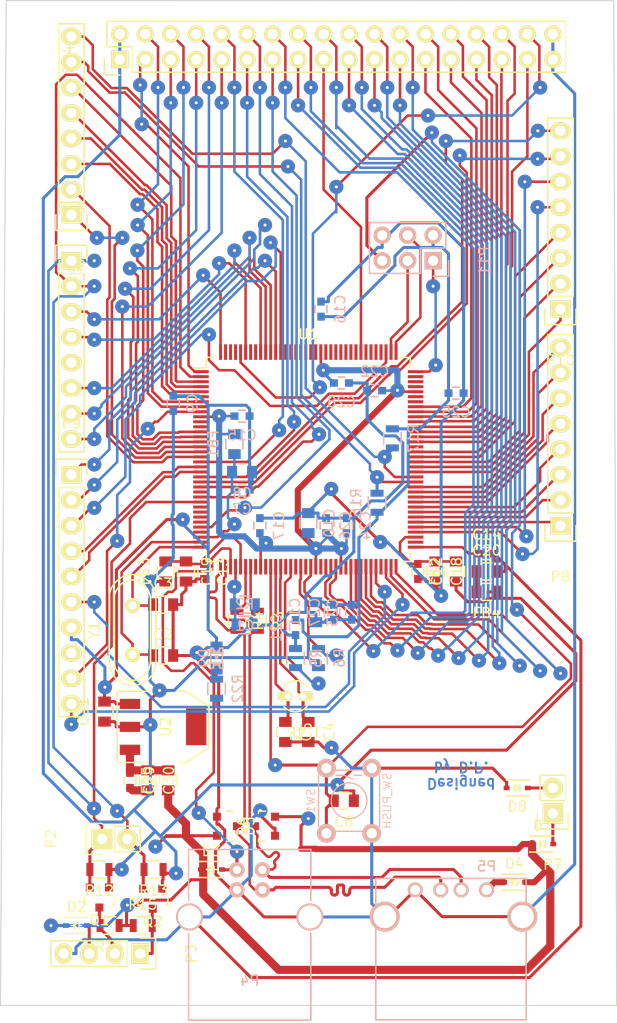
<source format=kicad_pcb>
(kicad_pcb (version 20171130) (host pcbnew "(5.1.12)-1")
  (layers (0 F.Cu signal) (31 B.Cu signal) (34 B.Paste user hide) (35 F.Paste user hide) (36 B.SilkS user hide) (37 F.SilkS user hide) (38 B.Mask user hide) (39 F.Mask user hide) (44 Edge.Cuts user))
  (net 0 "")
  (net 1 "Net-(C1-Pad1)")
  (net 2 GND)
  (net 3 "Net-(C2-Pad1)")
  (net 4 "Net-(C3-Pad1)")
  (net 5 "Net-(C4-Pad1)")
  (net 6 "Net-(C5-Pad1)")
  (net 7 3.3V)
  (net 8 "Net-(C7-Pad1)")
  (net 9 /ATSAM3X8EA-AU/ADCREF)
  (net 10 /ATSAM3X8EA-AU/VDDOUTMI)
  (net 11 /ATSAM3X8EA-AU/VDDANA)
  (net 12 "Net-(C29-Pad1)")
  (net 13 "Net-(C29-Pad2)")
  (net 14 /Power/5V)
  (net 15 /Serial/VCC_SERIAL)
  (net 16 "Net-(D4-Pad1)")
  (net 17 /ATSAM3X8EA-AU/D+)
  (net 18 /ATSAM3X8EA-AU/D-)
  (net 19 /ATSAM3X8EA-AU/JTAG_TMS)
  (net 20 /ATSAM3X8EA-AU/JTAG_TCK)
  (net 21 /ATSAM3X8EA-AU/JTAG_TDO)
  (net 22 /ATSAM3X8EA-AU/JTAG_TDI)
  (net 23 /ATSAM3X8EA-AU/RX)
  (net 24 /ATSAM3X8EA-AU/TX)
  (net 25 /Serial/TX_5V)
  (net 26 /Serial/RX_5V)
  (net 27 /ATSAM3X8EA-AU/PA0)
  (net 28 /ATSAM3X8EA-AU/PA1)
  (net 29 /ATSAM3X8EA-AU/PA2)
  (net 30 /ATSAM3X8EA-AU/PA3)
  (net 31 /ATSAM3X8EA-AU/PA4)
  (net 32 /ATSAM3X8EA-AU/PA6)
  (net 33 /ATSAM3X8EA-AU/PA7)
  (net 34 /ATSAM3X8EA-AU/PA10)
  (net 35 /ATSAM3X8EA-AU/PA11)
  (net 36 /ATSAM3X8EA-AU/PA12)
  (net 37 /ATSAM3X8EA-AU/PA13)
  (net 38 /ATSAM3X8EA-AU/PA14)
  (net 39 /ATSAM3X8EA-AU/PA15)
  (net 40 /ATSAM3X8EA-AU/PA16)
  (net 41 /ATSAM3X8EA-AU/PA17)
  (net 42 /ATSAM3X8EA-AU/PA18)
  (net 43 /ATSAM3X8EA-AU/PA19)
  (net 44 /ATSAM3X8EA-AU/PA20)
  (net 45 /ATSAM3X8EA-AU/PA22)
  (net 46 /ATSAM3X8EA-AU/PA23)
  (net 47 /ATSAM3X8EA-AU/PA24)
  (net 48 /ATSAM3X8EA-AU/PA25)
  (net 49 /ATSAM3X8EA-AU/PA26)
  (net 50 /ATSAM3X8EA-AU/PA27)
  (net 51 /ATSAM3X8EA-AU/PA28)
  (net 52 "Net-(R5-Pad1)")
  (net 53 "Net-(R6-Pad2)")
  (net 54 /ATSAM3X8EA-AU/VDDOUT)
  (net 55 /ATSAM3X8EA-AU/HSD-)
  (net 56 /ATSAM3X8EA-AU/HSD+)
  (net 57 "Net-(D7-Pad2)")
  (net 58 "Net-(D8-Pad1)")
  (net 59 /Connections/MASTER_RESET)
  (net 60 /ATSAM3X8EA-AU/PC22)
  (net 61 /ATSAM3X8EA-AU/PC21)
  (net 62 /ATSAM3X8EA-AU/PD7)
  (net 63 /ATSAM3X8EA-AU/PD8)
  (net 64 /ATSAM3X8EA-AU/PB27)
  (net 65 /ATSAM3X8EA-AU/PB17)
  (net 66 /ATSAM3X8EA-AU/PB18)
  (net 67 /ATSAM3X8EA-AU/PB19)
  (net 68 /ATSAM3X8EA-AU/PB20)
  (net 69 /ATSAM3X8EA-AU/PB15)
  (net 70 /ATSAM3X8EA-AU/PB16)
  (net 71 /ATSAM3X8EA-AU/PD4)
  (net 72 /ATSAM3X8EA-AU/PD5)
  (net 73 /ATSAM3X8EA-AU/PB12)
  (net 74 /ATSAM3X8EA-AU/PB13)
  (net 75 /ATSAM3X8EA-AU/PB25)
  (net 76 /ATSAM3X8EA-AU/PC28)
  (net 77 /ATSAM3X8EA-AU/PC25)
  (net 78 /ATSAM3X8EA-AU/PC24)
  (net 79 /ATSAM3X8EA-AU/PC23)
  (net 80 /ATSAM3X8EA-AU/PB26)
  (net 81 /ATSAM3X8EA-AU/PD0)
  (net 82 /ATSAM3X8EA-AU/PD1)
  (net 83 /ATSAM3X8EA-AU/PD2)
  (net 84 /ATSAM3X8EA-AU/PD3)
  (net 85 /ATSAM3X8EA-AU/PD6)
  (net 86 /ATSAM3X8EA-AU/PD9)
  (net 87 /ATSAM3X8EA-AU/PD10)
  (net 88 /ATSAM3X8EA-AU/PC1)
  (net 89 /ATSAM3X8EA-AU/PC2)
  (net 90 /ATSAM3X8EA-AU/PC3)
  (net 91 /ATSAM3X8EA-AU/PC4)
  (net 92 /ATSAM3X8EA-AU/PC5)
  (net 93 /ATSAM3X8EA-AU/PC6)
  (net 94 /ATSAM3X8EA-AU/PC7)
  (net 95 /ATSAM3X8EA-AU/PC8)
  (net 96 /ATSAM3X8EA-AU/PC9)
  (net 97 /ATSAM3X8EA-AU/PC19)
  (net 98 /ATSAM3X8EA-AU/PC18)
  (net 99 /ATSAM3X8EA-AU/PC17)
  (net 100 /ATSAM3X8EA-AU/PC16)
  (net 101 /ATSAM3X8EA-AU/PC15)
  (net 102 /ATSAM3X8EA-AU/PC14)
  (net 103 /ATSAM3X8EA-AU/PC13)
  (net 104 /ATSAM3X8EA-AU/PC12)
  (net 105 /ATSAM3X8EA-AU/PB21)
  (net 106 /ATSAM3X8EA-AU/PB14)
  (net 107 "Net-(D9-Pad2)")
  (net 108 /ATSAM3X8EA-AU/VBUS)
  (net 109 "Net-(P9-Pad8)")
  (net 110 /ATSAM3X8EA-AU/PA5)
  (net 111 "Net-(U1-Pad46)")
  (net 112 "Net-(U1-Pad50)")
  (net 113 "Net-(U1-Pad69)")
  (net 114 /ATSAM3X8EA-AU/PC11)
  (net 115 /ATSAM3X8EA-AU/PC29)
  (net 116 /ATSAM3X8EA-AU/PC30)
  (net 117 /ATSAM3X8EA-AU/PA21)
  (net 118 /ATSAM3X8EA-AU/PB0)
  (net 119 /ATSAM3X8EA-AU/PB1)
  (net 120 /ATSAM3X8EA-AU/PB2)
  (net 121 /ATSAM3X8EA-AU/PC10)
  (net 122 /ATSAM3X8EA-AU/PB3)
  (net 123 /ATSAM3X8EA-AU/PB4)
  (net 124 /ATSAM3X8EA-AU/PB5)
  (net 125 /ATSAM3X8EA-AU/PB6)
  (net 126 /ATSAM3X8EA-AU/PB7)
  (net 127 /ATSAM3X8EA-AU/PB8)
  (net 128 /ATSAM3X8EA-AU/PB9)
  (net 129 /ATSAM3X8EA-AU/PB10)
  (net 130 /ATSAM3X8EA-AU/PB11)
  (net 131 /ATSAM3X8EA-AU/PC0)
  (net 132 /ATSAM3X8EA-AU/PC20)
  (net 133 /ATSAM3X8EA-AU/PC26)
  (net 134 /ATSAM3X8EA-AU/PC27)
  (net 135 /ATSAM3X8EA-AU/PB22)
  (net 136 /ATSAM3X8EA-AU/PB23)
  (net 137 /ATSAM3X8EA-AU/PB24)
  (module Housings_QFP:LQFP-144_20x20mm_Pitch0.5mm (layer F.Cu) (at 142.24 101.6)
    (fp_text reference U1 (at 0 -12.475) (layer F.SilkS))
    (fp_text value ATSAM3X8EA-AU)
    (pad 1 smd rect (at -10.7 -8.75) (size 1.55 0.3) (layers F.Cu F.Paste F.Mask) (net 80 /ATSAM3X8EA-AU/PB26))
    (pad 2 smd rect (at -10.7 -8.25) (size 1.55 0.3) (layers F.Cu F.Paste F.Mask) (net 24 /ATSAM3X8EA-AU/TX))
    (pad 3 smd rect (at -10.7 -7.75) (size 1.55 0.3) (layers F.Cu F.Paste F.Mask) (net 34 /ATSAM3X8EA-AU/PA10))
    (pad 4 smd rect (at -10.7 -7.25) (size 1.55 0.3) (layers F.Cu F.Paste F.Mask) (net 35 /ATSAM3X8EA-AU/PA11))
    (pad 5 smd rect (at -10.7 -6.75) (size 1.55 0.3) (layers F.Cu F.Paste F.Mask) (net 36 /ATSAM3X8EA-AU/PA12))
    (pad 6 smd rect (at -10.7 -6.25) (size 1.55 0.3) (layers F.Cu F.Paste F.Mask) (net 37 /ATSAM3X8EA-AU/PA13))
    (pad 7 smd rect (at -10.7 -5.75) (size 1.55 0.3) (layers F.Cu F.Paste F.Mask) (net 38 /ATSAM3X8EA-AU/PA14))
    (pad 8 smd rect (at -10.7 -5.25) (size 1.55 0.3) (layers F.Cu F.Paste F.Mask) (net 39 /ATSAM3X8EA-AU/PA15))
    (pad 9 smd rect (at -10.7 -4.75) (size 1.55 0.3) (layers F.Cu F.Paste F.Mask) (net 41 /ATSAM3X8EA-AU/PA17))
    (pad 10 smd rect (at -10.7 -4.25) (size 1.55 0.3) (layers F.Cu F.Paste F.Mask) (net 54 /ATSAM3X8EA-AU/VDDOUT))
    (pad 11 smd rect (at -10.7 -3.75) (size 1.55 0.3) (layers F.Cu F.Paste F.Mask))
    (pad 12 smd rect (at -10.7 -3.25) (size 1.55 0.3) (layers F.Cu F.Paste F.Mask))
    (pad 13 smd rect (at -10.7 -2.75) (size 1.55 0.3) (layers F.Cu F.Paste F.Mask) (net 81 /ATSAM3X8EA-AU/PD0))
    (pad 14 smd rect (at -10.7 -2.25) (size 1.55 0.3) (layers F.Cu F.Paste F.Mask) (net 82 /ATSAM3X8EA-AU/PD1))
    (pad 15 smd rect (at -10.7 -1.75) (size 1.55 0.3) (layers F.Cu F.Paste F.Mask) (net 83 /ATSAM3X8EA-AU/PD2))
    (pad 16 smd rect (at -10.7 -1.25) (size 1.55 0.3) (layers F.Cu F.Paste F.Mask) (net 84 /ATSAM3X8EA-AU/PD3))
    (pad 17 smd rect (at -10.7 -0.75) (size 1.55 0.3) (layers F.Cu F.Paste F.Mask) (net 71 /ATSAM3X8EA-AU/PD4))
    (pad 18 smd rect (at -10.7 -0.25) (size 1.55 0.3) (layers F.Cu F.Paste F.Mask) (net 72 /ATSAM3X8EA-AU/PD5))
    (pad 19 smd rect (at -10.7 0.25) (size 1.55 0.3) (layers F.Cu F.Paste F.Mask) (net 85 /ATSAM3X8EA-AU/PD6))
    (pad 20 smd rect (at -10.7 0.75) (size 1.55 0.3) (layers F.Cu F.Paste F.Mask) (net 62 /ATSAM3X8EA-AU/PD7))
    (pad 21 smd rect (at -10.7 1.25) (size 1.55 0.3) (layers F.Cu F.Paste F.Mask) (net 63 /ATSAM3X8EA-AU/PD8))
    (pad 22 smd rect (at -10.7 1.75) (size 1.55 0.3) (layers F.Cu F.Paste F.Mask) (net 86 /ATSAM3X8EA-AU/PD9))
    (pad 23 smd rect (at -10.7 2.25) (size 1.55 0.3) (layers F.Cu F.Paste F.Mask) (net 27 /ATSAM3X8EA-AU/PA0))
    (pad 24 smd rect (at -10.7 2.75) (size 1.55 0.3) (layers F.Cu F.Paste F.Mask) (net 28 /ATSAM3X8EA-AU/PA1))
    (pad 25 smd rect (at -10.7 3.25) (size 1.55 0.3) (layers F.Cu F.Paste F.Mask) (net 110 /ATSAM3X8EA-AU/PA5))
    (pad 26 smd rect (at -10.7 3.75) (size 1.55 0.3) (layers F.Cu F.Paste F.Mask) (net 33 /ATSAM3X8EA-AU/PA7))
    (pad 27 smd rect (at -10.7 4.25) (size 1.55 0.3) (layers F.Cu F.Paste F.Mask) (net 23 /ATSAM3X8EA-AU/RX))
    (pad 28 smd rect (at -10.7 4.75) (size 1.55 0.3) (layers F.Cu F.Paste F.Mask) (net 20 /ATSAM3X8EA-AU/JTAG_TCK))
    (pad 29 smd rect (at -10.7 5.25) (size 1.55 0.3) (layers F.Cu F.Paste F.Mask) (net 22 /ATSAM3X8EA-AU/JTAG_TDI))
    (pad 30 smd rect (at -10.7 5.75) (size 1.55 0.3) (layers F.Cu F.Paste F.Mask) (net 21 /ATSAM3X8EA-AU/JTAG_TDO))
    (pad 31 smd rect (at -10.7 6.25) (size 1.55 0.3) (layers F.Cu F.Paste F.Mask) (net 19 /ATSAM3X8EA-AU/JTAG_TMS))
    (pad 32 smd rect (at -10.7 6.75) (size 1.55 0.3) (layers F.Cu F.Paste F.Mask) (net 87 /ATSAM3X8EA-AU/PD10))
    (pad 33 smd rect (at -10.7 7.25) (size 1.55 0.3) (layers F.Cu F.Paste F.Mask))
    (pad 34 smd rect (at -10.7 7.75) (size 1.55 0.3) (layers F.Cu F.Paste F.Mask) (net 8 "Net-(C7-Pad1)"))
    (pad 35 smd rect (at -10.7 8.25) (size 1.55 0.3) (layers F.Cu F.Paste F.Mask) (net 3 "Net-(C2-Pad1)"))
    (pad 36 smd rect (at -10.7 8.75) (size 1.55 0.3) (layers F.Cu F.Paste F.Mask) (net 4 "Net-(C3-Pad1)"))
    (pad 37 smd rect (at -8.75 10.7 90) (size 1.55 0.3) (layers F.Cu F.Paste F.Mask) (net 17 /ATSAM3X8EA-AU/D+))
    (pad 38 smd rect (at -8.25 10.7 90) (size 1.55 0.3) (layers F.Cu F.Paste F.Mask) (net 18 /ATSAM3X8EA-AU/D-))
    (pad 39 smd rect (at -7.75 10.7 90) (size 1.55 0.3) (layers F.Cu F.Paste F.Mask) (net 108 /ATSAM3X8EA-AU/VBUS))
    (pad 40 smd rect (at -7.25 10.7 90) (size 1.55 0.3) (layers F.Cu F.Paste F.Mask) (net 1 "Net-(C1-Pad1)"))
    (pad 41 smd rect (at -6.75 10.7 90) (size 1.55 0.3) (layers F.Cu F.Paste F.Mask) (net 10 /ATSAM3X8EA-AU/VDDOUTMI))
    (pad 42 smd rect (at -6.25 10.7 90) (size 1.55 0.3) (layers F.Cu F.Paste F.Mask) (net 56 /ATSAM3X8EA-AU/HSD+))
    (pad 43 smd rect (at -5.75 10.7 90) (size 1.55 0.3) (layers F.Cu F.Paste F.Mask) (net 55 /ATSAM3X8EA-AU/HSD-))
    (pad 44 smd rect (at -5.25 10.7 90) (size 1.55 0.3) (layers F.Cu F.Paste F.Mask))
    (pad 45 smd rect (at -4.75 10.7 90) (size 1.55 0.3) (layers F.Cu F.Paste F.Mask) (net 54 /ATSAM3X8EA-AU/VDDOUT))
    (pad 46 smd rect (at -4.25 10.7 90) (size 1.55 0.3) (layers F.Cu F.Paste F.Mask) (net 111 "Net-(U1-Pad46)"))
    (pad 47 smd rect (at -3.75 10.7 90) (size 1.55 0.3) (layers F.Cu F.Paste F.Mask) (net 59 /Connections/MASTER_RESET))
    (pad 48 smd rect (at -3.25 10.7 90) (size 1.55 0.3) (layers F.Cu F.Paste F.Mask) (net 6 "Net-(C5-Pad1)"))
    (pad 49 smd rect (at -2.75 10.7 90) (size 1.55 0.3) (layers F.Cu F.Paste F.Mask) (net 5 "Net-(C4-Pad1)"))
    (pad 50 smd rect (at -2.25 10.7 90) (size 1.55 0.3) (layers F.Cu F.Paste F.Mask) (net 112 "Net-(U1-Pad50)"))
    (pad 51 smd rect (at -1.75 10.7 90) (size 1.55 0.3) (layers F.Cu F.Paste F.Mask) (net 52 "Net-(R5-Pad1)"))
    (pad 52 smd rect (at -1.25 10.7 90) (size 1.55 0.3) (layers F.Cu F.Paste F.Mask))
    (pad 53 smd rect (at -0.75 10.7 90) (size 1.55 0.3) (layers F.Cu F.Paste F.Mask) (net 53 "Net-(R6-Pad2)"))
    (pad 54 smd rect (at -0.25 10.7 90) (size 1.55 0.3) (layers F.Cu F.Paste F.Mask))
    (pad 55 smd rect (at 0.25 10.7 90) (size 1.55 0.3) (layers F.Cu F.Paste F.Mask) (net 88 /ATSAM3X8EA-AU/PC1))
    (pad 56 smd rect (at 0.75 10.7 90) (size 1.55 0.3) (layers F.Cu F.Paste F.Mask) (net 54 /ATSAM3X8EA-AU/VDDOUT))
    (pad 57 smd rect (at 1.25 10.7 90) (size 1.55 0.3) (layers F.Cu F.Paste F.Mask))
    (pad 58 smd rect (at 1.75 10.7 90) (size 1.55 0.3) (layers F.Cu F.Paste F.Mask))
    (pad 59 smd rect (at 2.25 10.7 90) (size 1.55 0.3) (layers F.Cu F.Paste F.Mask) (net 89 /ATSAM3X8EA-AU/PC2))
    (pad 60 smd rect (at 2.75 10.7 90) (size 1.55 0.3) (layers F.Cu F.Paste F.Mask) (net 90 /ATSAM3X8EA-AU/PC3))
    (pad 61 smd rect (at 3.25 10.7 90) (size 1.55 0.3) (layers F.Cu F.Paste F.Mask) (net 54 /ATSAM3X8EA-AU/VDDOUT))
    (pad 62 smd rect (at 3.75 10.7 90) (size 1.55 0.3) (layers F.Cu F.Paste F.Mask))
    (pad 63 smd rect (at 4.25 10.7 90) (size 1.55 0.3) (layers F.Cu F.Paste F.Mask) (net 92 /ATSAM3X8EA-AU/PC5))
    (pad 64 smd rect (at 4.75 10.7 90) (size 1.55 0.3) (layers F.Cu F.Paste F.Mask) (net 93 /ATSAM3X8EA-AU/PC6))
    (pad 65 smd rect (at 5.25 10.7 90) (size 1.55 0.3) (layers F.Cu F.Paste F.Mask) (net 94 /ATSAM3X8EA-AU/PC7))
    (pad 66 smd rect (at 5.75 10.7 90) (size 1.55 0.3) (layers F.Cu F.Paste F.Mask) (net 95 /ATSAM3X8EA-AU/PC8))
    (pad 67 smd rect (at 6.25 10.7 90) (size 1.55 0.3) (layers F.Cu F.Paste F.Mask) (net 96 /ATSAM3X8EA-AU/PC9))
    (pad 68 smd rect (at 6.75 10.7 90) (size 1.55 0.3) (layers F.Cu F.Paste F.Mask) (net 64 /ATSAM3X8EA-AU/PB27))
    (pad 69 smd rect (at 7.25 10.7 90) (size 1.55 0.3) (layers F.Cu F.Paste F.Mask) (net 113 "Net-(U1-Pad69)"))
    (pad 70 smd rect (at 7.75 10.7 90) (size 1.55 0.3) (layers F.Cu F.Paste F.Mask) (net 42 /ATSAM3X8EA-AU/PA18))
    (pad 71 smd rect (at 8.25 10.7 90) (size 1.55 0.3) (layers F.Cu F.Paste F.Mask) (net 43 /ATSAM3X8EA-AU/PA19))
    (pad 72 smd rect (at 8.75 10.7 90) (size 1.55 0.3) (layers F.Cu F.Paste F.Mask) (net 44 /ATSAM3X8EA-AU/PA20))
    (pad 73 smd rect (at 10.7 8.75) (size 1.55 0.3) (layers F.Cu F.Paste F.Mask) (net 11 /ATSAM3X8EA-AU/VDDANA))
    (pad 74 smd rect (at 10.7 8.25) (size 1.55 0.3) (layers F.Cu F.Paste F.Mask))
    (pad 75 smd rect (at 10.7 7.75) (size 1.55 0.3) (layers F.Cu F.Paste F.Mask) (net 9 /ATSAM3X8EA-AU/ADCREF))
    (pad 76 smd rect (at 10.7 7.25) (size 1.55 0.3) (layers F.Cu F.Paste F.Mask) (net 69 /ATSAM3X8EA-AU/PB15))
    (pad 77 smd rect (at 10.7 6.75) (size 1.55 0.3) (layers F.Cu F.Paste F.Mask) (net 70 /ATSAM3X8EA-AU/PB16))
    (pad 78 smd rect (at 10.7 6.25) (size 1.55 0.3) (layers F.Cu F.Paste F.Mask) (net 40 /ATSAM3X8EA-AU/PA16))
    (pad 79 smd rect (at 10.7 5.75) (size 1.55 0.3) (layers F.Cu F.Paste F.Mask) (net 47 /ATSAM3X8EA-AU/PA24))
    (pad 80 smd rect (at 10.7 5.25) (size 1.55 0.3) (layers F.Cu F.Paste F.Mask) (net 46 /ATSAM3X8EA-AU/PA23))
    (pad 81 smd rect (at 10.7 4.75) (size 1.55 0.3) (layers F.Cu F.Paste F.Mask) (net 45 /ATSAM3X8EA-AU/PA22))
    (pad 82 smd rect (at 10.7 4.25) (size 1.55 0.3) (layers F.Cu F.Paste F.Mask) (net 32 /ATSAM3X8EA-AU/PA6))
    (pad 83 smd rect (at 10.7 3.75) (size 1.55 0.3) (layers F.Cu F.Paste F.Mask) (net 31 /ATSAM3X8EA-AU/PA4))
    (pad 84 smd rect (at 10.7 3.25) (size 1.55 0.3) (layers F.Cu F.Paste F.Mask) (net 30 /ATSAM3X8EA-AU/PA3))
    (pad 85 smd rect (at 10.7 2.75) (size 1.55 0.3) (layers F.Cu F.Paste F.Mask) (net 29 /ATSAM3X8EA-AU/PA2))
    (pad 86 smd rect (at 10.7 2.25) (size 1.55 0.3) (layers F.Cu F.Paste F.Mask) (net 73 /ATSAM3X8EA-AU/PB12))
    (pad 87 smd rect (at 10.7 1.75) (size 1.55 0.3) (layers F.Cu F.Paste F.Mask) (net 74 /ATSAM3X8EA-AU/PB13))
    (pad 88 smd rect (at 10.7 1.25) (size 1.55 0.3) (layers F.Cu F.Paste F.Mask) (net 65 /ATSAM3X8EA-AU/PB17))
    (pad 89 smd rect (at 10.7 0.75) (size 1.55 0.3) (layers F.Cu F.Paste F.Mask) (net 66 /ATSAM3X8EA-AU/PB18))
    (pad 90 smd rect (at 10.7 0.25) (size 1.55 0.3) (layers F.Cu F.Paste F.Mask) (net 67 /ATSAM3X8EA-AU/PB19))
    (pad 91 smd rect (at 10.7 -0.25) (size 1.55 0.3) (layers F.Cu F.Paste F.Mask) (net 68 /ATSAM3X8EA-AU/PB20))
    (pad 92 smd rect (at 10.7 -0.75) (size 1.55 0.3) (layers F.Cu F.Paste F.Mask) (net 105 /ATSAM3X8EA-AU/PB21))
    (pad 93 smd rect (at 10.7 -1.25) (size 1.55 0.3) (layers F.Cu F.Paste F.Mask) (net 114 /ATSAM3X8EA-AU/PC11))
    (pad 94 smd rect (at 10.7 -1.75) (size 1.55 0.3) (layers F.Cu F.Paste F.Mask) (net 104 /ATSAM3X8EA-AU/PC12))
    (pad 95 smd rect (at 10.7 -2.25) (size 1.55 0.3) (layers F.Cu F.Paste F.Mask) (net 103 /ATSAM3X8EA-AU/PC13))
    (pad 96 smd rect (at 10.7 -2.75) (size 1.55 0.3) (layers F.Cu F.Paste F.Mask) (net 102 /ATSAM3X8EA-AU/PC14))
    (pad 97 smd rect (at 10.7 -3.25) (size 1.55 0.3) (layers F.Cu F.Paste F.Mask) (net 101 /ATSAM3X8EA-AU/PC15))
    (pad 98 smd rect (at 10.7 -3.75) (size 1.55 0.3) (layers F.Cu F.Paste F.Mask) (net 100 /ATSAM3X8EA-AU/PC16))
    (pad 99 smd rect (at 10.7 -4.25) (size 1.55 0.3) (layers F.Cu F.Paste F.Mask) (net 99 /ATSAM3X8EA-AU/PC17))
    (pad 100 smd rect (at 10.7 -4.75) (size 1.55 0.3) (layers F.Cu F.Paste F.Mask) (net 98 /ATSAM3X8EA-AU/PC18))
    (pad 101 smd rect (at 10.7 -5.25) (size 1.55 0.3) (layers F.Cu F.Paste F.Mask) (net 97 /ATSAM3X8EA-AU/PC19))
    (pad 102 smd rect (at 10.7 -5.75) (size 1.55 0.3) (layers F.Cu F.Paste F.Mask) (net 115 /ATSAM3X8EA-AU/PC29))
    (pad 103 smd rect (at 10.7 -6.25) (size 1.55 0.3) (layers F.Cu F.Paste F.Mask) (net 116 /ATSAM3X8EA-AU/PC30))
    (pad 104 smd rect (at 10.7 -6.75) (size 1.55 0.3) (layers F.Cu F.Paste F.Mask) (net 54 /ATSAM3X8EA-AU/VDDOUT))
    (pad 105 smd rect (at 10.7 -7.25) (size 1.55 0.3) (layers F.Cu F.Paste F.Mask))
    (pad 106 smd rect (at 10.7 -7.75) (size 1.55 0.3) (layers F.Cu F.Paste F.Mask))
    (pad 107 smd rect (at 10.7 -8.25) (size 1.55 0.3) (layers F.Cu F.Paste F.Mask) (net 117 /ATSAM3X8EA-AU/PA21))
    (pad 108 smd rect (at 10.7 -8.75) (size 1.55 0.3) (layers F.Cu F.Paste F.Mask) (net 48 /ATSAM3X8EA-AU/PA25))
    (pad 109 smd rect (at 8.75 -10.7 90) (size 1.55 0.3) (layers F.Cu F.Paste F.Mask) (net 49 /ATSAM3X8EA-AU/PA26))
    (pad 110 smd rect (at 8.25 -10.7 90) (size 1.55 0.3) (layers F.Cu F.Paste F.Mask) (net 50 /ATSAM3X8EA-AU/PA27))
    (pad 111 smd rect (at 7.75 -10.7 90) (size 1.55 0.3) (layers F.Cu F.Paste F.Mask) (net 51 /ATSAM3X8EA-AU/PA28))
    (pad 112 smd rect (at 7.25 -10.7 90) (size 1.55 0.3) (layers F.Cu F.Paste F.Mask))
    (pad 113 smd rect (at 6.75 -10.7 90) (size 1.55 0.3) (layers F.Cu F.Paste F.Mask) (net 118 /ATSAM3X8EA-AU/PB0))
    (pad 114 smd rect (at 6.25 -10.7 90) (size 1.55 0.3) (layers F.Cu F.Paste F.Mask) (net 119 /ATSAM3X8EA-AU/PB1))
    (pad 115 smd rect (at 5.75 -10.7 90) (size 1.55 0.3) (layers F.Cu F.Paste F.Mask) (net 120 /ATSAM3X8EA-AU/PB2))
    (pad 116 smd rect (at 5.25 -10.7 90) (size 1.55 0.3) (layers F.Cu F.Paste F.Mask) (net 91 /ATSAM3X8EA-AU/PC4))
    (pad 117 smd rect (at 4.75 -10.7 90) (size 1.55 0.3) (layers F.Cu F.Paste F.Mask) (net 121 /ATSAM3X8EA-AU/PC10))
    (pad 118 smd rect (at 4.25 -10.7 90) (size 1.55 0.3) (layers F.Cu F.Paste F.Mask) (net 122 /ATSAM3X8EA-AU/PB3))
    (pad 119 smd rect (at 3.75 -10.7 90) (size 1.55 0.3) (layers F.Cu F.Paste F.Mask) (net 123 /ATSAM3X8EA-AU/PB4))
    (pad 120 smd rect (at 3.25 -10.7 90) (size 1.55 0.3) (layers F.Cu F.Paste F.Mask) (net 124 /ATSAM3X8EA-AU/PB5))
    (pad 121 smd rect (at 2.75 -10.7 90) (size 1.55 0.3) (layers F.Cu F.Paste F.Mask) (net 125 /ATSAM3X8EA-AU/PB6))
    (pad 122 smd rect (at 2.25 -10.7 90) (size 1.55 0.3) (layers F.Cu F.Paste F.Mask) (net 126 /ATSAM3X8EA-AU/PB7))
    (pad 123 smd rect (at 1.75 -10.7 90) (size 1.55 0.3) (layers F.Cu F.Paste F.Mask) (net 127 /ATSAM3X8EA-AU/PB8))
    (pad 124 smd rect (at 1.25 -10.7 90) (size 1.55 0.3) (layers F.Cu F.Paste F.Mask) (net 54 /ATSAM3X8EA-AU/VDDOUT))
    (pad 125 smd rect (at 0.75 -10.7 90) (size 1.55 0.3) (layers F.Cu F.Paste F.Mask))
    (pad 126 smd rect (at 0.25 -10.7 90) (size 1.55 0.3) (layers F.Cu F.Paste F.Mask))
    (pad 127 smd rect (at -0.25 -10.7 90) (size 1.55 0.3) (layers F.Cu F.Paste F.Mask) (net 128 /ATSAM3X8EA-AU/PB9))
    (pad 128 smd rect (at -0.75 -10.7 90) (size 1.55 0.3) (layers F.Cu F.Paste F.Mask) (net 129 /ATSAM3X8EA-AU/PB10))
    (pad 129 smd rect (at -1.25 -10.7 90) (size 1.55 0.3) (layers F.Cu F.Paste F.Mask) (net 130 /ATSAM3X8EA-AU/PB11))
    (pad 130 smd rect (at -1.75 -10.7 90) (size 1.55 0.3) (layers F.Cu F.Paste F.Mask) (net 131 /ATSAM3X8EA-AU/PC0))
    (pad 131 smd rect (at -2.25 -10.7 90) (size 1.55 0.3) (layers F.Cu F.Paste F.Mask) (net 132 /ATSAM3X8EA-AU/PC20))
    (pad 132 smd rect (at -2.75 -10.7 90) (size 1.55 0.3) (layers F.Cu F.Paste F.Mask) (net 61 /ATSAM3X8EA-AU/PC21))
    (pad 133 smd rect (at -3.25 -10.7 90) (size 1.55 0.3) (layers F.Cu F.Paste F.Mask) (net 60 /ATSAM3X8EA-AU/PC22))
    (pad 134 smd rect (at -3.75 -10.7 90) (size 1.55 0.3) (layers F.Cu F.Paste F.Mask) (net 79 /ATSAM3X8EA-AU/PC23))
    (pad 135 smd rect (at -4.25 -10.7 90) (size 1.55 0.3) (layers F.Cu F.Paste F.Mask) (net 78 /ATSAM3X8EA-AU/PC24))
    (pad 136 smd rect (at -4.75 -10.7 90) (size 1.55 0.3) (layers F.Cu F.Paste F.Mask) (net 77 /ATSAM3X8EA-AU/PC25))
    (pad 137 smd rect (at -5.25 -10.7 90) (size 1.55 0.3) (layers F.Cu F.Paste F.Mask) (net 133 /ATSAM3X8EA-AU/PC26))
    (pad 138 smd rect (at -5.75 -10.7 90) (size 1.55 0.3) (layers F.Cu F.Paste F.Mask) (net 134 /ATSAM3X8EA-AU/PC27))
    (pad 139 smd rect (at -6.25 -10.7 90) (size 1.55 0.3) (layers F.Cu F.Paste F.Mask) (net 76 /ATSAM3X8EA-AU/PC28))
    (pad 140 smd rect (at -6.75 -10.7 90) (size 1.55 0.3) (layers F.Cu F.Paste F.Mask) (net 106 /ATSAM3X8EA-AU/PB14))
    (pad 141 smd rect (at -7.25 -10.7 90) (size 1.55 0.3) (layers F.Cu F.Paste F.Mask) (net 135 /ATSAM3X8EA-AU/PB22))
    (pad 142 smd rect (at -7.75 -10.7 90) (size 1.55 0.3) (layers F.Cu F.Paste F.Mask) (net 136 /ATSAM3X8EA-AU/PB23))
    (pad 143 smd rect (at -8.25 -10.7 90) (size 1.55 0.3) (layers F.Cu F.Paste F.Mask) (net 137 /ATSAM3X8EA-AU/PB24))
    (pad 144 smd rect (at -8.75 -10.7 90) (size 1.55 0.3) (layers F.Cu F.Paste F.Mask) (net 75 /ATSAM3X8EA-AU/PB25))
  )
  (module Capacitors_SMD:C_0603 (layer F.Cu) (at 160.02 110.998)
    (fp_text reference C14 (at 0 -1.9) (layer F.SilkS))
    (fp_text value 100n)
    (pad 1 smd rect (at -0.75 0) (size 0.8 0.75) (layers F.Cu F.Paste F.Mask) (net 11 /ATSAM3X8EA-AU/VDDANA))
    (pad 2 smd rect (at 0.75 0) (size 0.8 0.75) (layers F.Cu F.Paste F.Mask) (net 2 GND))
  )
  (module Capacitors_SMD:C_0805 (layer F.Cu) (at 160.02 112.776)
    (fp_text reference C20 (at 0 -2.1) (layer F.SilkS))
    (fp_text value 10u)
    (pad 1 smd rect (at -1 0) (size 1 1.25) (layers F.Cu F.Paste F.Mask) (net 11 /ATSAM3X8EA-AU/VDDANA))
    (pad 2 smd rect (at 1 0) (size 1 1.25) (layers F.Cu F.Paste F.Mask) (net 2 GND))
  )
  (module Capacitors_SMD:C_0805 (layer F.Cu) (at 160.02 114.808 180)
    (fp_text reference FB4 (at 0 -2.1 180) (layer F.SilkS))
    (fp_text value MH2029-300Y)
    (pad 1 smd rect (at -1 0 180) (size 1 1.25) (layers F.Cu F.Paste F.Mask) (net 7 3.3V))
    (pad 2 smd rect (at 1 0 180) (size 1 1.25) (layers F.Cu F.Paste F.Mask) (net 11 /ATSAM3X8EA-AU/VDDANA))
  )
  (module Capacitors_SMD:C_0805 (layer B.Cu) (at 135.906 116.078)
    (fp_text reference C1 (at 0 2.1) (layer B.SilkS) (effects (justify mirror)))
    (fp_text value 22p)
    (pad 1 smd rect (at -1 0) (size 1 1.25) (layers B.Cu B.Paste B.Mask) (net 1 "Net-(C1-Pad1)"))
    (pad 2 smd rect (at 1 0) (size 1 1.25) (layers B.Cu B.Paste B.Mask) (net 2 GND))
  )
  (module Capacitors_SMD:C_0805 (layer F.Cu) (at 127.762 121.158)
    (fp_text reference C2 (at 0 -2.1) (layer F.SilkS))
    (fp_text value 22p)
    (pad 1 smd rect (at -1 0) (size 1 1.25) (layers F.Cu F.Paste F.Mask) (net 3 "Net-(C2-Pad1)"))
    (pad 2 smd rect (at 1 0) (size 1 1.25) (layers F.Cu F.Paste F.Mask) (net 2 GND))
  )
  (module Capacitors_SMD:C_0805 (layer F.Cu) (at 127.762 116.078)
    (fp_text reference C3 (at 0 -2.1) (layer F.SilkS))
    (fp_text value 22p)
    (pad 1 smd rect (at -1 0) (size 1 1.25) (layers F.Cu F.Paste F.Mask) (net 4 "Net-(C3-Pad1)"))
    (pad 2 smd rect (at 1 0) (size 1 1.25) (layers F.Cu F.Paste F.Mask) (net 2 GND))
  )
  (module Capacitors_SMD:C_0805 (layer F.Cu) (at 142.24 128.778 270)
    (fp_text reference C4 (at 0 -2.1 270) (layer F.SilkS))
    (fp_text value 22p)
    (pad 1 smd rect (at -1 0 270) (size 1 1.25) (layers F.Cu F.Paste F.Mask) (net 5 "Net-(C4-Pad1)"))
    (pad 2 smd rect (at 1 0 270) (size 1 1.25) (layers F.Cu F.Paste F.Mask) (net 2 GND))
  )
  (module Capacitors_SMD:C_0805 (layer F.Cu) (at 139.954 128.778 270)
    (fp_text reference C5 (at 0 -2.1 270) (layer F.SilkS))
    (fp_text value 22p)
    (pad 1 smd rect (at -1 0 270) (size 1 1.25) (layers F.Cu F.Paste F.Mask) (net 6 "Net-(C5-Pad1)"))
    (pad 2 smd rect (at 1 0 270) (size 1 1.25) (layers F.Cu F.Paste F.Mask) (net 2 GND))
  )
  (module Capacitors_SMD:C_0805 (layer F.Cu) (at 145.78 135.636 180)
    (fp_text reference C6 (at 0 -2.1 180) (layer F.SilkS))
    (fp_text value 10n)
    (pad 1 smd rect (at -1 0 180) (size 1 1.25) (layers F.Cu F.Paste F.Mask) (net 7 3.3V))
    (pad 2 smd rect (at 1 0 180) (size 1 1.25) (layers F.Cu F.Paste F.Mask) (net 59 /Connections/MASTER_RESET))
  )
  (module Capacitors_SMD:C_0603 (layer B.Cu) (at 135.636 104.648)
    (fp_text reference C7 (at 0 1.9) (layer B.SilkS) (effects (justify mirror)))
    (fp_text value 100n)
    (pad 1 smd rect (at -0.75 0) (size 0.8 0.75) (layers B.Cu B.Paste B.Mask) (net 8 "Net-(C7-Pad1)"))
    (pad 2 smd rect (at 0.75 0) (size 0.8 0.75) (layers B.Cu B.Paste B.Mask) (net 2 GND))
  )
  (module Capacitors_SMD:C_0805 (layer B.Cu) (at 135.636 102.87)
    (fp_text reference C8 (at 0 2.1) (layer B.SilkS) (effects (justify mirror)))
    (fp_text value 10u)
    (pad 1 smd rect (at -1 0) (size 1 1.25) (layers B.Cu B.Paste B.Mask) (net 8 "Net-(C7-Pad1)"))
    (pad 2 smd rect (at 1 0) (size 1 1.25) (layers B.Cu B.Paste B.Mask) (net 2 GND))
  )
  (module Capacitors_SMD:C_0603 (layer B.Cu) (at 128.778 96.012 90)
    (fp_text reference C9 (at 0 1.9 90) (layer B.SilkS) (effects (justify mirror)))
    (fp_text value 100n)
    (pad 1 smd rect (at -0.75 0 90) (size 0.8 0.75) (layers B.Cu B.Paste B.Mask) (net 7 3.3V))
    (pad 2 smd rect (at 0.75 0 90) (size 0.8 0.75) (layers B.Cu B.Paste B.Mask) (net 2 GND))
  )
  (module Capacitors_SMD:C_0805 (layer B.Cu) (at 142.24 107.95 90)
    (fp_text reference C10 (at 0 2.1 90) (layer B.SilkS) (effects (justify mirror)))
    (fp_text value 10u)
    (pad 1 smd rect (at -1 0 90) (size 1 1.25) (layers B.Cu B.Paste B.Mask) (net 54 /ATSAM3X8EA-AU/VDDOUT))
    (pad 2 smd rect (at 1 0 90) (size 1 1.25) (layers B.Cu B.Paste B.Mask) (net 2 GND))
  )
  (module Capacitors_SMD:C_0805 (layer B.Cu) (at 143.002 116.84 270)
    (fp_text reference C11 (at 0 2.1 270) (layer B.SilkS) (effects (justify mirror)))
    (fp_text value 10u)
    (pad 1 smd rect (at -1 0 270) (size 1 1.25) (layers B.Cu B.Paste B.Mask) (net 7 3.3V))
    (pad 2 smd rect (at 1 0 270) (size 1 1.25) (layers B.Cu B.Paste B.Mask) (net 2 GND))
  )
  (module Capacitors_SMD:C_0603 (layer F.Cu) (at 153.162 112.776 270)
    (fp_text reference C12 (at 0 -1.9 270) (layer F.SilkS))
    (fp_text value 100n)
    (pad 1 smd rect (at -0.75 0 270) (size 0.8 0.75) (layers F.Cu F.Paste F.Mask) (net 9 /ATSAM3X8EA-AU/ADCREF))
    (pad 2 smd rect (at 0.75 0 270) (size 0.8 0.75) (layers F.Cu F.Paste F.Mask) (net 2 GND))
  )
  (module Capacitors_SMD:C_0603 (layer F.Cu) (at 131.826 112.776 270)
    (fp_text reference C13 (at 0 -1.9 270) (layer F.SilkS))
    (fp_text value 100n)
    (pad 1 smd rect (at -0.75 0 270) (size 0.8 0.75) (layers F.Cu F.Paste F.Mask) (net 10 /ATSAM3X8EA-AU/VDDOUTMI))
    (pad 2 smd rect (at 0.75 0 270) (size 0.8 0.75) (layers F.Cu F.Paste F.Mask) (net 2 GND))
  )
  (module Capacitors_SMD:C_0603 (layer B.Cu) (at 135.636 97.282)
    (fp_text reference C15 (at 0 1.9) (layer B.SilkS) (effects (justify mirror)))
    (fp_text value 100n)
    (pad 1 smd rect (at -0.75 0) (size 0.8 0.75) (layers B.Cu B.Paste B.Mask) (net 54 /ATSAM3X8EA-AU/VDDOUT))
    (pad 2 smd rect (at 0.75 0) (size 0.8 0.75) (layers B.Cu B.Paste B.Mask) (net 2 GND))
  )
  (module Capacitors_SMD:C_0603 (layer B.Cu) (at 143.51 86.614 90)
    (fp_text reference C16 (at 0 1.9 90) (layer B.SilkS) (effects (justify mirror)))
    (fp_text value 100n)
    (pad 1 smd rect (at -0.75 0 90) (size 0.8 0.75) (layers B.Cu B.Paste B.Mask) (net 7 3.3V))
    (pad 2 smd rect (at 0.75 0 90) (size 0.8 0.75) (layers B.Cu B.Paste B.Mask) (net 2 GND))
  )
  (module Capacitors_SMD:C_0603 (layer B.Cu) (at 137.414 108.204 90)
    (fp_text reference C17 (at 0 1.9 90) (layer B.SilkS) (effects (justify mirror)))
    (fp_text value 100n)
    (pad 1 smd rect (at -0.75 0 90) (size 0.8 0.75) (layers B.Cu B.Paste B.Mask) (net 54 /ATSAM3X8EA-AU/VDDOUT))
    (pad 2 smd rect (at 0.75 0 90) (size 0.8 0.75) (layers B.Cu B.Paste B.Mask) (net 2 GND))
  )
  (module Capacitors_SMD:C_0805 (layer F.Cu) (at 154.94 112.776 270)
    (fp_text reference C18 (at 0 -2.1 270) (layer F.SilkS))
    (fp_text value 10u)
    (pad 1 smd rect (at -1 0 270) (size 1 1.25) (layers F.Cu F.Paste F.Mask) (net 9 /ATSAM3X8EA-AU/ADCREF))
    (pad 2 smd rect (at 1 0 270) (size 1 1.25) (layers F.Cu F.Paste F.Mask) (net 2 GND))
  )
  (module Capacitors_SMD:C_0805 (layer F.Cu) (at 130.048 112.776 270)
    (fp_text reference C19 (at 0 -2.1 270) (layer F.SilkS))
    (fp_text value 10u)
    (pad 1 smd rect (at -1 0 270) (size 1 1.25) (layers F.Cu F.Paste F.Mask) (net 10 /ATSAM3X8EA-AU/VDDOUTMI))
    (pad 2 smd rect (at 1 0 270) (size 1 1.25) (layers F.Cu F.Paste F.Mask) (net 2 GND))
  )
  (module Capacitors_SMD:C_0603 (layer B.Cu) (at 140.97 118.364 270)
    (fp_text reference C21 (at 0 1.9 270) (layer B.SilkS) (effects (justify mirror)))
    (fp_text value 100n)
    (pad 1 smd rect (at -0.75 0 270) (size 0.8 0.75) (layers B.Cu B.Paste B.Mask) (net 7 3.3V))
    (pad 2 smd rect (at 0.75 0 270) (size 0.8 0.75) (layers B.Cu B.Paste B.Mask) (net 2 GND))
  )
  (module Capacitors_SMD:C_0603 (layer B.Cu) (at 148.856 94.742 180)
    (fp_text reference C22 (at 0 1.9 180) (layer B.SilkS) (effects (justify mirror)))
    (fp_text value 100n)
    (pad 1 smd rect (at -0.75 0 180) (size 0.8 0.75) (layers B.Cu B.Paste B.Mask) (net 54 /ATSAM3X8EA-AU/VDDOUT))
    (pad 2 smd rect (at 0.75 0 180) (size 0.8 0.75) (layers B.Cu B.Paste B.Mask) (net 2 GND))
  )
  (module Capacitors_SMD:C_0603 (layer B.Cu) (at 146.558 116.84 270)
    (fp_text reference C23 (at 0 1.9 270) (layer B.SilkS) (effects (justify mirror)))
    (fp_text value 100n)
    (pad 1 smd rect (at -0.75 0 270) (size 0.8 0.75) (layers B.Cu B.Paste B.Mask) (net 7 3.3V))
    (pad 2 smd rect (at 0.75 0 270) (size 0.8 0.75) (layers B.Cu B.Paste B.Mask) (net 2 GND))
  )
  (module Capacitors_SMD:C_0603 (layer B.Cu) (at 146.05 108.204 90)
    (fp_text reference C24 (at 0 1.9 90) (layer B.SilkS) (effects (justify mirror)))
    (fp_text value 100n)
    (pad 1 smd rect (at -0.75 0 90) (size 0.8 0.75) (layers B.Cu B.Paste B.Mask) (net 54 /ATSAM3X8EA-AU/VDDOUT))
    (pad 2 smd rect (at 0.75 0 90) (size 0.8 0.75) (layers B.Cu B.Paste B.Mask) (net 2 GND))
  )
  (module Capacitors_SMD:C_0603 (layer B.Cu) (at 156.972 94.996)
    (fp_text reference C25 (at 0 1.9) (layer B.SilkS) (effects (justify mirror)))
    (fp_text value 100n)
    (pad 1 smd rect (at -0.75 0) (size 0.8 0.75) (layers B.Cu B.Paste B.Mask) (net 7 3.3V))
    (pad 2 smd rect (at 0.75 0) (size 0.8 0.75) (layers B.Cu B.Paste B.Mask) (net 2 GND))
  )
  (module Capacitors_SMD:C_0603 (layer B.Cu) (at 144.018 108.204 90)
    (fp_text reference C26 (at 0 1.9 90) (layer B.SilkS) (effects (justify mirror)))
    (fp_text value 100n)
    (pad 1 smd rect (at -0.75 0 90) (size 0.8 0.75) (layers B.Cu B.Paste B.Mask) (net 54 /ATSAM3X8EA-AU/VDDOUT))
    (pad 2 smd rect (at 0.75 0 90) (size 0.8 0.75) (layers B.Cu B.Paste B.Mask) (net 2 GND))
  )
  (module Capacitors_SMD:C_0603 (layer B.Cu) (at 144.78 116.84 270)
    (fp_text reference C27 (at 0 1.9 270) (layer B.SilkS) (effects (justify mirror)))
    (fp_text value 100n)
    (pad 1 smd rect (at -0.75 0 270) (size 0.8 0.75) (layers B.Cu B.Paste B.Mask) (net 7 3.3V))
    (pad 2 smd rect (at 0.75 0 270) (size 0.8 0.75) (layers B.Cu B.Paste B.Mask) (net 2 GND))
  )
  (module Capacitors_SMD:C_0603 (layer B.Cu) (at 145.542 93.98)
    (fp_text reference C28 (at 0 1.9) (layer B.SilkS) (effects (justify mirror)))
    (fp_text value 100n)
    (pad 1 smd rect (at -0.75 0) (size 0.8 0.75) (layers B.Cu B.Paste B.Mask) (net 54 /ATSAM3X8EA-AU/VDDOUT))
    (pad 2 smd rect (at 0.75 0) (size 0.8 0.75) (layers B.Cu B.Paste B.Mask) (net 2 GND))
  )
  (module Capacitors_SMD:C_0603 (layer F.Cu) (at 124.46 133.604 270)
    (fp_text reference C29 (at 0 -1.9 270) (layer F.SilkS))
    (fp_text value 100n)
    (pad 1 smd rect (at -0.75 0 270) (size 0.8 0.75) (layers F.Cu F.Paste F.Mask) (net 12 "Net-(C29-Pad1)"))
    (pad 2 smd rect (at 0.75 0 270) (size 0.8 0.75) (layers F.Cu F.Paste F.Mask) (net 13 "Net-(C29-Pad2)"))
  )
  (module Capacitors_SMD:C_0805 (layer F.Cu) (at 126.238 133.604 270)
    (fp_text reference C30 (at 0 -2.1 270) (layer F.SilkS))
    (fp_text value 10u)
    (pad 1 smd rect (at -1 0 270) (size 1 1.25) (layers F.Cu F.Paste F.Mask) (net 12 "Net-(C29-Pad1)"))
    (pad 2 smd rect (at 1 0 270) (size 1 1.25) (layers F.Cu F.Paste F.Mask) (net 13 "Net-(C29-Pad2)"))
  )
  (module Capacitors_SMD:C_0805 (layer F.Cu) (at 121.92 126.746 90)
    (fp_text reference C31 (at 0 -2.1 90) (layer F.SilkS))
    (fp_text value 10u)
    (pad 1 smd rect (at -1 0 90) (size 1 1.25) (layers F.Cu F.Paste F.Mask) (net 7 3.3V))
    (pad 2 smd rect (at 1 0 90) (size 1 1.25) (layers F.Cu F.Paste F.Mask) (net 2 GND))
  )
  (module myLib:SOD-323 (layer F.Cu) (at 119.126 148.082)
    (fp_text reference D2 (at 0 -1.85) (layer F.SilkS))
    (fp_text value PMEG2010AEH)
    (pad 1 smd rect (at -1.055 0) (size 0.59 0.45) (layers F.Cu F.Paste F.Mask) (net 14 /Power/5V))
    (pad 2 smd rect (at 1.055 0) (size 0.59 0.45) (layers F.Cu F.Paste F.Mask) (net 15 /Serial/VCC_SERIAL))
  )
  (module myLib:SOD-323 (layer F.Cu) (at 132.588 142.494)
    (fp_text reference D3 (at 0 -1.85) (layer F.SilkS))
    (fp_text value PMEG2010AEH)
    (pad 1 smd rect (at -1.055 0) (size 0.59 0.45) (layers F.Cu F.Paste F.Mask) (net 14 /Power/5V))
    (pad 2 smd rect (at 1.055 0) (size 0.59 0.45) (layers F.Cu F.Paste F.Mask) (net 108 /ATSAM3X8EA-AU/VBUS))
  )
  (module myLib:SOD-323 (layer F.Cu) (at 162.814 143.764)
    (fp_text reference D4 (at 0 -1.85) (layer F.SilkS))
    (fp_text value PMEG2010AEH)
    (pad 1 smd rect (at -1.055 0) (size 0.59 0.45) (layers F.Cu F.Paste F.Mask) (net 16 "Net-(D4-Pad1)"))
    (pad 2 smd rect (at 1.055 0) (size 0.59 0.45) (layers F.Cu F.Paste F.Mask) (net 14 /Power/5V))
  )
  (module Housings_SOT-23_SOT-143_TSOT-6:SOT-23 (layer F.Cu) (at 134.13 138.176 270)
    (fp_text reference D5 (at 0 -2.25 270) (layer F.SilkS))
    (fp_text value BAV99)
    (pad 1 smd rect (at -0.95 1.00076 270) (size 0.8001 0.8001) (layers F.Cu F.Paste F.Mask) (net 2 GND))
    (pad 2 smd rect (at 0.95 1.00076 270) (size 0.8001 0.8001) (layers F.Cu F.Paste F.Mask) (net 14 /Power/5V))
    (pad 3 smd rect (at 0 -0.99822 270) (size 0.8001 0.8001) (layers F.Cu F.Paste F.Mask) (net 17 /ATSAM3X8EA-AU/D+))
  )
  (module Housings_SOT-23_SOT-143_TSOT-6:SOT-23 (layer F.Cu) (at 137.922 138.176 90)
    (fp_text reference D6 (at 0 -2.25 90) (layer F.SilkS))
    (fp_text value BAV99)
    (pad 1 smd rect (at -0.95 1.00076 90) (size 0.8001 0.8001) (layers F.Cu F.Paste F.Mask) (net 2 GND))
    (pad 2 smd rect (at 0.95 1.00076 90) (size 0.8001 0.8001) (layers F.Cu F.Paste F.Mask) (net 14 /Power/5V))
    (pad 3 smd rect (at 0 -0.99822 90) (size 0.8001 0.8001) (layers F.Cu F.Paste F.Mask) (net 18 /ATSAM3X8EA-AU/D-))
  )
  (module Capacitors_SMD:C_0805 (layer B.Cu) (at 134.874 100.076 270)
    (fp_text reference FB1 (at 0 2.1 270) (layer B.SilkS) (effects (justify mirror)))
    (fp_text value MH2029-300Y)
    (pad 1 smd rect (at -1 0 270) (size 1 1.25) (layers B.Cu B.Paste B.Mask) (net 54 /ATSAM3X8EA-AU/VDDOUT))
    (pad 2 smd rect (at 1 0 270) (size 1 1.25) (layers B.Cu B.Paste B.Mask) (net 8 "Net-(C7-Pad1)"))
  )
  (module Capacitors_SMD:C_0805 (layer F.Cu) (at 156.972 112.776 90)
    (fp_text reference FB2 (at 0 -2.1 90) (layer F.SilkS))
    (fp_text value MH2029-300Y)
    (pad 1 smd rect (at -1 0 90) (size 1 1.25) (layers F.Cu F.Paste F.Mask) (net 7 3.3V))
    (pad 2 smd rect (at 1 0 90) (size 1 1.25) (layers F.Cu F.Paste F.Mask) (net 9 /ATSAM3X8EA-AU/ADCREF))
  )
  (module Capacitors_SMD:C_0805 (layer F.Cu) (at 128.016 112.776 90)
    (fp_text reference FB3 (at 0 -2.1 90) (layer F.SilkS))
    (fp_text value MH2029-300Y)
    (pad 1 smd rect (at -1 0 90) (size 1 1.25) (layers F.Cu F.Paste F.Mask) (net 7 3.3V))
    (pad 2 smd rect (at 1 0 90) (size 1 1.25) (layers F.Cu F.Paste F.Mask) (net 10 /ATSAM3X8EA-AU/VDDOUTMI))
  )
  (module Capacitors_SMD:C_0805 (layer F.Cu) (at 128.27 133.604 90)
    (fp_text reference FB5 (at 0 -2.1 90) (layer F.SilkS))
    (fp_text value MH2029-300Y)
    (pad 1 smd rect (at -1 0 90) (size 1 1.25) (layers F.Cu F.Paste F.Mask) (net 14 /Power/5V))
    (pad 2 smd rect (at 1 0 90) (size 1 1.25) (layers F.Cu F.Paste F.Mask) (net 12 "Net-(C29-Pad1)"))
  )
  (module Pin_Headers:Pin_Header_Straight_1x02 (layer F.Cu) (at 121.666 139.446 90)
    (fp_text reference P2 (at 0 -5.1 90) (layer F.SilkS))
    (fp_text value "3.3V Serial")
    (pad 1 thru_hole rect (at 0 0 90) (size 2.032 2.032) (drill 1.016) (layers *.Cu *.Mask F.SilkS) (net 23 /ATSAM3X8EA-AU/RX))
    (pad 2 thru_hole oval (at 0 2.54 90) (size 2.032 2.032) (drill 1.016) (layers *.Cu *.Mask F.SilkS) (net 24 /ATSAM3X8EA-AU/TX))
  )
  (module Pin_Headers:Pin_Header_Straight_1x04 (layer F.Cu) (at 125.476 150.876 270)
    (fp_text reference P3 (at 0 -5.1 270) (layer F.SilkS))
    (fp_text value 5V_Serial)
    (pad 1 thru_hole rect (at 0 0 270) (size 2.032 1.7272) (drill 1.016) (layers *.Cu *.Mask F.SilkS) (net 25 /Serial/TX_5V))
    (pad 2 thru_hole oval (at 0 2.54 270) (size 2.032 1.7272) (drill 1.016) (layers *.Cu *.Mask F.SilkS) (net 26 /Serial/RX_5V))
    (pad 3 thru_hole oval (at 0 5.08 270) (size 2.032 1.7272) (drill 1.016) (layers *.Cu *.Mask F.SilkS) (net 15 /Serial/VCC_SERIAL))
    (pad 4 thru_hole oval (at 0 7.62 270) (size 2.032 1.7272) (drill 1.016) (layers *.Cu *.Mask F.SilkS) (net 2 GND))
  )
  (module Connect:USB_A (layer B.Cu) (at 160.021 144.528 180)
    (fp_text reference P5 (at 0 2.35 180) (layer B.SilkS) (effects (justify mirror)))
    (fp_text value USB_A)
    (pad 4 thru_hole circle (at 7.11286 0.00212 270) (size 1.50114 1.50114) (drill 1.00076) (layers *.Cu *.Mask B.SilkS) (net 2 GND))
    (pad 3 thru_hole circle (at 4.57286 0.00212 270) (size 1.50114 1.50114) (drill 1.00076) (layers *.Cu *.Mask B.SilkS) (net 17 /ATSAM3X8EA-AU/D+))
    (pad 2 thru_hole circle (at 2.54086 0.00212 270) (size 1.50114 1.50114) (drill 1.00076) (layers *.Cu *.Mask B.SilkS) (net 18 /ATSAM3X8EA-AU/D-))
    (pad 1 thru_hole circle (at 0.00086 0.00212 270) (size 1.50114 1.50114) (drill 1.00076) (layers *.Cu *.Mask B.SilkS) (net 16 "Net-(D4-Pad1)"))
    (pad 5 thru_hole circle (at 10.16086 -2.66488 270) (size 2.99974 2.99974) (drill 2.30124) (layers *.Cu *.Mask B.SilkS) (net 2 GND))
    (pad 5 thru_hole circle (at -3.55514 -2.66488 270) (size 2.99974 2.99974) (drill 2.30124) (layers *.Cu *.Mask B.SilkS) (net 2 GND))
  )
  (module Housings_SOT-23_SOT-143_TSOT-6:SOT-23 (layer F.Cu) (at 121.412 145.288 180)
    (fp_text reference Q1 (at 0 -2.25 180) (layer F.SilkS))
    (fp_text value BSS138)
    (pad 1 smd rect (at -0.95 1.00076 180) (size 0.8001 0.8001) (layers F.Cu F.Paste F.Mask) (net 7 3.3V))
    (pad 2 smd rect (at 0.95 1.00076 180) (size 0.8001 0.8001) (layers F.Cu F.Paste F.Mask) (net 23 /ATSAM3X8EA-AU/RX))
    (pad 3 smd rect (at 0 -0.99822 180) (size 0.8001 0.8001) (layers F.Cu F.Paste F.Mask) (net 26 /Serial/RX_5V))
  )
  (module Housings_SOT-23_SOT-143_TSOT-6:SOT-23 (layer F.Cu) (at 126.737 145.404 180)
    (fp_text reference Q2 (at 0 -2.25 180) (layer F.SilkS))
    (fp_text value BSS138)
    (pad 1 smd rect (at -0.95 1.00076 180) (size 0.8001 0.8001) (layers F.Cu F.Paste F.Mask) (net 7 3.3V))
    (pad 2 smd rect (at 0.95 1.00076 180) (size 0.8001 0.8001) (layers F.Cu F.Paste F.Mask) (net 24 /ATSAM3X8EA-AU/TX))
    (pad 3 smd rect (at 0 -0.99822 180) (size 0.8001 0.8001) (layers F.Cu F.Paste F.Mask) (net 25 /Serial/TX_5V))
  )
  (module Resistors_SMD:R_0805 (layer B.Cu) (at 135.89 118.11 180)
    (fp_text reference R2 (at 0 2.1 180) (layer B.SilkS) (effects (justify mirror)))
    (fp_text value "6k8 1%")
    (pad 1 smd rect (at -0.95 0 180) (size 0.7 1.3) (layers B.Cu B.Paste B.Mask) (net 2 GND))
    (pad 2 smd rect (at 0.95 0 180) (size 0.7 1.3) (layers B.Cu B.Paste B.Mask) (net 1 "Net-(C1-Pad1)"))
  )
  (module Resistors_SMD:R_0805 (layer F.Cu) (at 137.16 117.691 270)
    (fp_text reference R3 (at 0 -2.1 270) (layer F.SilkS))
    (fp_text value "39R 1%")
    (pad 1 smd rect (at -0.95 0 270) (size 0.7 1.3) (layers F.Cu F.Paste F.Mask) (net 55 /ATSAM3X8EA-AU/HSD-))
    (pad 2 smd rect (at 0.95 0 270) (size 0.7 1.3) (layers F.Cu F.Paste F.Mask) (net 18 /ATSAM3X8EA-AU/D-))
  )
  (module Resistors_SMD:R_0805 (layer F.Cu) (at 135.128 117.693 270)
    (fp_text reference R4 (at 0 -2.1 270) (layer F.SilkS))
    (fp_text value "39R 1%")
    (pad 1 smd rect (at -0.95 0 270) (size 0.7 1.3) (layers F.Cu F.Paste F.Mask) (net 56 /ATSAM3X8EA-AU/HSD+))
    (pad 2 smd rect (at 0.95 0 270) (size 0.7 1.3) (layers F.Cu F.Paste F.Mask) (net 17 /ATSAM3X8EA-AU/D+))
  )
  (module Resistors_SMD:R_0805 (layer B.Cu) (at 140.97 121.412 90)
    (fp_text reference R5 (at 0 2.1 90) (layer B.SilkS) (effects (justify mirror)))
    (fp_text value NC)
    (pad 1 smd rect (at -0.95 0 90) (size 0.7 1.3) (layers B.Cu B.Paste B.Mask) (net 52 "Net-(R5-Pad1)"))
    (pad 2 smd rect (at 0.95 0 90) (size 0.7 1.3) (layers B.Cu B.Paste B.Mask) (net 2 GND))
  )
  (module Resistors_SMD:R_0805 (layer B.Cu) (at 143.256 121.412 90)
    (fp_text reference R6 (at 0 2.1 90) (layer B.SilkS) (effects (justify mirror)))
    (fp_text value 100k)
    (pad 1 smd rect (at -0.95 0 90) (size 0.7 1.3) (layers B.Cu B.Paste B.Mask) (net 7 3.3V))
    (pad 2 smd rect (at 0.95 0 90) (size 0.7 1.3) (layers B.Cu B.Paste B.Mask) (net 53 "Net-(R6-Pad2)"))
  )
  (module Resistors_SMD:R_0805 (layer F.Cu) (at 121.412 142.494 180)
    (fp_text reference R12 (at 0 -2.1 180) (layer F.SilkS))
    (fp_text value 10k)
    (pad 1 smd rect (at -0.95 0 180) (size 0.7 1.3) (layers F.Cu F.Paste F.Mask) (net 7 3.3V))
    (pad 2 smd rect (at 0.95 0 180) (size 0.7 1.3) (layers F.Cu F.Paste F.Mask) (net 23 /ATSAM3X8EA-AU/RX))
  )
  (module Resistors_SMD:R_0805 (layer F.Cu) (at 126.812 142.494 180)
    (fp_text reference R13 (at 0 -2.1 180) (layer F.SilkS))
    (fp_text value 10k)
    (pad 1 smd rect (at -0.95 0 180) (size 0.7 1.3) (layers F.Cu F.Paste F.Mask) (net 7 3.3V))
    (pad 2 smd rect (at 0.95 0 180) (size 0.7 1.3) (layers F.Cu F.Paste F.Mask) (net 24 /ATSAM3X8EA-AU/TX))
  )
  (module Resistors_SMD:R_0805 (layer F.Cu) (at 122.428 148.082 180)
    (fp_text reference R14 (at 0 -2.1 180) (layer F.SilkS))
    (fp_text value 10k)
    (pad 1 smd rect (at -0.95 0 180) (size 0.7 1.3) (layers F.Cu F.Paste F.Mask) (net 14 /Power/5V))
    (pad 2 smd rect (at 0.95 0 180) (size 0.7 1.3) (layers F.Cu F.Paste F.Mask) (net 26 /Serial/RX_5V))
  )
  (module Resistors_SMD:R_0805 (layer F.Cu) (at 125.73 148.082)
    (fp_text reference R15 (at 0 -2.1) (layer F.SilkS))
    (fp_text value 10k)
    (pad 1 smd rect (at -0.95 0) (size 0.7 1.3) (layers F.Cu F.Paste F.Mask) (net 14 /Power/5V))
    (pad 2 smd rect (at 0.95 0) (size 0.7 1.3) (layers F.Cu F.Paste F.Mask) (net 25 /Serial/TX_5V))
  )
  (module myLib:6MM_PushButton (layer B.Cu) (at 146.304 135.636 270)
    (fp_text reference SW1 (at 0 3.81 270) (layer B.SilkS) (effects (font (size 0.8128 0.8128) (thickness 0.0762)) (justify mirror)))
    (fp_text value SW_PUSH (at 0 -3.81 270) (layer B.SilkS) (effects (font (size 0.8128 0.8128) (thickness 0.0762)) (justify mirror)))
    (pad 1 thru_hole circle (at -3.2512 2.2606 270) (size 1.8796 1.8796) (drill 1.016) (layers *.Cu *.Mask B.SilkS) (net 59 /Connections/MASTER_RESET))
    (pad 1 thru_hole circle (at 3.2512 2.2606 270) (size 1.8796 1.8796) (drill 1.016) (layers *.Cu *.Mask B.SilkS) (net 59 /Connections/MASTER_RESET))
    (pad 2 thru_hole circle (at -3.2512 -2.2606 270) (size 1.8796 1.8796) (drill 1.016) (layers *.Cu *.Mask B.SilkS) (net 2 GND))
    (pad 2 thru_hole circle (at 3.2512 -2.2606 270) (size 1.8796 1.8796) (drill 1.016) (layers *.Cu *.Mask B.SilkS) (net 2 GND))
  )
  (module SMD_Packages:SOT-223 (layer F.Cu) (at 127.762 128.27 270)
    (fp_text reference U2 (at 0 -0.254 270) (layer F.SilkS))
    (fp_text value LD1117S33TR)
    (pad 4 smd rect (at 0 -3.302 270) (size 3.6576 2.032) (layers F.Cu F.Paste F.Mask))
    (pad 2 smd rect (at 0 3.302 270) (size 1.016 2.032) (layers F.Cu F.Paste F.Mask) (net 7 3.3V))
    (pad 3 smd rect (at 2.286 3.302 270) (size 1.016 2.032) (layers F.Cu F.Paste F.Mask) (net 12 "Net-(C29-Pad1)"))
    (pad 1 smd rect (at -2.286 3.302 270) (size 1.016 2.032) (layers F.Cu F.Paste F.Mask) (net 2 GND))
  )
  (module Crystals:Crystal_HC49-U_Vertical (layer F.Cu) (at 124.714 118.618 90)
    (fp_text reference Y1 (at 0 -3.81 90) (layer F.SilkS))
    (fp_text value 12MHz)
    (pad 1 thru_hole circle (at -2.44094 0 90) (size 1.50114 1.50114) (drill 0.8001) (layers *.Cu *.Mask F.SilkS) (net 3 "Net-(C2-Pad1)"))
    (pad 2 thru_hole circle (at 2.44094 0 90) (size 1.50114 1.50114) (drill 0.8001) (layers *.Cu *.Mask F.SilkS) (net 4 "Net-(C3-Pad1)"))
  )
  (module Crystals:Crystal_Round_Vertical_3mm_BigPad (layer F.Cu) (at 140.97 125.222 180)
    (fp_text reference Y2 (at 0 -3.81 180) (layer F.SilkS))
    (fp_text value 32.768Khz)
    (pad 1 thru_hole oval (at -0.7493 0 180) (size 1.50114 1.00076) (drill 0.59944 (offset -0.29972 0)) (layers *.Cu *.Mask F.SilkS) (net 5 "Net-(C4-Pad1)"))
    (pad 2 thru_hole oval (at 0.7493 0 180) (size 1.50114 1.00076) (drill 0.59944 (offset 0.29972 0)) (layers *.Cu *.Mask F.SilkS) (net 6 "Net-(C5-Pad1)"))
  )
  (module Pin_Headers:Pin_Header_Straight_1x02 (layer F.Cu) (at 166.624 136.906 180)
    (fp_text reference P7 (at 0 -5.1 180) (layer F.SilkS))
    (fp_text value 5V_Power)
    (pad 1 thru_hole rect (at 0 0 180) (size 2.032 2.032) (drill 1.016) (layers *.Cu *.Mask F.SilkS) (net 57 "Net-(D7-Pad2)"))
    (pad 2 thru_hole oval (at 0 2.54 180) (size 2.032 2.032) (drill 1.016) (layers *.Cu *.Mask F.SilkS) (net 58 "Net-(D8-Pad1)"))
  )
  (module myLib:SOD-323 (layer F.Cu) (at 165.608 139.954)
    (fp_text reference D7 (at 0 -1.85) (layer F.SilkS))
    (fp_text value PMEG2010AEH)
    (pad 1 smd rect (at -1.055 0) (size 0.59 0.45) (layers F.Cu F.Paste F.Mask) (net 14 /Power/5V))
    (pad 2 smd rect (at 1.055 0) (size 0.59 0.45) (layers F.Cu F.Paste F.Mask) (net 57 "Net-(D7-Pad2)"))
  )
  (module myLib:SOD-323 (layer F.Cu) (at 163.068 134.366 180)
    (fp_text reference D8 (at 0 -1.85 180) (layer F.SilkS))
    (fp_text value PMEG2010AEH)
    (pad 1 smd rect (at -1.055 0 180) (size 0.59 0.45) (layers F.Cu F.Paste F.Mask) (net 58 "Net-(D8-Pad1)"))
    (pad 2 smd rect (at 1.055 0 180) (size 0.59 0.45) (layers F.Cu F.Paste F.Mask) (net 2 GND))
  )
  (module Pin_Headers:Pin_Header_Straight_1x08 (layer F.Cu) (at 167.386 108.204 180)
    (fp_text reference P8 (at 0 -5.1 180) (layer F.SilkS))
    (fp_text value ADCL)
    (pad 1 thru_hole rect (at 0 0 180) (size 2.032 1.7272) (drill 1.016) (layers *.Cu *.Mask F.SilkS) (net 40 /ATSAM3X8EA-AU/PA16))
    (pad 2 thru_hole oval (at 0 2.54 180) (size 2.032 1.7272) (drill 1.016) (layers *.Cu *.Mask F.SilkS) (net 47 /ATSAM3X8EA-AU/PA24))
    (pad 3 thru_hole oval (at 0 5.08 180) (size 2.032 1.7272) (drill 1.016) (layers *.Cu *.Mask F.SilkS) (net 46 /ATSAM3X8EA-AU/PA23))
    (pad 4 thru_hole oval (at 0 7.62 180) (size 2.032 1.7272) (drill 1.016) (layers *.Cu *.Mask F.SilkS) (net 45 /ATSAM3X8EA-AU/PA22))
    (pad 5 thru_hole oval (at 0 10.16 180) (size 2.032 1.7272) (drill 1.016) (layers *.Cu *.Mask F.SilkS) (net 32 /ATSAM3X8EA-AU/PA6))
    (pad 6 thru_hole oval (at 0 12.7 180) (size 2.032 1.7272) (drill 1.016) (layers *.Cu *.Mask F.SilkS) (net 31 /ATSAM3X8EA-AU/PA4))
    (pad 7 thru_hole oval (at 0 15.24 180) (size 2.032 1.7272) (drill 1.016) (layers *.Cu *.Mask F.SilkS) (net 30 /ATSAM3X8EA-AU/PA3))
    (pad 8 thru_hole oval (at 0 17.78 180) (size 2.032 1.7272) (drill 1.016) (layers *.Cu *.Mask F.SilkS) (net 29 /ATSAM3X8EA-AU/PA2))
  )
  (module Pin_Headers:Pin_Header_Straight_1x10 (layer F.Cu) (at 118.618 103.124)
    (fp_text reference P9 (at 0 -5.1) (layer F.SilkS))
    (fp_text value PWMH)
    (pad 1 thru_hole rect (at 0 0) (size 2.032 1.7272) (drill 1.016) (layers *.Cu *.Mask F.SilkS) (net 60 /ATSAM3X8EA-AU/PC22))
    (pad 2 thru_hole oval (at 0 2.54) (size 2.032 1.7272) (drill 1.016) (layers *.Cu *.Mask F.SilkS) (net 61 /ATSAM3X8EA-AU/PC21))
    (pad 3 thru_hole oval (at 0 5.08) (size 2.032 1.7272) (drill 1.016) (layers *.Cu *.Mask F.SilkS) (net 51 /ATSAM3X8EA-AU/PA28))
    (pad 4 thru_hole oval (at 0 7.62) (size 2.032 1.7272) (drill 1.016) (layers *.Cu *.Mask F.SilkS) (net 62 /ATSAM3X8EA-AU/PD7))
    (pad 5 thru_hole oval (at 0 10.16) (size 2.032 1.7272) (drill 1.016) (layers *.Cu *.Mask F.SilkS) (net 63 /ATSAM3X8EA-AU/PD8))
    (pad 6 thru_hole oval (at 0 12.7) (size 2.032 1.7272) (drill 1.016) (layers *.Cu *.Mask F.SilkS) (net 64 /ATSAM3X8EA-AU/PB27))
    (pad 7 thru_hole oval (at 0 15.24) (size 2.032 1.7272) (drill 1.016) (layers *.Cu *.Mask F.SilkS) (net 2 GND))
    (pad 8 thru_hole oval (at 0 17.78) (size 2.032 1.7272) (drill 1.016) (layers *.Cu *.Mask F.SilkS) (net 109 "Net-(P9-Pad8)"))
    (pad 9 thru_hole oval (at 0 20.32) (size 2.032 1.7272) (drill 1.016) (layers *.Cu *.Mask F.SilkS) (net 41 /ATSAM3X8EA-AU/PA17))
    (pad 10 thru_hole oval (at 0 22.86) (size 2.032 1.7272) (drill 1.016) (layers *.Cu *.Mask F.SilkS) (net 42 /ATSAM3X8EA-AU/PA18))
  )
  (module Pin_Headers:Pin_Header_Straight_1x08 (layer F.Cu) (at 167.386 86.614 180)
    (fp_text reference P10 (at 0 -5.1 180) (layer F.SilkS))
    (fp_text value ADCH)
    (pad 1 thru_hole rect (at 0 0 180) (size 2.032 1.7272) (drill 1.016) (layers *.Cu *.Mask F.SilkS) (net 65 /ATSAM3X8EA-AU/PB17))
    (pad 2 thru_hole oval (at 0 2.54 180) (size 2.032 1.7272) (drill 1.016) (layers *.Cu *.Mask F.SilkS) (net 66 /ATSAM3X8EA-AU/PB18))
    (pad 3 thru_hole oval (at 0 5.08 180) (size 2.032 1.7272) (drill 1.016) (layers *.Cu *.Mask F.SilkS) (net 67 /ATSAM3X8EA-AU/PB19))
    (pad 4 thru_hole oval (at 0 7.62 180) (size 2.032 1.7272) (drill 1.016) (layers *.Cu *.Mask F.SilkS) (net 68 /ATSAM3X8EA-AU/PB20))
    (pad 5 thru_hole oval (at 0 10.16 180) (size 2.032 1.7272) (drill 1.016) (layers *.Cu *.Mask F.SilkS) (net 69 /ATSAM3X8EA-AU/PB15))
    (pad 6 thru_hole oval (at 0 12.7 180) (size 2.032 1.7272) (drill 1.016) (layers *.Cu *.Mask F.SilkS) (net 70 /ATSAM3X8EA-AU/PB16))
    (pad 7 thru_hole oval (at 0 15.24 180) (size 2.032 1.7272) (drill 1.016) (layers *.Cu *.Mask F.SilkS) (net 28 /ATSAM3X8EA-AU/PA1))
    (pad 8 thru_hole oval (at 0 17.78 180) (size 2.032 1.7272) (drill 1.016) (layers *.Cu *.Mask F.SilkS) (net 27 /ATSAM3X8EA-AU/PA0))
  )
  (module Pin_Headers:Pin_Header_Straight_2x03 (layer B.Cu) (at 154.686 81.788 90)
    (fp_text reference P11 (at 0 5.1 90) (layer B.SilkS) (effects (justify mirror)))
    (fp_text value SPI)
    (pad 1 thru_hole rect (at 0 0 90) (size 1.7272 1.7272) (drill 1.016) (layers *.Cu *.Mask B.SilkS) (net 48 /ATSAM3X8EA-AU/PA25))
    (pad 2 thru_hole oval (at 2.54 0 90) (size 1.7272 1.7272) (drill 1.016) (layers *.Cu *.Mask B.SilkS) (net 7 3.3V))
    (pad 3 thru_hole oval (at 0 -2.54 90) (size 1.7272 1.7272) (drill 1.016) (layers *.Cu *.Mask B.SilkS) (net 50 /ATSAM3X8EA-AU/PA27))
    (pad 4 thru_hole oval (at 2.54 -2.54 90) (size 1.7272 1.7272) (drill 1.016) (layers *.Cu *.Mask B.SilkS) (net 49 /ATSAM3X8EA-AU/PA26))
    (pad 5 thru_hole oval (at 0 -5.08 90) (size 1.7272 1.7272) (drill 1.016) (layers *.Cu *.Mask B.SilkS) (net 59 /Connections/MASTER_RESET))
    (pad 6 thru_hole oval (at 2.54 -5.08 90) (size 1.7272 1.7272) (drill 1.016) (layers *.Cu *.Mask B.SilkS) (net 2 GND))
  )
  (module Pin_Headers:Pin_Header_Straight_1x08 (layer F.Cu) (at 118.618 77.216 180)
    (fp_text reference P12 (at 0 -5.1 180) (layer F.SilkS))
    (fp_text value Communication)
    (pad 1 thru_hole rect (at 0 0 180) (size 2.032 1.7272) (drill 1.016) (layers *.Cu *.Mask F.SilkS) (net 71 /ATSAM3X8EA-AU/PD4))
    (pad 2 thru_hole oval (at 0 2.54 180) (size 2.032 1.7272) (drill 1.016) (layers *.Cu *.Mask F.SilkS) (net 72 /ATSAM3X8EA-AU/PD5))
    (pad 3 thru_hole oval (at 0 5.08 180) (size 2.032 1.7272) (drill 1.016) (layers *.Cu *.Mask F.SilkS) (net 37 /ATSAM3X8EA-AU/PA13))
    (pad 4 thru_hole oval (at 0 7.62 180) (size 2.032 1.7272) (drill 1.016) (layers *.Cu *.Mask F.SilkS) (net 36 /ATSAM3X8EA-AU/PA12))
    (pad 5 thru_hole oval (at 0 10.16 180) (size 2.032 1.7272) (drill 1.016) (layers *.Cu *.Mask F.SilkS) (net 35 /ATSAM3X8EA-AU/PA11))
    (pad 6 thru_hole oval (at 0 12.7 180) (size 2.032 1.7272) (drill 1.016) (layers *.Cu *.Mask F.SilkS) (net 34 /ATSAM3X8EA-AU/PA10))
    (pad 7 thru_hole oval (at 0 15.24 180) (size 2.032 1.7272) (drill 1.016) (layers *.Cu *.Mask F.SilkS) (net 73 /ATSAM3X8EA-AU/PB12))
    (pad 8 thru_hole oval (at 0 17.78 180) (size 2.032 1.7272) (drill 1.016) (layers *.Cu *.Mask F.SilkS) (net 74 /ATSAM3X8EA-AU/PB13))
  )
  (module Pin_Headers:Pin_Header_Straight_1x08 (layer F.Cu) (at 118.618 81.788)
    (fp_text reference P13 (at 0 -5.1) (layer F.SilkS))
    (fp_text value PWML)
    (pad 1 thru_hole rect (at 0 0) (size 2.032 1.7272) (drill 1.016) (layers *.Cu *.Mask F.SilkS) (net 23 /ATSAM3X8EA-AU/RX))
    (pad 2 thru_hole oval (at 0 2.54) (size 2.032 1.7272) (drill 1.016) (layers *.Cu *.Mask F.SilkS) (net 24 /ATSAM3X8EA-AU/TX))
    (pad 3 thru_hole oval (at 0 5.08) (size 2.032 1.7272) (drill 1.016) (layers *.Cu *.Mask F.SilkS) (net 75 /ATSAM3X8EA-AU/PB25))
    (pad 4 thru_hole oval (at 0 7.62) (size 2.032 1.7272) (drill 1.016) (layers *.Cu *.Mask F.SilkS) (net 76 /ATSAM3X8EA-AU/PC28))
    (pad 5 thru_hole oval (at 0 10.16) (size 2.032 1.7272) (drill 1.016) (layers *.Cu *.Mask F.SilkS))
    (pad 6 thru_hole oval (at 0 12.7) (size 2.032 1.7272) (drill 1.016) (layers *.Cu *.Mask F.SilkS) (net 77 /ATSAM3X8EA-AU/PC25))
    (pad 7 thru_hole oval (at 0 15.24) (size 2.032 1.7272) (drill 1.016) (layers *.Cu *.Mask F.SilkS) (net 78 /ATSAM3X8EA-AU/PC24))
    (pad 8 thru_hole oval (at 0 17.78) (size 2.032 1.7272) (drill 1.016) (layers *.Cu *.Mask F.SilkS) (net 79 /ATSAM3X8EA-AU/PC23))
  )
  (module Pin_Headers:Pin_Header_Straight_2x18 (layer F.Cu) (at 123.444 61.722 90)
    (fp_text reference P14 (at 0 -5.1 90) (layer F.SilkS))
    (fp_text value CONN_02X18)
    (pad 1 thru_hole rect (at 0 0 90) (size 1.7272 1.7272) (drill 1.016) (layers *.Cu *.Mask F.SilkS) (net 7 3.3V))
    (pad 2 thru_hole oval (at 2.54 0 90) (size 1.7272 1.7272) (drill 1.016) (layers *.Cu *.Mask F.SilkS) (net 7 3.3V))
    (pad 3 thru_hole oval (at 0 2.54 90) (size 1.7272 1.7272) (drill 1.016) (layers *.Cu *.Mask F.SilkS) (net 80 /ATSAM3X8EA-AU/PB26))
    (pad 4 thru_hole oval (at 2.54 2.54 90) (size 1.7272 1.7272) (drill 1.016) (layers *.Cu *.Mask F.SilkS) (net 38 /ATSAM3X8EA-AU/PA14))
    (pad 5 thru_hole oval (at 0 5.08 90) (size 1.7272 1.7272) (drill 1.016) (layers *.Cu *.Mask F.SilkS) (net 39 /ATSAM3X8EA-AU/PA15))
    (pad 6 thru_hole oval (at 2.54 5.08 90) (size 1.7272 1.7272) (drill 1.016) (layers *.Cu *.Mask F.SilkS) (net 81 /ATSAM3X8EA-AU/PD0))
    (pad 7 thru_hole oval (at 0 7.62 90) (size 1.7272 1.7272) (drill 1.016) (layers *.Cu *.Mask F.SilkS) (net 82 /ATSAM3X8EA-AU/PD1))
    (pad 8 thru_hole oval (at 2.54 7.62 90) (size 1.7272 1.7272) (drill 1.016) (layers *.Cu *.Mask F.SilkS) (net 83 /ATSAM3X8EA-AU/PD2))
    (pad 9 thru_hole oval (at 0 10.16 90) (size 1.7272 1.7272) (drill 1.016) (layers *.Cu *.Mask F.SilkS) (net 84 /ATSAM3X8EA-AU/PD3))
    (pad 10 thru_hole oval (at 2.54 10.16 90) (size 1.7272 1.7272) (drill 1.016) (layers *.Cu *.Mask F.SilkS) (net 85 /ATSAM3X8EA-AU/PD6))
    (pad 11 thru_hole oval (at 0 12.7 90) (size 1.7272 1.7272) (drill 1.016) (layers *.Cu *.Mask F.SilkS) (net 86 /ATSAM3X8EA-AU/PD9))
    (pad 12 thru_hole oval (at 2.54 12.7 90) (size 1.7272 1.7272) (drill 1.016) (layers *.Cu *.Mask F.SilkS) (net 33 /ATSAM3X8EA-AU/PA7))
    (pad 13 thru_hole oval (at 0 15.24 90) (size 1.7272 1.7272) (drill 1.016) (layers *.Cu *.Mask F.SilkS) (net 87 /ATSAM3X8EA-AU/PD10))
    (pad 14 thru_hole oval (at 2.54 15.24 90) (size 1.7272 1.7272) (drill 1.016) (layers *.Cu *.Mask F.SilkS) (net 88 /ATSAM3X8EA-AU/PC1))
    (pad 15 thru_hole oval (at 0 17.78 90) (size 1.7272 1.7272) (drill 1.016) (layers *.Cu *.Mask F.SilkS) (net 89 /ATSAM3X8EA-AU/PC2))
    (pad 16 thru_hole oval (at 2.54 17.78 90) (size 1.7272 1.7272) (drill 1.016) (layers *.Cu *.Mask F.SilkS) (net 90 /ATSAM3X8EA-AU/PC3))
    (pad 17 thru_hole oval (at 0 20.32 90) (size 1.7272 1.7272) (drill 1.016) (layers *.Cu *.Mask F.SilkS) (net 91 /ATSAM3X8EA-AU/PC4))
    (pad 18 thru_hole oval (at 2.54 20.32 90) (size 1.7272 1.7272) (drill 1.016) (layers *.Cu *.Mask F.SilkS) (net 92 /ATSAM3X8EA-AU/PC5))
    (pad 19 thru_hole oval (at 0 22.86 90) (size 1.7272 1.7272) (drill 1.016) (layers *.Cu *.Mask F.SilkS) (net 93 /ATSAM3X8EA-AU/PC6))
    (pad 20 thru_hole oval (at 2.54 22.86 90) (size 1.7272 1.7272) (drill 1.016) (layers *.Cu *.Mask F.SilkS) (net 94 /ATSAM3X8EA-AU/PC7))
    (pad 21 thru_hole oval (at 0 25.4 90) (size 1.7272 1.7272) (drill 1.016) (layers *.Cu *.Mask F.SilkS) (net 95 /ATSAM3X8EA-AU/PC8))
    (pad 22 thru_hole oval (at 2.54 25.4 90) (size 1.7272 1.7272) (drill 1.016) (layers *.Cu *.Mask F.SilkS) (net 96 /ATSAM3X8EA-AU/PC9))
    (pad 23 thru_hole oval (at 0 27.94 90) (size 1.7272 1.7272) (drill 1.016) (layers *.Cu *.Mask F.SilkS) (net 43 /ATSAM3X8EA-AU/PA19))
    (pad 24 thru_hole oval (at 2.54 27.94 90) (size 1.7272 1.7272) (drill 1.016) (layers *.Cu *.Mask F.SilkS) (net 44 /ATSAM3X8EA-AU/PA20))
    (pad 25 thru_hole oval (at 0 30.48 90) (size 1.7272 1.7272) (drill 1.016) (layers *.Cu *.Mask F.SilkS) (net 97 /ATSAM3X8EA-AU/PC19))
    (pad 26 thru_hole oval (at 2.54 30.48 90) (size 1.7272 1.7272) (drill 1.016) (layers *.Cu *.Mask F.SilkS) (net 98 /ATSAM3X8EA-AU/PC18))
    (pad 27 thru_hole oval (at 0 33.02 90) (size 1.7272 1.7272) (drill 1.016) (layers *.Cu *.Mask F.SilkS) (net 99 /ATSAM3X8EA-AU/PC17))
    (pad 28 thru_hole oval (at 2.54 33.02 90) (size 1.7272 1.7272) (drill 1.016) (layers *.Cu *.Mask F.SilkS) (net 100 /ATSAM3X8EA-AU/PC16))
    (pad 29 thru_hole oval (at 0 35.56 90) (size 1.7272 1.7272) (drill 1.016) (layers *.Cu *.Mask F.SilkS) (net 101 /ATSAM3X8EA-AU/PC15))
    (pad 30 thru_hole oval (at 2.54 35.56 90) (size 1.7272 1.7272) (drill 1.016) (layers *.Cu *.Mask F.SilkS) (net 102 /ATSAM3X8EA-AU/PC14))
    (pad 31 thru_hole oval (at 0 38.1 90) (size 1.7272 1.7272) (drill 1.016) (layers *.Cu *.Mask F.SilkS) (net 103 /ATSAM3X8EA-AU/PC13))
    (pad 32 thru_hole oval (at 2.54 38.1 90) (size 1.7272 1.7272) (drill 1.016) (layers *.Cu *.Mask F.SilkS) (net 104 /ATSAM3X8EA-AU/PC12))
    (pad 33 thru_hole oval (at 0 40.64 90) (size 1.7272 1.7272) (drill 1.016) (layers *.Cu *.Mask F.SilkS) (net 105 /ATSAM3X8EA-AU/PB21))
    (pad 34 thru_hole oval (at 2.54 40.64 90) (size 1.7272 1.7272) (drill 1.016) (layers *.Cu *.Mask F.SilkS) (net 106 /ATSAM3X8EA-AU/PB14))
    (pad 35 thru_hole oval (at 0 43.18 90) (size 1.7272 1.7272) (drill 1.016) (layers *.Cu *.Mask F.SilkS) (net 2 GND))
    (pad 36 thru_hole oval (at 2.54 43.18 90) (size 1.7272 1.7272) (drill 1.016) (layers *.Cu *.Mask F.SilkS) (net 2 GND))
  )
  (module Resistors_SMD:R_0805 (layer B.Cu) (at 149.098 105.918 270)
    (fp_text reference R16 (at 0 2.1 270) (layer B.SilkS) (effects (justify mirror)))
    (fp_text value 1k5)
    (pad 1 smd rect (at -0.95 0 270) (size 0.7 1.3) (layers B.Cu B.Paste B.Mask) (net 73 /ATSAM3X8EA-AU/PB12))
    (pad 2 smd rect (at 0.95 0 270) (size 0.7 1.3) (layers B.Cu B.Paste B.Mask) (net 7 3.3V))
  )
  (module Resistors_SMD:R_0805 (layer B.Cu) (at 150.622 99.502 90)
    (fp_text reference R17 (at 0 2.1 90) (layer B.SilkS) (effects (justify mirror)))
    (fp_text value 1k5)
    (pad 1 smd rect (at -0.95 0 90) (size 0.7 1.3) (layers B.Cu B.Paste B.Mask) (net 74 /ATSAM3X8EA-AU/PB13))
    (pad 2 smd rect (at 0.95 0 90) (size 0.7 1.3) (layers B.Cu B.Paste B.Mask) (net 7 3.3V))
  )
  (module LEDs:LED-0805 (layer B.Cu) (at 133.096 121.412 270)
    (fp_text reference D9 (at 0 1.27 270) (layer B.SilkS) (effects (justify mirror)))
    (fp_text value LED)
    (pad 2 smd rect (at 1.04902 0 90) (size 1.19888 1.19888) (layers B.Cu B.Paste B.Mask) (net 107 "Net-(D9-Pad2)"))
    (pad 1 smd rect (at -1.04902 0 90) (size 1.19888 1.19888) (layers B.Cu B.Paste B.Mask) (net 2 GND))
  )
  (module Resistors_SMD:R_0805 (layer B.Cu) (at 133.096 124.46 90)
    (fp_text reference R22 (at 0 2.1 90) (layer B.SilkS) (effects (justify mirror)))
    (fp_text value 330)
    (pad 1 smd rect (at -0.95 0 90) (size 0.7 1.3) (layers B.Cu B.Paste B.Mask) (net 64 /ATSAM3X8EA-AU/PB27))
    (pad 2 smd rect (at 0.95 0 90) (size 0.7 1.3) (layers B.Cu B.Paste B.Mask) (net 107 "Net-(D9-Pad2)"))
  )
  (module myLib:USB_B (layer B.Cu) (at 137.668 142.526 180)
    (fp_text reference P4 (at 1.27 -11.05 180) (layer B.SilkS) (effects (justify mirror)))
    (fp_text value USB_B)
    (pad 2 thru_hole circle (at 0 -0.001) (size 1.524 1.524) (drill 0.8128) (layers *.Cu *.Mask B.SilkS) (net 18 /ATSAM3X8EA-AU/D-))
    (pad 1 thru_hole circle (at 2.54 -0.001) (size 1.524 1.524) (drill 0.8128) (layers *.Cu *.Mask B.SilkS) (net 108 /ATSAM3X8EA-AU/VBUS))
    (pad 4 thru_hole circle (at 2.54 -1.99998) (size 1.524 1.524) (drill 0.8128) (layers *.Cu *.Mask B.SilkS) (net 2 GND))
    (pad 3 thru_hole circle (at 0 -1.99998) (size 1.524 1.524) (drill 0.8128) (layers *.Cu *.Mask B.SilkS) (net 17 /ATSAM3X8EA-AU/D+))
    (pad 5 thru_hole circle (at -4.72948 -4.7) (size 2.70002 2.70002) (drill 2.30124) (layers *.Cu *.Mask B.SilkS) (net 2 GND))
    (pad 5 thru_hole circle (at 7.26948 -4.7) (size 2.70002 2.70002) (drill 2.30124) (layers *.Cu *.Mask B.SilkS) (net 2 GND))
  )
  (gr_line (start 172.69968 55.86476) (end 172.98416 156.05252) (layer Edge.Cuts) (width 0.1))
  (gr_line (start 112.12068 55.83936) (end 111.55172 156.05252) (layer Edge.Cuts) (width 0.1))
  (gr_text "Designed\nby D.P." (at 157.48 133.096 180) (layer B.Cu) (effects (font (size 1.016 1.016) (thickness 0.1905)) (justify mirror)))
  (gr_line (start 112.12068 55.83936) (end 172.69968 55.86476) (layer Edge.Cuts) (width 0.1))
  (gr_line (start 111.55172 156.05252) (end 172.98416 156.05252) (layer Edge.Cuts) (width 0.1))
  (via (at 149.41804 109.83976) (size 1.4224) (drill 0.3) (layers F.Cu B.Cu) (net 2))
  (via (at 144.53108 104.5464) (size 1.4224) (drill 0.3) (layers F.Cu B.Cu) (net 2))
  (segment (start 134.94 118.11) (end 134.94 116.112) (width 0.254) (layer B.Cu) (net 1))
  (segment (start 134.94 116.112) (end 134.906 116.078) (width 0.254) (layer B.Cu) (net 1))
  (segment (start 134.874 114.3) (end 134.874 116.046) (width 0.254) (layer B.Cu) (net 1))
  (segment (start 134.874 116.046) (end 134.906 116.078) (width 0.254) (layer B.Cu) (net 1))
  (segment (start 134.99 112.3) (end 134.99 114.184) (width 0.254) (layer F.Cu) (net 1))
  (segment (start 134.99 114.184) (end 134.874 114.3) (width 0.254) (layer F.Cu) (net 1))
  (via (at 134.874 114.3) (size 1.4224) (layers F.Cu B.Cu) (net 1))
  (segment (start 160.77 110.998) (end 160.77 111.7287) (width 0.3048) (layer F.Cu) (net 2))
  (segment (start 149.606 80.4673) (end 149.1689 80.4673) (width 0.3048) (layer B.Cu) (net 2))
  (segment (start 149.1689 80.4673) (end 144.2407 85.3955) (width 0.3048) (layer B.Cu) (net 2))
  (segment (start 144.2407 85.3955) (end 144.2407 85.864) (width 0.3048) (layer B.Cu) (net 2))
  (segment (start 129.7217 107.5985) (end 128.1222 107.5985) (width 0.3048) (layer F.Cu) (net 2))
  (segment (start 128.1222 107.5985) (end 123.1138 112.6069) (width 0.3048) (layer F.Cu) (net 2))
  (segment (start 123.1138 112.6069) (end 123.1138 123.1653) (width 0.3048) (layer F.Cu) (net 2))
  (segment (start 123.1138 123.1653) (end 121.9646 124.3145) (width 0.3048) (layer F.Cu) (net 2))
  (segment (start 157.722 94.996) (end 157.722 95.7267) (width 0.3048) (layer B.Cu) (net 2))
  (segment (start 154.4497 113.776) (end 155.4821 114.8084) (width 0.3048) (layer F.Cu) (net 2))
  (segment (start 155.4821 114.8084) (end 155.4821 115.1959) (width 0.3048) (layer F.Cu) (net 2))
  (segment (start 155.4821 115.1959) (end 155.4821 97.9666) (width 0.3048) (layer B.Cu) (net 2))
  (segment (start 155.4821 97.9666) (end 157.722 95.7267) (width 0.3048) (layer B.Cu) (net 2))
  (segment (start 154.4497 113.776) (end 153.9593 113.776) (width 0.3048) (layer F.Cu) (net 2))
  (segment (start 154.94 113.776) (end 154.4497 113.776) (width 0.3048) (layer F.Cu) (net 2))
  (segment (start 142.24 106.95) (end 141.2593 106.95) (width 0.3048) (layer B.Cu) (net 2))
  (segment (start 137.414 107.454) (end 140.7553 107.454) (width 0.3048) (layer B.Cu) (net 2))
  (segment (start 140.7553 107.454) (end 141.2593 106.95) (width 0.3048) (layer B.Cu) (net 2))
  (segment (start 148.106 94.742) (end 148.106 97.5847) (width 0.3048) (layer B.Cu) (net 2))
  (segment (start 148.106 97.5847) (end 149.7791 99.2578) (width 0.3048) (layer B.Cu) (net 2))
  (segment (start 149.7791 99.2578) (end 150.9666 99.2578) (width 0.3048) (layer B.Cu) (net 2))
  (segment (start 150.9666 99.2578) (end 151.6623 99.9535) (width 0.3048) (layer B.Cu) (net 2))
  (segment (start 151.6623 99.9535) (end 151.6623 103.9378) (width 0.3048) (layer B.Cu) (net 2))
  (segment (start 151.6623 103.9378) (end 149.8619 105.7382) (width 0.3048) (layer B.Cu) (net 2))
  (segment (start 149.8619 105.7382) (end 148.4965 105.7382) (width 0.3048) (layer B.Cu) (net 2))
  (segment (start 148.4965 105.7382) (end 146.7807 107.454) (width 0.3048) (layer B.Cu) (net 2))
  (segment (start 148.106 94.4811) (end 148.106 94.742) (width 0.3048) (layer B.Cu) (net 2))
  (segment (start 121.92 125.746) (end 121.92 124.3591) (width 0.3048) (layer F.Cu) (net 2))
  (segment (start 121.92 124.3591) (end 121.9646 124.3145) (width 0.3048) (layer F.Cu) (net 2))
  (segment (start 132.2552 110.5752) (end 129.7217 108.0417) (width 0.3048) (layer B.Cu) (net 2))
  (segment (start 129.7217 108.0417) (end 129.7217 107.5985) (width 0.3048) (layer B.Cu) (net 2))
  (segment (start 132.2552 110.5752) (end 132.2552 96.1988) (width 0.3048) (layer B.Cu) (net 2))
  (segment (start 133.096 119.4079) (end 132.2552 118.5671) (width 0.3048) (layer B.Cu) (net 2))
  (segment (start 132.2552 118.5671) (end 132.2552 110.5752) (width 0.3048) (layer B.Cu) (net 2))
  (segment (start 146.05 107.454) (end 146.7807 107.454) (width 0.3048) (layer B.Cu) (net 2))
  (segment (start 142.0003 116.8582) (end 142.0003 115.1458) (width 0.3048) (layer B.Cu) (net 2))
  (segment (start 142.0003 115.1458) (end 143.9386 113.2075) (width 0.3048) (layer B.Cu) (net 2))
  (segment (start 143.9386 113.2075) (end 144.3913 113.2075) (width 0.3048) (layer B.Cu) (net 2))
  (segment (start 144.3913 113.2075) (end 146.7807 110.8181) (width 0.3048) (layer B.Cu) (net 2))
  (segment (start 146.7807 110.8181) (end 146.7807 107.454) (width 0.3048) (layer B.Cu) (net 2))
  (segment (start 149.606 79.8355) (end 151.4334 78.0081) (width 0.3048) (layer B.Cu) (net 2))
  (segment (start 151.4334 78.0081) (end 155.1906 78.0081) (width 0.3048) (layer B.Cu) (net 2))
  (segment (start 155.1906 78.0081) (end 157.722 80.5395) (width 0.3048) (layer B.Cu) (net 2))
  (segment (start 157.722 80.5395) (end 157.722 94.996) (width 0.3048) (layer B.Cu) (net 2))
  (segment (start 148.106 94.4811) (end 148.106 94.0113) (width 0.3048) (layer B.Cu) (net 2))
  (segment (start 166.624 61.722) (end 166.624 62.9413) (width 0.3048) (layer B.Cu) (net 2))
  (segment (start 166.624 62.9413) (end 168.8025 65.1198) (width 0.3048) (layer B.Cu) (net 2))
  (segment (start 168.8025 65.1198) (end 168.8025 141.9665) (width 0.3048) (layer B.Cu) (net 2))
  (segment (start 168.8025 141.9665) (end 163.5761 147.1929) (width 0.3048) (layer B.Cu) (net 2))
  (segment (start 166.624 59.182) (end 166.624 61.722) (width 0.3048) (layer B.Cu) (net 2))
  (segment (start 130.8324 121.158) (end 131.1266 120.8638) (width 0.3048) (layer F.Cu) (net 2))
  (segment (start 132.1409 120.363) (end 131.6401 120.8638) (width 0.3048) (layer B.Cu) (net 2))
  (segment (start 131.6401 120.8638) (end 131.1266 120.8638) (width 0.3048) (layer B.Cu) (net 2))
  (segment (start 133.096 120.363) (end 132.1409 120.363) (width 0.3048) (layer B.Cu) (net 2))
  (segment (start 130.8324 121.158) (end 133.304 123.6296) (width 0.3048) (layer F.Cu) (net 2))
  (segment (start 133.304 123.6296) (end 133.304 136.2955) (width 0.3048) (layer F.Cu) (net 2))
  (segment (start 133.304 136.2955) (end 133.1292 136.4703) (width 0.3048) (layer F.Cu) (net 2))
  (segment (start 128.762 121.158) (end 130.8324 121.158) (width 0.3048) (layer F.Cu) (net 2))
  (segment (start 132.2552 96.1988) (end 131.3184 95.262) (width 0.3048) (layer B.Cu) (net 2))
  (segment (start 131.3184 95.262) (end 129.3817 95.262) (width 0.3048) (layer B.Cu) (net 2))
  (segment (start 132.2552 96.1988) (end 136.0335 96.1988) (width 0.3048) (layer B.Cu) (net 2))
  (segment (start 136.0335 96.1988) (end 136.386 96.5513) (width 0.3048) (layer B.Cu) (net 2))
  (segment (start 136.386 97.282) (end 136.386 96.5513) (width 0.3048) (layer B.Cu) (net 2))
  (segment (start 128.778 95.262) (end 129.3817 95.262) (width 0.3048) (layer B.Cu) (net 2))
  (segment (start 160.77 111.7287) (end 161.5007 111.7287) (width 0.3048) (layer F.Cu) (net 2))
  (segment (start 161.5007 111.7287) (end 161.8757 112.1037) (width 0.3048) (layer F.Cu) (net 2))
  (segment (start 161.8757 112.1037) (end 161.8757 112.776) (width 0.3048) (layer F.Cu) (net 2))
  (segment (start 133.1292 137.226) (end 133.1292 136.4703) (width 0.3048) (layer F.Cu) (net 2))
  (segment (start 128.762 121.158) (end 128.762 116.078) (width 0.3048) (layer F.Cu) (net 2))
  (segment (start 136.386 103.8507) (end 136.386 104.648) (width 0.3048) (layer B.Cu) (net 2))
  (segment (start 136.386 97.282) (end 136.386 103.8507) (width 0.3048) (layer B.Cu) (net 2))
  (segment (start 136.636 103.8507) (end 136.386 103.8507) (width 0.3048) (layer B.Cu) (net 2))
  (segment (start 149.606 79.8355) (end 149.606 80.4673) (width 0.3048) (layer B.Cu) (net 2))
  (segment (start 149.606 79.248) (end 149.606 79.8355) (width 0.3048) (layer B.Cu) (net 2))
  (segment (start 133.096 120.363) (end 133.096 119.4079) (width 0.3048) (layer B.Cu) (net 2))
  (segment (start 136.1343 118.11) (end 136.1343 118.4628) (width 0.3048) (layer B.Cu) (net 2))
  (segment (start 136.1343 118.4628) (end 134.2341 120.363) (width 0.3048) (layer B.Cu) (net 2))
  (segment (start 134.2341 120.363) (end 133.096 120.363) (width 0.3048) (layer B.Cu) (net 2))
  (segment (start 142.0003 116.8582) (end 140.3631 116.8582) (width 0.3048) (layer B.Cu) (net 2))
  (segment (start 140.3631 116.8582) (end 139.2353 117.986) (width 0.3048) (layer B.Cu) (net 2))
  (segment (start 139.2353 117.986) (end 139.2353 118.11) (width 0.3048) (layer B.Cu) (net 2))
  (segment (start 143.002 116.9843) (end 142.8759 116.8582) (width 0.3048) (layer B.Cu) (net 2))
  (segment (start 142.8759 116.8582) (end 142.0003 116.8582) (width 0.3048) (layer B.Cu) (net 2))
  (segment (start 143.002 117.84) (end 143.002 116.9843) (width 0.3048) (layer B.Cu) (net 2))
  (segment (start 139.2353 118.11) (end 140.2393 119.114) (width 0.3048) (layer B.Cu) (net 2))
  (segment (start 136.84 118.11) (end 139.2353 118.11) (width 0.3048) (layer B.Cu) (net 2))
  (segment (start 143.4924 117.84) (end 143.002 117.84) (width 0.3048) (layer B.Cu) (net 2))
  (segment (start 143.4924 117.84) (end 143.9827 117.84) (width 0.3048) (layer B.Cu) (net 2))
  (segment (start 142.7304 106.95) (end 142.24 106.95) (width 0.3048) (layer B.Cu) (net 2))
  (segment (start 142.7304 106.95) (end 143.2207 106.95) (width 0.3048) (layer B.Cu) (net 2))
  (segment (start 144.018 107.454) (end 146.05 107.454) (width 0.3048) (layer B.Cu) (net 2))
  (segment (start 143.6527 107.454) (end 144.018 107.454) (width 0.3048) (layer B.Cu) (net 2))
  (segment (start 143.6527 107.454) (end 143.2873 107.454) (width 0.3048) (layer B.Cu) (net 2))
  (segment (start 144.78 117.59) (end 146.558 117.59) (width 0.3048) (layer B.Cu) (net 2))
  (segment (start 144.4147 117.59) (end 144.78 117.59) (width 0.3048) (layer B.Cu) (net 2))
  (segment (start 144.4147 117.59) (end 144.0493 117.59) (width 0.3048) (layer B.Cu) (net 2))
  (segment (start 146.292 93.98) (end 148.0747 93.98) (width 0.3048) (layer B.Cu) (net 2))
  (segment (start 148.0747 93.98) (end 148.106 94.0113) (width 0.3048) (layer B.Cu) (net 2))
  (segment (start 140.97 119.114) (end 140.2393 119.114) (width 0.3048) (layer B.Cu) (net 2))
  (segment (start 136.6636 118.11) (end 136.84 118.11) (width 0.3048) (layer B.Cu) (net 2))
  (segment (start 136.6636 118.11) (end 136.4872 118.11) (width 0.3048) (layer B.Cu) (net 2))
  (segment (start 130.048 113.776) (end 130.048 114.6317) (width 0.3048) (layer F.Cu) (net 2))
  (segment (start 128.762 116.078) (end 129.6177 116.078) (width 0.3048) (layer F.Cu) (net 2))
  (segment (start 129.6177 116.078) (end 129.6177 115.062) (width 0.3048) (layer F.Cu) (net 2))
  (segment (start 129.6177 115.062) (end 130.048 114.6317) (width 0.3048) (layer F.Cu) (net 2))
  (segment (start 161.02 112.776) (end 161.8757 112.776) (width 0.3048) (layer F.Cu) (net 2))
  (segment (start 139.954 129.778) (end 142.24 129.778) (width 0.3048) (layer F.Cu) (net 2))
  (segment (start 136.636 102.87) (end 136.636 103.8507) (width 0.3048) (layer B.Cu) (net 2))
  (segment (start 143.2207 106.95) (end 143.2207 107.3874) (width 0.3048) (layer B.Cu) (net 2))
  (segment (start 143.2207 107.3874) (end 143.2873 107.454) (width 0.3048) (layer B.Cu) (net 2))
  (segment (start 143.9827 117.84) (end 143.9827 117.6566) (width 0.3048) (layer B.Cu) (net 2))
  (segment (start 143.9827 117.6566) (end 144.0493 117.59) (width 0.3048) (layer B.Cu) (net 2))
  (segment (start 153.162 113.526) (end 153.8927 113.526) (width 0.3048) (layer F.Cu) (net 2))
  (segment (start 153.9593 113.776) (end 153.9593 113.5926) (width 0.3048) (layer F.Cu) (net 2))
  (segment (start 153.9593 113.5926) (end 153.8927 113.526) (width 0.3048) (layer F.Cu) (net 2))
  (segment (start 130.048 113.776) (end 131.0287 113.776) (width 0.3048) (layer F.Cu) (net 2))
  (segment (start 131.826 113.526) (end 131.0953 113.526) (width 0.3048) (layer F.Cu) (net 2))
  (segment (start 131.0287 113.776) (end 131.0287 113.5926) (width 0.3048) (layer F.Cu) (net 2))
  (segment (start 131.0287 113.5926) (end 131.0953 113.526) (width 0.3048) (layer F.Cu) (net 2))
  (segment (start 148.5646 132.3848) (end 146.5811 132.3848) (width 0.3048) (layer B.Cu) (net 2))
  (segment (start 146.5811 132.3848) (end 144.5488 130.3525) (width 0.3048) (layer B.Cu) (net 2))
  (segment (start 148.5646 132.3848) (end 148.5646 138.8872) (width 0.3048) (layer B.Cu) (net 2))
  (segment (start 143.2207 129.778) (end 143.7952 130.3525) (width 0.3048) (layer F.Cu) (net 2))
  (segment (start 143.7952 130.3525) (end 144.5488 130.3525) (width 0.3048) (layer F.Cu) (net 2))
  (segment (start 142.24 129.778) (end 143.2207 129.778) (width 0.3048) (layer F.Cu) (net 2))
  (segment (start 133.1292 137.226) (end 133.1292 137.9818) (width 0.3048) (layer F.Cu) (net 2))
  (segment (start 133.1292 137.9818) (end 133.3181 137.9818) (width 0.3048) (layer F.Cu) (net 2))
  (segment (start 133.3181 137.9818) (end 133.9062 138.5699) (width 0.3048) (layer F.Cu) (net 2))
  (segment (start 133.9062 138.5699) (end 133.9062 139.6642) (width 0.3048) (layer F.Cu) (net 2))
  (segment (start 133.9062 139.6642) (end 132.9922 140.5782) (width 0.3048) (layer F.Cu) (net 2))
  (segment (start 132.9922 140.5782) (end 132.9922 142.9392) (width 0.3048) (layer F.Cu) (net 2))
  (segment (start 132.9922 142.9392) (end 134.579 144.526) (width 0.3048) (layer F.Cu) (net 2))
  (segment (start 134.579 144.526) (end 135.128 144.526) (width 0.3048) (layer F.Cu) (net 2))
  (segment (start 138.9228 138.3702) (end 138.7339 138.3702) (width 0.3048) (layer F.Cu) (net 2))
  (segment (start 138.7339 138.3702) (end 137.4551 137.0914) (width 0.3048) (layer F.Cu) (net 2))
  (segment (start 137.4551 137.0914) (end 137.4551 136.6145) (width 0.3048) (layer F.Cu) (net 2))
  (segment (start 137.4551 136.6145) (end 137.455 136.6145) (width 0.3048) (layer F.Cu) (net 2))
  (segment (start 135.128 144.526) (end 136.5502 143.1038) (width 0.3048) (layer B.Cu) (net 2))
  (segment (start 136.5502 143.1038) (end 136.5502 137.5193) (width 0.3048) (layer B.Cu) (net 2))
  (segment (start 136.5502 137.5193) (end 137.455 136.6145) (width 0.3048) (layer B.Cu) (net 2))
  (segment (start 138.9228 139.126) (end 138.9228 138.3702) (width 0.3048) (layer F.Cu) (net 2))
  (segment (start 117.856 150.876) (end 119.0753 150.876) (width 0.3048) (layer B.Cu) (net 2))
  (segment (start 119.0753 150.876) (end 119.0753 150.2663) (width 0.3048) (layer B.Cu) (net 2))
  (segment (start 119.0753 150.2663) (end 119.8374 149.5042) (width 0.3048) (layer B.Cu) (net 2))
  (segment (start 119.8374 149.5042) (end 128.1203 149.5042) (width 0.3048) (layer B.Cu) (net 2))
  (segment (start 128.1203 149.5042) (end 130.3985 147.226) (width 0.3048) (layer B.Cu) (net 2))
  (segment (start 162.013 134.366) (end 162.013 133.7853) (width 0.3048) (layer F.Cu) (net 2))
  (segment (start 148.5646 132.3848) (end 160.6125 132.3848) (width 0.3048) (layer F.Cu) (net 2))
  (segment (start 160.6125 132.3848) (end 162.013 133.7853) (width 0.3048) (layer F.Cu) (net 2))
  (segment (start 149.8601 147.1929) (end 150.2411 147.1929) (width 0.3048) (layer F.Cu) (net 2))
  (segment (start 150.2411 147.1929) (end 152.9081 144.5259) (width 0.3048) (layer F.Cu) (net 2))
  (segment (start 163.5761 147.1929) (end 155.5751 147.1929) (width 0.3048) (layer F.Cu) (net 2))
  (segment (start 155.5751 147.1929) (end 152.9081 144.5259) (width 0.3048) (layer F.Cu) (net 2))
  (segment (start 136.906 116.078) (end 136.906 117.0587) (width 0.3048) (layer B.Cu) (net 2))
  (segment (start 136.4872 118.11) (end 136.4872 117.4775) (width 0.3048) (layer B.Cu) (net 2))
  (segment (start 136.4872 117.4775) (end 136.906 117.0587) (width 0.3048) (layer B.Cu) (net 2))
  (segment (start 136.4872 118.11) (end 136.1343 118.11) (width 0.3048) (layer B.Cu) (net 2))
  (segment (start 140.97 120.462) (end 140.97 119.114) (width 0.3048) (layer B.Cu) (net 2))
  (segment (start 148.5646 138.8872) (end 148.5646 145.8974) (width 0.3048) (layer B.Cu) (net 2))
  (segment (start 148.5646 145.8974) (end 149.8601 147.1929) (width 0.3048) (layer B.Cu) (net 2))
  (segment (start 124.46 125.984) (end 123.0883 125.984) (width 0.3048) (layer F.Cu) (net 2))
  (segment (start 121.92 125.746) (end 122.9007 125.746) (width 0.3048) (layer F.Cu) (net 2))
  (segment (start 123.0883 125.984) (end 123.0883 125.9336) (width 0.3048) (layer F.Cu) (net 2))
  (segment (start 123.0883 125.9336) (end 122.9007 125.746) (width 0.3048) (layer F.Cu) (net 2))
  (segment (start 118.618 119.5833) (end 119.2276 119.5833) (width 0.3048) (layer B.Cu) (net 2))
  (segment (start 119.2276 119.5833) (end 121.9646 122.3203) (width 0.3048) (layer B.Cu) (net 2))
  (segment (start 121.9646 122.3203) (end 121.9646 124.3145) (width 0.3048) (layer B.Cu) (net 2))
  (segment (start 118.618 118.364) (end 118.618 119.5833) (width 0.3048) (layer B.Cu) (net 2))
  (segment (start 143.51 85.864) (end 144.2407 85.864) (width 0.3048) (layer B.Cu) (net 2))
  (segment (start 142.3975 147.226) (end 149.827 147.226) (width 0.3048) (layer B.Cu) (net 2))
  (segment (start 149.827 147.226) (end 149.8601 147.1929) (width 0.3048) (layer B.Cu) (net 2))
  (segment (start 142.3975 147.226) (end 137.828 147.226) (width 0.3048) (layer F.Cu) (net 2))
  (segment (start 137.828 147.226) (end 135.128 144.526) (width 0.3048) (layer F.Cu) (net 2))
  (segment (start 130.3985 147.226) (end 132.428 147.226) (width 0.3048) (layer B.Cu) (net 2))
  (segment (start 132.428 147.226) (end 135.128 144.526) (width 0.3048) (layer B.Cu) (net 2))
  (via (at 155.4821 115.1959) (size 1.4224) (layers F.Cu B.Cu) (net 2))
  (via (at 129.7217 107.5985) (size 1.4224) (layers F.Cu B.Cu) (net 2))
  (via (at 131.1266 120.8638) (size 1.4224) (layers F.Cu B.Cu) (net 2))
  (via (at 144.5488 130.3525) (size 1.4224) (layers F.Cu B.Cu) (net 2))
  (via (at 137.455 136.6145) (size 1.4224) (layers F.Cu B.Cu) (net 2))
  (via (at 121.9646 124.3145) (size 1.4224) (layers F.Cu B.Cu) (net 2))
  (segment (start 150.12596 109.83976) (end 149.41804 109.83976) (width 0.3048) (layer B.Cu) (net 2))
  (segment (start 155.4821 115.1959) (end 150.12596 109.83976) (width 0.3048) (layer B.Cu) (net 2))
  (segment (start 142.24 106.83748) (end 144.53108 104.5464) (width 0.3048) (layer B.Cu) (net 2))
  (segment (start 142.24 106.95) (end 142.24 106.83748) (width 0.3048) (layer B.Cu) (net 2))
  (segment (start 144.53108 104.9528) (end 144.53108 104.5464) (width 0.3048) (layer F.Cu) (net 2))
  (segment (start 149.41804 109.83976) (end 144.53108 104.9528) (width 0.3048) (layer F.Cu) (net 2))
  (segment (start 130.477557 147.226) (end 130.39852 147.226) (width 0.3048) (layer F.Cu) (net 2))
  (segment (start 136.515567 153.26401) (end 130.477557 147.226) (width 0.3048) (layer F.Cu) (net 2))
  (segment (start 164.297634 153.26401) (end 136.515567 153.26401) (width 0.3048) (layer F.Cu) (net 2))
  (segment (start 169.42091 148.140734) (end 164.297634 153.26401) (width 0.3048) (layer F.Cu) (net 2))
  (segment (start 169.42091 119.64891) (end 169.42091 148.140734) (width 0.3048) (layer F.Cu) (net 2))
  (segment (start 160.77 110.998) (end 169.42091 119.64891) (width 0.3048) (layer F.Cu) (net 2))
  (segment (start 124.714 121.0589) (end 124.714 119.997) (width 0.254) (layer F.Cu) (net 3))
  (segment (start 124.714 119.997) (end 123.633 118.917) (width 0.254) (layer F.Cu) (net 3))
  (segment (start 123.633 118.917) (end 123.633 112.841) (width 0.254) (layer F.Cu) (net 3))
  (segment (start 123.633 112.841) (end 126.624 109.85) (width 0.254) (layer F.Cu) (net 3))
  (segment (start 126.624 109.85) (end 131.54 109.85) (width 0.254) (layer F.Cu) (net 3))
  (segment (start 126.762 121.158) (end 126.663 121.059) (width 0.254) (layer F.Cu) (net 3))
  (segment (start 126.663 121.059) (end 124.714 121.059) (width 0.254) (layer F.Cu) (net 3))
  (segment (start 124.714 121.059) (end 124.714 121.0589) (width 0.254) (layer F.Cu) (net 3))
  (segment (start 124.7141 116.177) (end 124.714 116.1771) (width 0.3048) (layer F.Cu) (net 4))
  (segment (start 126.762 116.078) (end 126.663 116.177) (width 0.254) (layer F.Cu) (net 4))
  (segment (start 126.663 116.177) (end 124.7141 116.177) (width 0.254) (layer F.Cu) (net 4))
  (segment (start 124.7141 116.177) (end 124.714 116.177) (width 0.254) (layer F.Cu) (net 4))
  (segment (start 124.714 116.177) (end 124.714 113.04) (width 0.254) (layer F.Cu) (net 4))
  (segment (start 124.714 113.04) (end 127.404 110.35) (width 0.254) (layer F.Cu) (net 4))
  (segment (start 127.404 110.35) (end 131.54 110.35) (width 0.254) (layer F.Cu) (net 4))
  (segment (start 141.4935 124.9965) (end 141.4938 124.9965) (width 0.3048) (layer F.Cu) (net 5))
  (segment (start 141.4938 124.9965) (end 141.7193 125.222) (width 0.3048) (layer F.Cu) (net 5))
  (segment (start 141.4935 124.9965) (end 141.719 125.222) (width 0.254) (layer F.Cu) (net 5))
  (segment (start 139.49 112.3) (end 139.49 113.494) (width 0.254) (layer F.Cu) (net 5))
  (segment (start 139.49 113.494) (end 139.447 113.537) (width 0.254) (layer F.Cu) (net 5))
  (segment (start 139.447 113.537) (end 139.447 121.921) (width 0.254) (layer F.Cu) (net 5))
  (segment (start 139.447 121.921) (end 141.268 123.742) (width 0.254) (layer F.Cu) (net 5))
  (segment (start 141.268 123.742) (end 141.268 124.771) (width 0.254) (layer F.Cu) (net 5))
  (segment (start 141.268 124.771) (end 141.4935 124.9965) (width 0.254) (layer F.Cu) (net 5))
  (segment (start 141.719 125.222) (end 141.719 127.257) (width 0.3048) (layer F.Cu) (net 5))
  (segment (start 141.719 127.257) (end 142.24 127.778) (width 0.3048) (layer F.Cu) (net 5))
  (segment (start 140.221 126.3665) (end 140.2207 126.3662) (width 0.3048) (layer F.Cu) (net 6))
  (segment (start 140.2207 126.3662) (end 140.2207 125.222) (width 0.3048) (layer F.Cu) (net 6))
  (segment (start 140.221 126.3665) (end 140.221 127.511) (width 0.3048) (layer F.Cu) (net 6))
  (segment (start 140.221 127.511) (end 139.954 127.778) (width 0.3048) (layer F.Cu) (net 6))
  (segment (start 140.221 125.222) (end 140.221 126.3665) (width 0.3048) (layer F.Cu) (net 6))
  (segment (start 138.99 112.3) (end 138.99 123.991) (width 0.254) (layer F.Cu) (net 6))
  (segment (start 138.99 123.991) (end 140.221 125.222) (width 0.254) (layer F.Cu) (net 6))
  (segment (start 156.222 94.2653) (end 156.222 81.0888) (width 0.3048) (layer B.Cu) (net 7))
  (segment (start 156.222 81.0888) (end 155.6005 80.4673) (width 0.3048) (layer B.Cu) (net 7))
  (segment (start 155.6005 80.4673) (end 154.686 80.4673) (width 0.3048) (layer B.Cu) (net 7))
  (segment (start 160.1643 115.453) (end 160.1643 114.808) (width 0.3048) (layer F.Cu) (net 7))
  (segment (start 156.972 114.6317) (end 158.1291 115.7888) (width 0.3048) (layer F.Cu) (net 7))
  (segment (start 158.1291 115.7888) (end 159.8285 115.7888) (width 0.3048) (layer F.Cu) (net 7))
  (segment (start 159.8285 115.7888) (end 160.1643 115.453) (width 0.3048) (layer F.Cu) (net 7))
  (segment (start 160.1643 115.453) (end 163.4214 115.453) (width 0.3048) (layer F.Cu) (net 7))
  (segment (start 163.4214 115.453) (end 168.9129 120.9445) (width 0.3048) (layer F.Cu) (net 7))
  (segment (start 168.9129 120.9445) (end 168.9129 123.6775) (width 0.3048) (layer F.Cu) (net 7))
  (segment (start 168.9129 123.6775) (end 161.9996 130.5908) (width 0.3048) (layer F.Cu) (net 7))
  (segment (start 161.9996 130.5908) (end 148.5004 130.5908) (width 0.3048) (layer F.Cu) (net 7))
  (segment (start 148.5004 130.5908) (end 145.1452 133.946) (width 0.3048) (layer F.Cu) (net 7))
  (segment (start 145.1452 133.946) (end 145.1452 134.0648) (width 0.3048) (layer F.Cu) (net 7))
  (segment (start 149.098 107.2208) (end 152.205 104.1138) (width 0.3048) (layer B.Cu) (net 7))
  (segment (start 152.205 104.1138) (end 152.205 98.552) (width 0.3048) (layer B.Cu) (net 7))
  (segment (start 128.778 96.762) (end 128.778 107.0335) (width 0.3048) (layer B.Cu) (net 7))
  (segment (start 128.778 107.0335) (end 128.6548 107.1567) (width 0.3048) (layer B.Cu) (net 7))
  (segment (start 128.6548 107.1567) (end 128.6548 108.0403) (width 0.3048) (layer B.Cu) (net 7))
  (segment (start 128.6548 108.0403) (end 128.778 108.1635) (width 0.3048) (layer B.Cu) (net 7))
  (segment (start 128.778 108.1635) (end 128.778 111.4597) (width 0.3048) (layer B.Cu) (net 7))
  (segment (start 128.778 111.4597) (end 126.4617 113.776) (width 0.3048) (layer B.Cu) (net 7))
  (segment (start 156.222 94.996) (end 156.222 94.2653) (width 0.3048) (layer B.Cu) (net 7))
  (segment (start 152.205 98.552) (end 151.6277 98.552) (width 0.3048) (layer B.Cu) (net 7))
  (segment (start 156.222 95.7267) (end 153.3967 98.552) (width 0.3048) (layer B.Cu) (net 7))
  (segment (start 153.3967 98.552) (end 152.205 98.552) (width 0.3048) (layer B.Cu) (net 7))
  (segment (start 149.098 107.2208) (end 149.098 107.5737) (width 0.3048) (layer B.Cu) (net 7))
  (segment (start 149.098 106.868) (end 149.098 107.2208) (width 0.3048) (layer B.Cu) (net 7))
  (segment (start 127.4104 124.6378) (end 128.8614 124.6378) (width 0.3048) (layer B.Cu) (net 7))
  (segment (start 128.8614 124.6378) (end 132.1391 121.3601) (width 0.3048) (layer B.Cu) (net 7))
  (segment (start 132.1391 121.3601) (end 142.2502 121.3601) (width 0.3048) (layer B.Cu) (net 7))
  (segment (start 160.5922 114.808) (end 161.02 114.808) (width 0.3048) (layer F.Cu) (net 7))
  (segment (start 160.5922 114.808) (end 160.1643 114.808) (width 0.3048) (layer F.Cu) (net 7))
  (segment (start 150.622 98.552) (end 151.6277 98.552) (width 0.3048) (layer B.Cu) (net 7))
  (segment (start 156.222 94.996) (end 156.222 95.7267) (width 0.3048) (layer B.Cu) (net 7))
  (segment (start 146.78 134.6553) (end 145.7357 134.6553) (width 0.3048) (layer F.Cu) (net 7))
  (segment (start 145.7357 134.6553) (end 145.1452 134.0648) (width 0.3048) (layer F.Cu) (net 7))
  (segment (start 127.4897 139.1744) (end 132.5993 134.0648) (width 0.3048) (layer B.Cu) (net 7))
  (segment (start 132.5993 134.0648) (end 145.1452 134.0648) (width 0.3048) (layer B.Cu) (net 7))
  (segment (start 146.78 135.636) (end 146.78 134.6553) (width 0.3048) (layer F.Cu) (net 7))
  (segment (start 143.256 121.6563) (end 142.5464 121.6563) (width 0.3048) (layer B.Cu) (net 7))
  (segment (start 142.5464 121.6563) (end 142.2502 121.3601) (width 0.3048) (layer B.Cu) (net 7))
  (segment (start 142.2502 121.3601) (end 142.2502 119.2827) (width 0.3048) (layer B.Cu) (net 7))
  (segment (start 147.2887 116.09) (end 147.2889 116.0898) (width 0.3048) (layer B.Cu) (net 7))
  (segment (start 147.2889 116.0898) (end 147.2889 109.3828) (width 0.3048) (layer B.Cu) (net 7))
  (segment (start 147.2889 109.3828) (end 149.098 107.5737) (width 0.3048) (layer B.Cu) (net 7))
  (segment (start 142.2502 119.2827) (end 141.7007 118.7332) (width 0.3048) (layer B.Cu) (net 7))
  (segment (start 141.7007 118.7332) (end 141.7007 117.614) (width 0.3048) (layer B.Cu) (net 7))
  (segment (start 147.2887 116.09) (end 147.2887 118.1383) (width 0.3048) (layer B.Cu) (net 7))
  (segment (start 147.2887 118.1383) (end 146.1443 119.2827) (width 0.3048) (layer B.Cu) (net 7))
  (segment (start 146.1443 119.2827) (end 142.2502 119.2827) (width 0.3048) (layer B.Cu) (net 7))
  (segment (start 147.1617 116.09) (end 147.2887 116.09) (width 0.3048) (layer B.Cu) (net 7))
  (segment (start 146.558 116.09) (end 147.1617 116.09) (width 0.3048) (layer B.Cu) (net 7))
  (segment (start 154.686 80.4672) (end 154.6859 80.4673) (width 0.3048) (layer B.Cu) (net 7))
  (segment (start 154.6859 80.4673) (end 151.7385 80.4673) (width 0.3048) (layer B.Cu) (net 7))
  (segment (start 151.7385 80.4673) (end 150.876 81.3298) (width 0.3048) (layer B.Cu) (net 7))
  (segment (start 150.876 81.3298) (end 150.876 82.2538) (width 0.3048) (layer B.Cu) (net 7))
  (segment (start 150.876 82.2538) (end 145.7658 87.364) (width 0.3048) (layer B.Cu) (net 7))
  (segment (start 145.7658 87.364) (end 143.51 87.364) (width 0.3048) (layer B.Cu) (net 7))
  (segment (start 154.686 79.248) (end 154.686 80.3402) (width 0.3048) (layer B.Cu) (net 7))
  (segment (start 154.686 80.4672) (end 154.686 80.4673) (width 0.3048) (layer B.Cu) (net 7))
  (segment (start 154.686 80.3402) (end 154.686 80.4672) (width 0.3048) (layer B.Cu) (net 7))
  (segment (start 144.78 116.09) (end 146.558 116.09) (width 0.3048) (layer B.Cu) (net 7))
  (segment (start 144.4147 116.09) (end 144.78 116.09) (width 0.3048) (layer B.Cu) (net 7))
  (segment (start 144.4147 116.09) (end 144.0493 116.09) (width 0.3048) (layer B.Cu) (net 7))
  (segment (start 127.4897 139.1744) (end 129.0494 140.7342) (width 0.3048) (layer B.Cu) (net 7))
  (segment (start 129.0494 140.7342) (end 129.0494 142.8698) (width 0.3048) (layer B.Cu) (net 7))
  (segment (start 126.9897 138.6745) (end 127.4897 139.1744) (width 0.3048) (layer B.Cu) (net 7))
  (segment (start 143.002 115.84) (end 143.9827 115.84) (width 0.3048) (layer B.Cu) (net 7))
  (segment (start 143.9827 115.84) (end 143.9827 116.0234) (width 0.3048) (layer B.Cu) (net 7))
  (segment (start 143.9827 116.0234) (end 144.0493 116.09) (width 0.3048) (layer B.Cu) (net 7))
  (segment (start 126.4912 128.0665) (end 126.4912 125.557) (width 0.3048) (layer F.Cu) (net 7))
  (segment (start 126.4912 125.557) (end 127.4104 124.6378) (width 0.3048) (layer F.Cu) (net 7))
  (segment (start 126.4617 113.776) (end 126.4617 123.6891) (width 0.3048) (layer B.Cu) (net 7))
  (segment (start 126.4617 123.6891) (end 127.4104 124.6378) (width 0.3048) (layer B.Cu) (net 7))
  (segment (start 126.4912 128.0665) (end 126.0352 128.0665) (width 0.3048) (layer F.Cu) (net 7))
  (segment (start 126.0352 128.0665) (end 125.8317 128.27) (width 0.3048) (layer F.Cu) (net 7))
  (segment (start 156.972 113.776) (end 156.972 114.6317) (width 0.3048) (layer F.Cu) (net 7))
  (segment (start 127.0353 113.776) (end 126.4617 113.776) (width 0.3048) (layer F.Cu) (net 7))
  (segment (start 128.016 113.776) (end 127.0353 113.776) (width 0.3048) (layer F.Cu) (net 7))
  (segment (start 122.362 142.494) (end 123.6346 142.494) (width 0.3048) (layer F.Cu) (net 7))
  (segment (start 126.9897 138.6745) (end 123.6346 142.0296) (width 0.3048) (layer B.Cu) (net 7))
  (segment (start 123.6346 142.0296) (end 123.6346 142.494) (width 0.3048) (layer B.Cu) (net 7))
  (segment (start 124.8637 136.5485) (end 126.9897 138.6745) (width 0.3048) (layer B.Cu) (net 7))
  (segment (start 122.362 142.494) (end 122.362 144.2872) (width 0.3048) (layer F.Cu) (net 7))
  (segment (start 124.8637 136.5485) (end 126.4912 134.921) (width 0.3048) (layer B.Cu) (net 7))
  (segment (start 126.4912 134.921) (end 126.4912 128.0665) (width 0.3048) (layer B.Cu) (net 7))
  (segment (start 123.444 61.722) (end 123.444 69.2317) (width 0.3048) (layer B.Cu) (net 7))
  (segment (start 123.444 69.2317) (end 119.2697 73.406) (width 0.3048) (layer B.Cu) (net 7))
  (segment (start 119.2697 73.406) (end 117.9787 73.406) (width 0.3048) (layer B.Cu) (net 7))
  (segment (start 117.9787 73.406) (end 115.8182 75.5665) (width 0.3048) (layer B.Cu) (net 7))
  (segment (start 115.8182 75.5665) (end 115.8182 132.9103) (width 0.3048) (layer B.Cu) (net 7))
  (segment (start 115.8182 132.9103) (end 120.6704 137.7625) (width 0.3048) (layer B.Cu) (net 7))
  (segment (start 120.6704 137.7625) (end 123.6497 137.7625) (width 0.3048) (layer B.Cu) (net 7))
  (segment (start 123.6497 137.7625) (end 124.8637 136.5485) (width 0.3048) (layer B.Cu) (net 7))
  (segment (start 127.762 142.8698) (end 129.0494 142.8698) (width 0.3048) (layer F.Cu) (net 7))
  (segment (start 127.762 142.8698) (end 127.762 143.4997) (width 0.3048) (layer F.Cu) (net 7))
  (segment (start 127.762 142.494) (end 127.762 142.8698) (width 0.3048) (layer F.Cu) (net 7))
  (segment (start 140.97 117.614) (end 141.7007 117.614) (width 0.3048) (layer B.Cu) (net 7))
  (segment (start 143.256 122.362) (end 143.256 121.6563) (width 0.3048) (layer B.Cu) (net 7))
  (segment (start 127.762 143.4997) (end 127.687 143.5747) (width 0.3048) (layer F.Cu) (net 7))
  (segment (start 127.687 143.5747) (end 127.687 144.4032) (width 0.3048) (layer F.Cu) (net 7))
  (segment (start 124.46 128.27) (end 123.0883 128.27) (width 0.3048) (layer F.Cu) (net 7))
  (segment (start 121.92 127.746) (end 122.9007 127.746) (width 0.3048) (layer F.Cu) (net 7))
  (segment (start 123.0883 128.27) (end 123.0883 127.9336) (width 0.3048) (layer F.Cu) (net 7))
  (segment (start 123.0883 127.9336) (end 122.9007 127.746) (width 0.3048) (layer F.Cu) (net 7))
  (segment (start 125.1459 128.27) (end 124.46 128.27) (width 0.3048) (layer F.Cu) (net 7))
  (segment (start 125.1459 128.27) (end 125.8317 128.27) (width 0.3048) (layer F.Cu) (net 7))
  (segment (start 123.444 59.182) (end 123.444 61.722) (width 0.3048) (layer B.Cu) (net 7))
  (via (at 145.1452 134.0648) (size 1.4224) (layers F.Cu B.Cu) (net 7))
  (via (at 127.4104 124.6378) (size 1.4224) (layers F.Cu B.Cu) (net 7))
  (via (at 126.4617 113.776) (size 1.4224) (layers F.Cu B.Cu) (net 7))
  (via (at 123.6346 142.494) (size 1.4224) (layers F.Cu B.Cu) (net 7))
  (via (at 129.0494 142.8698) (size 1.4224) (layers F.Cu B.Cu) (net 7))
  (via (at 126.4912 128.0665) (size 1.4224) (layers F.Cu B.Cu) (net 7))
  (segment (start 134.636 102.87) (end 134.636 104.398) (width 0.254) (layer B.Cu) (net 8))
  (segment (start 134.636 104.398) (end 134.886 104.648) (width 0.254) (layer B.Cu) (net 8))
  (segment (start 134.874 101.076) (end 134.874 102.632) (width 0.254) (layer B.Cu) (net 8))
  (segment (start 134.874 102.632) (end 134.636 102.87) (width 0.254) (layer B.Cu) (net 8))
  (segment (start 131.54 109.35) (end 133.186 109.35) (width 0.254) (layer F.Cu) (net 8))
  (segment (start 133.186 109.35) (end 133.773 108.763) (width 0.254) (layer F.Cu) (net 8))
  (segment (start 133.773 108.763) (end 134.163 108.763) (width 0.254) (layer F.Cu) (net 8))
  (segment (start 134.163 108.763) (end 134.874 108.052) (width 0.254) (layer F.Cu) (net 8))
  (segment (start 134.886 104.648) (end 134.861 104.648) (width 0.254) (layer B.Cu) (net 8))
  (segment (start 134.861 104.648) (end 134.232 105.277) (width 0.254) (layer B.Cu) (net 8))
  (segment (start 134.232 105.277) (end 134.232 107.41) (width 0.254) (layer B.Cu) (net 8))
  (segment (start 134.232 107.41) (end 134.874 108.052) (width 0.254) (layer B.Cu) (net 8))
  (via (at 134.874 108.052) (size 1.4224) (layers F.Cu B.Cu) (net 8))
  (segment (start 153.162 112.026) (end 152.533 112.026) (width 0.254) (layer F.Cu) (net 9))
  (segment (start 152.533 112.026) (end 151.384 110.877) (width 0.254) (layer F.Cu) (net 9))
  (segment (start 151.384 110.877) (end 151.384 109.877) (width 0.254) (layer F.Cu) (net 9))
  (segment (start 151.384 109.877) (end 151.911 109.35) (width 0.254) (layer F.Cu) (net 9))
  (segment (start 151.911 109.35) (end 152.94 109.35) (width 0.254) (layer F.Cu) (net 9))
  (segment (start 154.94 111.776) (end 153.412 111.776) (width 0.254) (layer F.Cu) (net 9))
  (segment (start 153.412 111.776) (end 153.162 112.026) (width 0.254) (layer F.Cu) (net 9))
  (segment (start 156.972 111.776) (end 154.94 111.776) (width 0.254) (layer F.Cu) (net 9))
  (segment (start 128.016 111.776) (end 130.048 111.776) (width 0.254) (layer F.Cu) (net 10))
  (segment (start 131.826 112.026) (end 130.298 112.026) (width 0.254) (layer F.Cu) (net 10))
  (segment (start 130.298 112.026) (end 130.048 111.776) (width 0.254) (layer F.Cu) (net 10))
  (segment (start 131.826 112.026) (end 131.826 111.489) (width 0.254) (layer F.Cu) (net 10))
  (segment (start 131.826 111.489) (end 133.866 109.449) (width 0.254) (layer F.Cu) (net 10))
  (segment (start 133.866 109.449) (end 134.866 109.449) (width 0.254) (layer F.Cu) (net 10))
  (segment (start 134.866 109.449) (end 135.49 110.073) (width 0.254) (layer F.Cu) (net 10))
  (segment (start 135.49 110.073) (end 135.49 112.3) (width 0.254) (layer F.Cu) (net 10))
  (segment (start 152.94 110.35) (end 157.594 110.35) (width 0.254) (layer F.Cu) (net 11))
  (segment (start 157.594 110.35) (end 158.242 110.998) (width 0.254) (layer F.Cu) (net 11))
  (segment (start 158.242 110.998) (end 159.27 110.998) (width 0.254) (layer F.Cu) (net 11))
  (segment (start 159.27 110.998) (end 159.27 112.526) (width 0.254) (layer F.Cu) (net 11))
  (segment (start 159.27 112.526) (end 159.02 112.776) (width 0.254) (layer F.Cu) (net 11))
  (segment (start 159.02 114.808) (end 159.02 112.776) (width 0.254) (layer F.Cu) (net 11))
  (segment (start 126.238 132.604) (end 128.27 132.604) (width 0.8128) (layer F.Cu) (net 12))
  (segment (start 126.238 132.604) (end 124.71 132.604) (width 0.8128) (layer F.Cu) (net 12))
  (segment (start 124.71 132.604) (end 124.46 132.854) (width 0.8128) (layer F.Cu) (net 12))
  (segment (start 124.46 130.556) (end 124.46 132.854) (width 0.8128) (layer F.Cu) (net 12))
  (segment (start 126.238 134.604) (end 124.71 134.604) (width 0.8128) (layer F.Cu) (net 13))
  (segment (start 124.71 134.604) (end 124.46 134.354) (width 0.8128) (layer F.Cu) (net 13))
  (segment (start 133.035 139.032) (end 133.0352 139.032) (width 0.3048) (layer F.Cu) (net 14))
  (segment (start 133.0352 139.032) (end 133.1292 139.126) (width 0.3048) (layer F.Cu) (net 14))
  (segment (start 133.035 139.032) (end 133.129 139.126) (width 0.3048) (layer F.Cu) (net 14))
  (segment (start 133.129 139.126) (end 130.048 139.126) (width 0.3048) (layer F.Cu) (net 14))
  (segment (start 132.941 138.938) (end 133.035 139.032) (width 0.3048) (layer F.Cu) (net 14))
  (segment (start 138.923 137.226) (end 138.9228 137.226) (width 0.3048) (layer F.Cu) (net 14))
  (segment (start 138.923 137.226) (end 142.052 137.226) (width 0.3048) (layer F.Cu) (net 14))
  (segment (start 142.052 137.226) (end 142.24 137.414) (width 0.3048) (layer F.Cu) (net 14))
  (segment (start 124.119 148.082) (end 124.78 148.082) (width 0.3048) (layer F.Cu) (net 14))
  (segment (start 123.378 148.082) (end 124.119 148.082) (width 0.3048) (layer F.Cu) (net 14))
  (segment (start 130.048 139.126) (end 128.082 139.126) (width 0.3048) (layer F.Cu) (net 14))
  (segment (start 130.048 139.126) (end 130.048 139.192) (width 0.8128) (layer F.Cu) (net 14))
  (segment (start 131.759 143.25) (end 131.759 143.495) (width 0.8128) (layer F.Cu) (net 14))
  (segment (start 130.048 139.192) (end 131.759 140.903) (width 0.8128) (layer F.Cu) (net 14))
  (segment (start 131.759 140.903) (end 131.759 143.25) (width 0.8128) (layer F.Cu) (net 14))
  (segment (start 131.759 143.25) (end 131.759 143.495) (width 0.3048) (layer F.Cu) (net 14))
  (segment (start 131.533 142.494) (end 131.533 143.024) (width 0.3048) (layer F.Cu) (net 14))
  (segment (start 131.533 143.024) (end 131.759 143.25) (width 0.3048) (layer F.Cu) (net 14))
  (segment (start 131.759 143.495) (end 131.759 144.967) (width 0.8128) (layer F.Cu) (net 14))
  (segment (start 131.759 144.967) (end 139.294 152.502) (width 0.8128) (layer F.Cu) (net 14))
  (segment (start 139.294 152.502) (end 163.982 152.502) (width 0.8128) (layer F.Cu) (net 14))
  (segment (start 163.982 152.502) (end 166.37 150.114) (width 0.8128) (layer F.Cu) (net 14))
  (segment (start 166.37 150.114) (end 166.37 142.809) (width 0.8128) (layer F.Cu) (net 14))
  (segment (start 124.206 146.05) (end 125.212 146.05) (width 0.3048) (layer F.Cu) (net 14))
  (segment (start 125.212 146.05) (end 125.72 145.542) (width 0.3048) (layer F.Cu) (net 14))
  (segment (start 125.72 145.542) (end 128.524 145.542) (width 0.3048) (layer F.Cu) (net 14))
  (segment (start 128.524 145.542) (end 130.556 143.51) (width 0.3048) (layer F.Cu) (net 14))
  (segment (start 130.556 143.51) (end 131.744 143.51) (width 0.3048) (layer F.Cu) (net 14))
  (segment (start 131.744 143.51) (end 131.759 143.495) (width 0.3048) (layer F.Cu) (net 14))
  (segment (start 130.048 139.192) (end 128.148 139.192) (width 0.3048) (layer F.Cu) (net 14))
  (segment (start 128.148 139.192) (end 128.082 139.126) (width 0.3048) (layer F.Cu) (net 14))
  (segment (start 141.517 140.424) (end 141.517 138.137) (width 0.3048) (layer F.Cu) (net 14))
  (segment (start 141.517 138.137) (end 142.24 137.414) (width 0.3048) (layer F.Cu) (net 14))
  (segment (start 164.553 139.954) (end 163.648 139.954) (width 0.6096) (layer F.Cu) (net 14))
  (segment (start 163.648 139.954) (end 163.14 140.462) (width 0.6096) (layer F.Cu) (net 14))
  (segment (start 163.14 140.462) (end 143.002 140.462) (width 0.6096) (layer F.Cu) (net 14))
  (segment (start 143.002 140.462) (end 142.964 140.424) (width 0.6096) (layer F.Cu) (net 14))
  (segment (start 142.964 140.424) (end 141.517 140.424) (width 0.6096) (layer F.Cu) (net 14))
  (segment (start 128.082 139.126) (end 127 140.208) (width 0.3048) (layer F.Cu) (net 14))
  (segment (start 116.586 148.082) (end 118.071 148.082) (width 0.3048) (layer F.Cu) (net 14))
  (segment (start 124.206 146.05) (end 122.174 148.082) (width 0.3048) (layer B.Cu) (net 14))
  (segment (start 122.174 148.082) (end 116.586 148.082) (width 0.3048) (layer B.Cu) (net 14))
  (segment (start 124.119 148.082) (end 124.119 146.137) (width 0.3048) (layer F.Cu) (net 14))
  (segment (start 124.119 146.137) (end 124.206 146.05) (width 0.3048) (layer F.Cu) (net 14))
  (segment (start 130.048 139.126) (end 130.048 137.922) (width 0.8128) (layer F.Cu) (net 14))
  (segment (start 130.048 137.922) (end 128.27 136.144) (width 0.8128) (layer F.Cu) (net 14))
  (segment (start 128.27 136.144) (end 128.27 134.604) (width 0.8128) (layer F.Cu) (net 14))
  (segment (start 164.553 139.954) (end 164.553 140.992) (width 0.8128) (layer F.Cu) (net 14))
  (segment (start 164.553 140.992) (end 166.37 142.809) (width 0.8128) (layer F.Cu) (net 14))
  (segment (start 163.869 143.764) (end 164.774 143.764) (width 0.6096) (layer F.Cu) (net 14))
  (segment (start 164.774 143.764) (end 165.729 142.809) (width 0.6096) (layer F.Cu) (net 14))
  (segment (start 165.729 142.809) (end 166.37 142.809) (width 0.6096) (layer F.Cu) (net 14))
  (via (at 127 140.208) (size 1.4224) (layers F.Cu B.Cu) (net 14))
  (via (at 116.586 148.082) (size 1.4224) (layers F.Cu B.Cu) (net 14))
  (via (at 124.206 146.05) (size 1.4224) (layers F.Cu B.Cu) (net 14))
  (via (at 142.24 137.414) (size 1.4224) (layers F.Cu B.Cu) (net 14))
  (segment (start 120.396 150.876) (end 120.396 148.297) (width 0.3048) (layer F.Cu) (net 15))
  (segment (start 120.396 148.297) (end 120.181 148.082) (width 0.3048) (layer F.Cu) (net 15))
  (segment (start 160.0201 144.5259) (end 160.02 144.526) (width 0.6096) (layer F.Cu) (net 16))
  (segment (start 161.759 143.764) (end 160.782 143.764) (width 0.6096) (layer F.Cu) (net 16))
  (segment (start 160.782 143.764) (end 160.0201 144.5259) (width 0.6096) (layer F.Cu) (net 16))
  (segment (start 155.448 143.9955) (end 155.4481 143.9956) (width 0.3048) (layer F.Cu) (net 17))
  (segment (start 155.4481 143.9956) (end 155.4481 144.5259) (width 0.3048) (layer F.Cu) (net 17))
  (segment (start 155.448 143.9955) (end 155.448 144.526) (width 0.3048) (layer F.Cu) (net 17))
  (segment (start 137.668 144.526) (end 138.746 144.526) (width 0.3048) (layer F.Cu) (net 17))
  (segment (start 138.746 144.526) (end 139 144.272) (width 0.3048) (layer F.Cu) (net 17))
  (segment (start 139 144.272) (end 144.232 144.272) (width 0.3048) (layer F.Cu) (net 17))
  (segment (start 144.232 144.272) (end 144.299 144.28) (width 0.3048) (layer F.Cu) (net 17))
  (segment (start 144.299 144.28) (end 144.364 144.302) (width 0.3048) (layer F.Cu) (net 17))
  (segment (start 144.364 144.302) (end 144.422 144.338) (width 0.3048) (layer F.Cu) (net 17))
  (segment (start 144.422 144.338) (end 144.47 144.387) (width 0.3048) (layer F.Cu) (net 17))
  (segment (start 144.47 144.387) (end 144.506 144.445) (width 0.3048) (layer F.Cu) (net 17))
  (segment (start 144.506 144.445) (end 144.529 144.509) (width 0.3048) (layer F.Cu) (net 17))
  (segment (start 144.529 144.509) (end 144.536 144.577) (width 0.3048) (layer F.Cu) (net 17))
  (segment (start 144.536 144.577) (end 144.536 144.746) (width 0.3048) (layer F.Cu) (net 17))
  (segment (start 144.536 144.746) (end 144.544 144.814) (width 0.3048) (layer F.Cu) (net 17))
  (segment (start 144.544 144.814) (end 144.567 144.879) (width 0.3048) (layer F.Cu) (net 17))
  (segment (start 144.567 144.879) (end 144.603 144.936) (width 0.3048) (layer F.Cu) (net 17))
  (segment (start 144.603 144.936) (end 144.651 144.985) (width 0.3048) (layer F.Cu) (net 17))
  (segment (start 144.651 144.985) (end 144.709 145.021) (width 0.3048) (layer F.Cu) (net 17))
  (segment (start 144.709 145.021) (end 144.773 145.043) (width 0.3048) (layer F.Cu) (net 17))
  (segment (start 144.773 145.043) (end 144.841 145.051) (width 0.3048) (layer F.Cu) (net 17))
  (segment (start 144.841 145.051) (end 144.909 145.043) (width 0.3048) (layer F.Cu) (net 17))
  (segment (start 144.909 145.043) (end 144.973 145.021) (width 0.3048) (layer F.Cu) (net 17))
  (segment (start 144.973 145.021) (end 145.031 144.985) (width 0.3048) (layer F.Cu) (net 17))
  (segment (start 145.031 144.985) (end 145.08 144.936) (width 0.3048) (layer F.Cu) (net 17))
  (segment (start 145.08 144.936) (end 145.116 144.879) (width 0.3048) (layer F.Cu) (net 17))
  (segment (start 145.116 144.879) (end 145.138 144.814) (width 0.3048) (layer F.Cu) (net 17))
  (segment (start 145.138 144.814) (end 145.146 144.746) (width 0.3048) (layer F.Cu) (net 17))
  (segment (start 145.146 144.746) (end 145.146 144.157) (width 0.3048) (layer F.Cu) (net 17))
  (segment (start 145.146 144.157) (end 145.149 144.132) (width 0.3048) (layer F.Cu) (net 17))
  (segment (start 145.149 144.132) (end 145.157 144.108) (width 0.3048) (layer F.Cu) (net 17))
  (segment (start 145.157 144.108) (end 145.171 144.086) (width 0.3048) (layer F.Cu) (net 17))
  (segment (start 145.171 144.086) (end 145.189 144.068) (width 0.3048) (layer F.Cu) (net 17))
  (segment (start 145.189 144.068) (end 145.211 144.054) (width 0.3048) (layer F.Cu) (net 17))
  (segment (start 145.211 144.054) (end 145.235 144.046) (width 0.3048) (layer F.Cu) (net 17))
  (segment (start 145.235 144.046) (end 145.261 144.043) (width 0.3048) (layer F.Cu) (net 17))
  (segment (start 145.261 144.043) (end 145.641 144.043) (width 0.3048) (layer F.Cu) (net 17))
  (segment (start 145.641 144.043) (end 145.667 144.046) (width 0.3048) (layer F.Cu) (net 17))
  (segment (start 145.667 144.046) (end 145.691 144.054) (width 0.3048) (layer F.Cu) (net 17))
  (segment (start 145.691 144.054) (end 145.712 144.068) (width 0.3048) (layer F.Cu) (net 17))
  (segment (start 145.712 144.068) (end 145.731 144.086) (width 0.3048) (layer F.Cu) (net 17))
  (segment (start 145.731 144.086) (end 145.744 144.108) (width 0.3048) (layer F.Cu) (net 17))
  (segment (start 145.744 144.108) (end 145.753 144.132) (width 0.3048) (layer F.Cu) (net 17))
  (segment (start 145.753 144.132) (end 145.756 144.157) (width 0.3048) (layer F.Cu) (net 17))
  (segment (start 145.756 144.157) (end 145.756 144.746) (width 0.3048) (layer F.Cu) (net 17))
  (segment (start 145.756 144.746) (end 145.763 144.814) (width 0.3048) (layer F.Cu) (net 17))
  (segment (start 145.763 144.814) (end 145.786 144.879) (width 0.3048) (layer F.Cu) (net 17))
  (segment (start 145.786 144.879) (end 145.822 144.936) (width 0.3048) (layer F.Cu) (net 17))
  (segment (start 145.822 144.936) (end 145.87 144.985) (width 0.3048) (layer F.Cu) (net 17))
  (segment (start 145.87 144.985) (end 145.928 145.021) (width 0.3048) (layer F.Cu) (net 17))
  (segment (start 145.928 145.021) (end 145.993 145.043) (width 0.3048) (layer F.Cu) (net 17))
  (segment (start 145.993 145.043) (end 146.06 145.051) (width 0.3048) (layer F.Cu) (net 17))
  (segment (start 146.06 145.051) (end 146.128 145.043) (width 0.3048) (layer F.Cu) (net 17))
  (segment (start 146.128 145.043) (end 146.193 145.021) (width 0.3048) (layer F.Cu) (net 17))
  (segment (start 146.193 145.021) (end 146.25 144.985) (width 0.3048) (layer F.Cu) (net 17))
  (segment (start 146.25 144.985) (end 146.299 144.936) (width 0.3048) (layer F.Cu) (net 17))
  (segment (start 146.299 144.936) (end 146.335 144.879) (width 0.3048) (layer F.Cu) (net 17))
  (segment (start 146.335 144.879) (end 146.358 144.814) (width 0.3048) (layer F.Cu) (net 17))
  (segment (start 146.358 144.814) (end 146.365 144.746) (width 0.3048) (layer F.Cu) (net 17))
  (segment (start 146.365 144.746) (end 146.365 144.577) (width 0.3048) (layer F.Cu) (net 17))
  (segment (start 146.365 144.577) (end 146.373 144.509) (width 0.3048) (layer F.Cu) (net 17))
  (segment (start 146.373 144.509) (end 146.395 144.445) (width 0.3048) (layer F.Cu) (net 17))
  (segment (start 146.395 144.445) (end 146.432 144.387) (width 0.3048) (layer F.Cu) (net 17))
  (segment (start 146.432 144.387) (end 146.48 144.338) (width 0.3048) (layer F.Cu) (net 17))
  (segment (start 146.48 144.338) (end 146.538 144.302) (width 0.3048) (layer F.Cu) (net 17))
  (segment (start 146.538 144.302) (end 146.602 144.28) (width 0.3048) (layer F.Cu) (net 17))
  (segment (start 146.602 144.28) (end 146.67 144.272) (width 0.3048) (layer F.Cu) (net 17))
  (segment (start 146.67 144.272) (end 149.86 144.272) (width 0.3048) (layer F.Cu) (net 17))
  (segment (start 149.86 144.272) (end 150.876 143.256) (width 0.3048) (layer F.Cu) (net 17))
  (segment (start 150.876 143.256) (end 155.239 143.256) (width 0.3048) (layer F.Cu) (net 17))
  (segment (start 155.239 143.256) (end 155.448 143.465) (width 0.3048) (layer F.Cu) (net 17))
  (segment (start 155.448 143.465) (end 155.448 143.9955) (width 0.3048) (layer F.Cu) (net 17))
  (segment (start 135.128 118.643) (end 135.407 118.643) (width 0.254) (layer F.Cu) (net 17))
  (segment (start 135.407 118.643) (end 135.89 119.126) (width 0.254) (layer F.Cu) (net 17))
  (segment (start 135.89 119.126) (end 135.89 137.668) (width 0.254) (layer F.Cu) (net 17))
  (segment (start 135.89 137.668) (end 135.382 138.176) (width 0.254) (layer F.Cu) (net 17))
  (segment (start 135.382 138.176) (end 135.1282 138.176) (width 0.254) (layer F.Cu) (net 17))
  (segment (start 133.49 112.3) (end 133.49 112.925) (width 0.254) (layer F.Cu) (net 17))
  (segment (start 133.49 112.925) (end 133.096 113.319) (width 0.254) (layer F.Cu) (net 17))
  (segment (start 133.096 113.319) (end 133.096 114.508) (width 0.254) (layer F.Cu) (net 17))
  (segment (start 133.096 114.508) (end 133.088 114.575) (width 0.254) (layer F.Cu) (net 17))
  (segment (start 133.088 114.575) (end 133.066 114.639) (width 0.254) (layer F.Cu) (net 17))
  (segment (start 133.066 114.639) (end 133.031 114.696) (width 0.254) (layer F.Cu) (net 17))
  (segment (start 133.031 114.696) (end 132.983 114.743) (width 0.254) (layer F.Cu) (net 17))
  (segment (start 132.983 114.743) (end 132.926 114.779) (width 0.254) (layer F.Cu) (net 17))
  (segment (start 132.926 114.779) (end 132.863 114.801) (width 0.254) (layer F.Cu) (net 17))
  (segment (start 132.863 114.801) (end 132.796 114.808) (width 0.254) (layer F.Cu) (net 17))
  (segment (start 132.796 114.808) (end 132.595 114.808) (width 0.254) (layer F.Cu) (net 17))
  (segment (start 132.595 114.808) (end 132.528 114.816) (width 0.254) (layer F.Cu) (net 17))
  (segment (start 132.528 114.816) (end 132.465 114.838) (width 0.254) (layer F.Cu) (net 17))
  (segment (start 132.465 114.838) (end 132.408 114.874) (width 0.254) (layer F.Cu) (net 17))
  (segment (start 132.408 114.874) (end 132.36 114.921) (width 0.254) (layer F.Cu) (net 17))
  (segment (start 132.36 114.921) (end 132.325 114.978) (width 0.254) (layer F.Cu) (net 17))
  (segment (start 132.325 114.978) (end 132.302 115.042) (width 0.254) (layer F.Cu) (net 17))
  (segment (start 132.302 115.042) (end 132.295 115.108) (width 0.254) (layer F.Cu) (net 17))
  (segment (start 132.295 115.108) (end 132.302 115.175) (width 0.254) (layer F.Cu) (net 17))
  (segment (start 132.302 115.175) (end 132.325 115.239) (width 0.254) (layer F.Cu) (net 17))
  (segment (start 132.325 115.239) (end 132.36 115.296) (width 0.254) (layer F.Cu) (net 17))
  (segment (start 132.36 115.296) (end 132.408 115.343) (width 0.254) (layer F.Cu) (net 17))
  (segment (start 132.408 115.343) (end 132.465 115.379) (width 0.254) (layer F.Cu) (net 17))
  (segment (start 132.465 115.379) (end 132.528 115.401) (width 0.254) (layer F.Cu) (net 17))
  (segment (start 132.528 115.401) (end 132.595 115.408) (width 0.254) (layer F.Cu) (net 17))
  (segment (start 132.595 115.408) (end 132.796 115.408) (width 0.254) (layer F.Cu) (net 17))
  (segment (start 132.796 115.408) (end 132.863 115.416) (width 0.254) (layer F.Cu) (net 17))
  (segment (start 132.863 115.416) (end 132.926 115.438) (width 0.254) (layer F.Cu) (net 17))
  (segment (start 132.926 115.438) (end 132.983 115.474) (width 0.254) (layer F.Cu) (net 17))
  (segment (start 132.983 115.474) (end 133.031 115.521) (width 0.254) (layer F.Cu) (net 17))
  (segment (start 133.031 115.521) (end 133.066 115.578) (width 0.254) (layer F.Cu) (net 17))
  (segment (start 133.066 115.578) (end 133.088 115.642) (width 0.254) (layer F.Cu) (net 17))
  (segment (start 133.088 115.642) (end 133.096 115.708) (width 0.254) (layer F.Cu) (net 17))
  (segment (start 133.096 115.708) (end 133.096 117.515) (width 0.254) (layer F.Cu) (net 17))
  (segment (start 133.096 117.515) (end 134.224 118.643) (width 0.254) (layer F.Cu) (net 17))
  (segment (start 134.224 118.643) (end 135.128 118.643) (width 0.254) (layer F.Cu) (net 17))
  (segment (start 135.1282 138.176) (end 135.128 138.176) (width 0.254) (layer F.Cu) (net 17))
  (segment (start 135.128 138.176) (end 135.128 138.83) (width 0.254) (layer F.Cu) (net 17))
  (segment (start 135.128 138.83) (end 136.398 140.1) (width 0.254) (layer F.Cu) (net 17))
  (segment (start 136.398 140.1) (end 136.398 144.018) (width 0.254) (layer F.Cu) (net 17))
  (segment (start 136.398 144.018) (end 136.906 144.526) (width 0.254) (layer F.Cu) (net 17))
  (segment (start 136.906 144.526) (end 137.668 144.526) (width 0.254) (layer F.Cu) (net 17))
  (segment (start 136.924 138.503) (end 136.9238 138.5028) (width 0.3048) (layer F.Cu) (net 18))
  (segment (start 136.9238 138.5028) (end 136.9238 138.176) (width 0.3048) (layer F.Cu) (net 18))
  (segment (start 136.924 138.503) (end 136.924 138.83) (width 0.254) (layer F.Cu) (net 18))
  (segment (start 136.924 138.83) (end 137.16 139.066) (width 0.254) (layer F.Cu) (net 18))
  (segment (start 137.16 139.066) (end 137.16 140.208) (width 0.254) (layer F.Cu) (net 18))
  (segment (start 137.16 140.208) (end 138.089 141.137) (width 0.254) (layer F.Cu) (net 18))
  (segment (start 138.089 141.137) (end 138.142 141.179) (width 0.254) (layer F.Cu) (net 18))
  (segment (start 138.142 141.179) (end 138.203 141.209) (width 0.254) (layer F.Cu) (net 18))
  (segment (start 138.203 141.209) (end 138.268 141.223) (width 0.254) (layer F.Cu) (net 18))
  (segment (start 138.268 141.223) (end 138.335 141.223) (width 0.254) (layer F.Cu) (net 18))
  (segment (start 138.335 141.223) (end 138.401 141.209) (width 0.254) (layer F.Cu) (net 18))
  (segment (start 138.401 141.209) (end 138.461 141.179) (width 0.254) (layer F.Cu) (net 18))
  (segment (start 138.461 141.179) (end 138.514 141.137) (width 0.254) (layer F.Cu) (net 18))
  (segment (start 138.514 141.137) (end 138.797 140.855) (width 0.254) (layer F.Cu) (net 18))
  (segment (start 138.797 140.855) (end 138.849 140.813) (width 0.254) (layer F.Cu) (net 18))
  (segment (start 138.849 140.813) (end 138.91 140.784) (width 0.254) (layer F.Cu) (net 18))
  (segment (start 138.91 140.784) (end 138.975 140.769) (width 0.254) (layer F.Cu) (net 18))
  (segment (start 138.975 140.769) (end 139.042 140.769) (width 0.254) (layer F.Cu) (net 18))
  (segment (start 139.042 140.769) (end 139.108 140.784) (width 0.254) (layer F.Cu) (net 18))
  (segment (start 139.108 140.784) (end 139.168 140.813) (width 0.254) (layer F.Cu) (net 18))
  (segment (start 139.168 140.813) (end 139.221 140.855) (width 0.254) (layer F.Cu) (net 18))
  (segment (start 139.221 140.855) (end 139.263 140.907) (width 0.254) (layer F.Cu) (net 18))
  (segment (start 139.263 140.907) (end 139.292 140.968) (width 0.254) (layer F.Cu) (net 18))
  (segment (start 139.292 140.968) (end 139.307 141.033) (width 0.254) (layer F.Cu) (net 18))
  (segment (start 139.307 141.033) (end 139.307 141.1) (width 0.254) (layer F.Cu) (net 18))
  (segment (start 139.307 141.1) (end 139.292 141.166) (width 0.254) (layer F.Cu) (net 18))
  (segment (start 139.292 141.166) (end 139.263 141.226) (width 0.254) (layer F.Cu) (net 18))
  (segment (start 139.263 141.226) (end 139.221 141.279) (width 0.254) (layer F.Cu) (net 18))
  (segment (start 139.221 141.279) (end 138.938 141.562) (width 0.254) (layer F.Cu) (net 18))
  (segment (start 138.938 141.562) (end 138.896 141.614) (width 0.254) (layer F.Cu) (net 18))
  (segment (start 138.896 141.614) (end 138.867 141.675) (width 0.254) (layer F.Cu) (net 18))
  (segment (start 138.867 141.675) (end 138.852 141.74) (width 0.254) (layer F.Cu) (net 18))
  (segment (start 138.852 141.74) (end 138.852 141.807) (width 0.254) (layer F.Cu) (net 18))
  (segment (start 138.852 141.807) (end 138.867 141.873) (width 0.254) (layer F.Cu) (net 18))
  (segment (start 138.867 141.873) (end 138.896 141.933) (width 0.254) (layer F.Cu) (net 18))
  (segment (start 138.896 141.933) (end 138.938 141.986) (width 0.254) (layer F.Cu) (net 18))
  (segment (start 138.938 141.986) (end 138.938 142.24) (width 0.254) (layer F.Cu) (net 18))
  (segment (start 138.938 142.24) (end 138.684 142.494) (width 0.254) (layer F.Cu) (net 18))
  (segment (start 138.684 142.494) (end 137.701 142.494) (width 0.254) (layer F.Cu) (net 18))
  (segment (start 137.701 142.494) (end 137.668 142.527) (width 0.254) (layer F.Cu) (net 18))
  (segment (start 137.16 118.641) (end 136.883 118.641) (width 0.254) (layer F.Cu) (net 18))
  (segment (start 136.883 118.641) (end 136.398 119.126) (width 0.254) (layer F.Cu) (net 18))
  (segment (start 136.398 119.126) (end 136.398 137.668) (width 0.254) (layer F.Cu) (net 18))
  (segment (start 136.398 137.668) (end 136.416 137.668) (width 0.254) (layer F.Cu) (net 18))
  (segment (start 136.416 137.668) (end 136.924 138.176) (width 0.254) (layer F.Cu) (net 18))
  (segment (start 136.924 138.176) (end 136.924 138.503) (width 0.254) (layer F.Cu) (net 18))
  (segment (start 157.48 143.891) (end 157.4801 143.8911) (width 0.3048) (layer F.Cu) (net 18))
  (segment (start 157.4801 143.8911) (end 157.4801 144.5259) (width 0.3048) (layer F.Cu) (net 18))
  (segment (start 157.48 143.891) (end 157.48 144.526) (width 0.3048) (layer F.Cu) (net 18))
  (segment (start 137.668 142.527) (end 138.43 143.289) (width 0.3048) (layer F.Cu) (net 18))
  (segment (start 138.43 143.289) (end 149.573 143.289) (width 0.3048) (layer F.Cu) (net 18))
  (segment (start 149.573 143.289) (end 150.368 142.494) (width 0.3048) (layer F.Cu) (net 18))
  (segment (start 150.368 142.494) (end 156.718 142.494) (width 0.3048) (layer F.Cu) (net 18))
  (segment (start 156.718 142.494) (end 157.48 143.256) (width 0.3048) (layer F.Cu) (net 18))
  (segment (start 157.48 143.256) (end 157.48 143.891) (width 0.3048) (layer F.Cu) (net 18))
  (segment (start 136.924 118.877) (end 137.16 118.641) (width 0.254) (layer F.Cu) (net 18))
  (segment (start 137.16 118.641) (end 136.86 118.641) (width 0.254) (layer F.Cu) (net 18))
  (segment (start 136.86 118.641) (end 135.821 117.602) (width 0.254) (layer F.Cu) (net 18))
  (segment (start 135.821 117.602) (end 134.112 117.602) (width 0.254) (layer F.Cu) (net 18))
  (segment (start 134.112 117.602) (end 133.833 117.323) (width 0.254) (layer F.Cu) (net 18))
  (segment (start 133.833 117.323) (end 133.833 113.431) (width 0.254) (layer F.Cu) (net 18))
  (segment (start 133.833 113.431) (end 133.99 113.273) (width 0.254) (layer F.Cu) (net 18))
  (segment (start 133.99 113.273) (end 133.99 112.3) (width 0.254) (layer F.Cu) (net 18))
  (segment (start 120.879 136.268) (end 120.879 136.41) (width 0.3048) (layer F.Cu) (net 23))
  (segment (start 120.879 136.268) (end 120.879 121.982) (width 0.254) (layer F.Cu) (net 23))
  (segment (start 120.879 121.982) (end 122.631 120.23) (width 0.254) (layer F.Cu) (net 23))
  (segment (start 122.631 120.23) (end 122.631 111.828) (width 0.254) (layer F.Cu) (net 23))
  (segment (start 122.631 111.828) (end 124.46 109.999) (width 0.254) (layer F.Cu) (net 23))
  (segment (start 124.46 109.999) (end 124.46 107.465) (width 0.254) (layer F.Cu) (net 23))
  (segment (start 124.46 107.465) (end 126.075 105.85) (width 0.254) (layer F.Cu) (net 23))
  (segment (start 126.075 105.85) (end 131.54 105.85) (width 0.254) (layer F.Cu) (net 23))
  (segment (start 120.462 144.287) (end 120.462 144.2872) (width 0.3048) (layer F.Cu) (net 23))
  (segment (start 120.462 142.494) (end 120.462 144.287) (width 0.3048) (layer F.Cu) (net 23))
  (segment (start 118.618 81.788) (end 120.904 81.788) (width 0.3048) (layer B.Cu) (net 23))
  (segment (start 117.348 81.788) (end 118.618 81.788) (width 0.3048) (layer B.Cu) (net 23))
  (segment (start 120.462 142.494) (end 120.462 140.65) (width 0.3048) (layer F.Cu) (net 23))
  (segment (start 120.462 140.65) (end 121.666 139.446) (width 0.3048) (layer F.Cu) (net 23))
  (segment (start 121.666 139.446) (end 121.666 138.176) (width 0.254) (layer F.Cu) (net 23))
  (segment (start 121.666 138.176) (end 120.879 137.389) (width 0.254) (layer F.Cu) (net 23))
  (segment (start 120.879 137.389) (end 120.879 136.41) (width 0.254) (layer F.Cu) (net 23))
  (segment (start 120.879 136.41) (end 116.332 131.863) (width 0.254) (layer B.Cu) (net 23))
  (segment (start 116.332 131.863) (end 116.332 82.804) (width 0.254) (layer B.Cu) (net 23))
  (segment (start 116.332 82.804) (end 117.348 81.788) (width 0.254) (layer B.Cu) (net 23))
  (segment (start 120.904 81.788) (end 118.618 81.788) (width 0.3048) (layer F.Cu) (net 23))
  (via (at 120.879 136.41) (size 1.4224) (layers F.Cu B.Cu) (net 23))
  (via (at 120.904 81.788) (size 1.4224) (layers F.Cu B.Cu) (net 23))
  (segment (start 125.787 144.403) (end 125.787 144.4032) (width 0.3048) (layer F.Cu) (net 24))
  (segment (start 125.787 144.403) (end 125.787 142.569) (width 0.3048) (layer F.Cu) (net 24))
  (segment (start 125.787 142.569) (end 125.862 142.494) (width 0.3048) (layer F.Cu) (net 24))
  (segment (start 125.862 142.494) (end 125.862 141.102) (width 0.3048) (layer F.Cu) (net 24))
  (segment (start 125.862 141.102) (end 124.206 139.446) (width 0.3048) (layer F.Cu) (net 24))
  (segment (start 124.206 139.446) (end 124.206 137.668) (width 0.254) (layer F.Cu) (net 24))
  (segment (start 124.206 137.668) (end 123.19 136.652) (width 0.254) (layer F.Cu) (net 24))
  (segment (start 123.19 136.652) (end 116.84 130.302) (width 0.254) (layer B.Cu) (net 24))
  (segment (start 116.84 130.302) (end 116.84 85.9536) (width 0.254) (layer B.Cu) (net 24))
  (segment (start 116.84 85.9536) (end 117.45 85.344) (width 0.254) (layer B.Cu) (net 24))
  (segment (start 117.45 85.344) (end 119.888 85.344) (width 0.254) (layer B.Cu) (net 24))
  (segment (start 119.888 85.344) (end 120.904 84.328) (width 0.254) (layer B.Cu) (net 24))
  (segment (start 120.904 84.328) (end 118.618 84.328) (width 0.254) (layer F.Cu) (net 24))
  (segment (start 131.54 93.35) (end 130.434 93.35) (width 0.254) (layer F.Cu) (net 24))
  (segment (start 130.434 93.35) (end 129.489 92.4053) (width 0.254) (layer F.Cu) (net 24))
  (segment (start 129.489 92.4053) (end 129.489 73.5466) (width 0.254) (layer F.Cu) (net 24))
  (segment (start 129.489 73.5466) (end 119.189 63.246) (width 0.254) (layer F.Cu) (net 24))
  (segment (start 119.189 63.246) (end 118.047 63.246) (width 0.254) (layer F.Cu) (net 24))
  (segment (start 118.047 63.246) (end 117.094 64.1993) (width 0.254) (layer F.Cu) (net 24))
  (segment (start 117.094 64.1993) (end 117.094 82.9564) (width 0.254) (layer F.Cu) (net 24))
  (segment (start 117.094 82.9564) (end 117.348 83.2104) (width 0.254) (layer F.Cu) (net 24))
  (segment (start 117.348 83.2104) (end 117.5 83.2104) (width 0.254) (layer F.Cu) (net 24))
  (segment (start 117.5 83.2104) (end 118.618 84.328) (width 0.254) (layer F.Cu) (net 24))
  (via (at 123.19 136.652) (size 1.4224) (layers F.Cu B.Cu) (net 24))
  (via (at 120.904 84.328) (size 1.4224) (layers F.Cu B.Cu) (net 24))
  (segment (start 126.7085 146.431) (end 126.737 146.4025) (width 0.3048) (layer F.Cu) (net 25))
  (segment (start 126.737 146.4025) (end 126.737 146.4022) (width 0.3048) (layer F.Cu) (net 25))
  (segment (start 126.7085 146.431) (end 126.737 146.402) (width 0.3048) (layer F.Cu) (net 25))
  (segment (start 126.68 148.082) (end 126.68 146.46) (width 0.3048) (layer F.Cu) (net 25))
  (segment (start 126.68 146.46) (end 126.7085 146.431) (width 0.3048) (layer F.Cu) (net 25))
  (segment (start 125.476 150.876) (end 126.644 150.876) (width 0.3048) (layer F.Cu) (net 25))
  (segment (start 126.644 150.876) (end 126.68 150.84) (width 0.3048) (layer F.Cu) (net 25))
  (segment (start 126.68 150.84) (end 126.68 148.082) (width 0.3048) (layer F.Cu) (net 25))
  (segment (start 121.412 146.286) (end 121.412 146.2862) (width 0.3048) (layer F.Cu) (net 26))
  (segment (start 121.478 148.082) (end 121.478 148.382) (width 0.3048) (layer F.Cu) (net 26))
  (segment (start 121.478 148.382) (end 122.682 149.586) (width 0.3048) (layer F.Cu) (net 26))
  (segment (start 122.682 149.586) (end 122.682 150.622) (width 0.3048) (layer F.Cu) (net 26))
  (segment (start 122.682 150.622) (end 122.936 150.876) (width 0.3048) (layer F.Cu) (net 26))
  (segment (start 121.412 146.2862) (end 121.412 148.016) (width 0.3048) (layer F.Cu) (net 26))
  (segment (start 121.412 148.016) (end 121.478 148.082) (width 0.3048) (layer F.Cu) (net 26))
  (segment (start 131.54 103.85) (end 136.186 103.85) (width 0.254) (layer F.Cu) (net 27))
  (segment (start 136.186 103.85) (end 136.633 103.403) (width 0.254) (layer F.Cu) (net 27))
  (segment (start 136.633 103.403) (end 136.742 103.403) (width 0.254) (layer F.Cu) (net 27))
  (segment (start 136.742 103.403) (end 144.641 95.504) (width 0.254) (layer F.Cu) (net 27))
  (segment (start 144.641 95.504) (end 147.259 95.504) (width 0.254) (layer F.Cu) (net 27))
  (segment (start 147.259 95.504) (end 150.002 92.7608) (width 0.254) (layer F.Cu) (net 27))
  (segment (start 150.002 92.7608) (end 150.063 92.7608) (width 0.254) (layer F.Cu) (net 27))
  (segment (start 150.063 92.7608) (end 150.507 92.3174) (width 0.254) (layer F.Cu) (net 27))
  (segment (start 150.507 92.3174) (end 151.13 92.3174) (width 0.254) (layer F.Cu) (net 27))
  (segment (start 151.13 92.3174) (end 157.582 85.8658) (width 0.254) (layer F.Cu) (net 27))
  (segment (start 157.582 85.8658) (end 157.582 73.66) (width 0.254) (layer F.Cu) (net 27))
  (segment (start 157.582 73.66) (end 155.956 72.0344) (width 0.254) (layer F.Cu) (net 27))
  (segment (start 155.956 72.0344) (end 155.956 69.85) (width 0.254) (layer F.Cu) (net 27))
  (segment (start 155.956 69.85) (end 164.109 69.85) (width 0.254) (layer B.Cu) (net 27))
  (segment (start 164.109 69.85) (end 165.125 68.834) (width 0.254) (layer B.Cu) (net 27))
  (segment (start 165.125 68.834) (end 167.386 68.834) (width 0.254) (layer F.Cu) (net 27))
  (via (at 155.956 69.85) (size 1.4224) (layers F.Cu B.Cu) (net 27))
  (via (at 165.125 68.834) (size 1.4224) (layers F.Cu B.Cu) (net 27))
  (segment (start 131.54 104.35) (end 136.333 104.35) (width 0.254) (layer F.Cu) (net 28))
  (segment (start 136.333 104.35) (end 136.822 103.861) (width 0.254) (layer F.Cu) (net 28))
  (segment (start 136.822 103.861) (end 136.931 103.861) (width 0.254) (layer F.Cu) (net 28))
  (segment (start 136.931 103.861) (end 144.831 95.9612) (width 0.254) (layer F.Cu) (net 28))
  (segment (start 144.831 95.9612) (end 147.448 95.9612) (width 0.254) (layer F.Cu) (net 28))
  (segment (start 147.448 95.9612) (end 150.191 93.218) (width 0.254) (layer F.Cu) (net 28))
  (segment (start 150.191 93.218) (end 150.253 93.218) (width 0.254) (layer F.Cu) (net 28))
  (segment (start 150.253 93.218) (end 150.696 92.7746) (width 0.254) (layer F.Cu) (net 28))
  (segment (start 150.696 92.7746) (end 151.319 92.7746) (width 0.254) (layer F.Cu) (net 28))
  (segment (start 151.319 92.7746) (end 158.039 86.0552) (width 0.254) (layer F.Cu) (net 28))
  (segment (start 158.039 86.0552) (end 158.039 72.9898) (width 0.254) (layer F.Cu) (net 28))
  (segment (start 158.039 72.9898) (end 157.345 72.2958) (width 0.254) (layer F.Cu) (net 28))
  (segment (start 157.345 72.2958) (end 157.345 71.29) (width 0.254) (layer F.Cu) (net 28))
  (segment (start 165.1 71.628) (end 157.683 71.628) (width 0.254) (layer B.Cu) (net 28))
  (segment (start 157.683 71.628) (end 157.345 71.29) (width 0.254) (layer B.Cu) (net 28))
  (segment (start 165.1 71.628) (end 167.132 71.628) (width 0.254) (layer F.Cu) (net 28))
  (segment (start 167.132 71.628) (end 167.386 71.374) (width 0.254) (layer F.Cu) (net 28))
  (via (at 157.345 71.29) (size 1.4224) (layers F.Cu B.Cu) (net 28))
  (via (at 165.1 71.628) (size 1.4224) (layers F.Cu B.Cu) (net 28))
  (segment (start 152.94 104.35) (end 159.649 104.35) (width 0.254) (layer F.Cu) (net 29))
  (segment (start 159.649 104.35) (end 164.694 99.3051) (width 0.254) (layer F.Cu) (net 29))
  (segment (start 164.694 99.3051) (end 164.694 92.9639) (width 0.254) (layer F.Cu) (net 29))
  (segment (start 164.694 92.9639) (end 167.234 90.424) (width 0.254) (layer F.Cu) (net 29))
  (segment (start 167.234 90.424) (end 167.386 90.424) (width 0.254) (layer F.Cu) (net 29))
  (segment (start 152.94 104.85) (end 159.795 104.85) (width 0.254) (layer F.Cu) (net 30))
  (segment (start 159.795 104.85) (end 165.151 99.4944) (width 0.254) (layer F.Cu) (net 30))
  (segment (start 165.151 99.4944) (end 165.151 95.0467) (width 0.254) (layer F.Cu) (net 30))
  (segment (start 165.151 95.0467) (end 167.234 92.964) (width 0.254) (layer F.Cu) (net 30))
  (segment (start 167.234 92.964) (end 167.386 92.964) (width 0.254) (layer F.Cu) (net 30))
  (segment (start 152.94 105.35) (end 159.942 105.35) (width 0.254) (layer F.Cu) (net 31))
  (segment (start 159.942 105.35) (end 165.608 99.6838) (width 0.254) (layer F.Cu) (net 31))
  (segment (start 165.608 99.6838) (end 165.608 97.1295) (width 0.254) (layer F.Cu) (net 31))
  (segment (start 165.608 97.1295) (end 167.234 95.504) (width 0.254) (layer F.Cu) (net 31))
  (segment (start 167.234 95.504) (end 167.386 95.504) (width 0.254) (layer F.Cu) (net 31))
  (segment (start 152.94 105.85) (end 160.089 105.85) (width 0.254) (layer F.Cu) (net 32))
  (segment (start 160.089 105.85) (end 166.116 99.8225) (width 0.254) (layer F.Cu) (net 32))
  (segment (start 166.116 99.8225) (end 166.116 99.1616) (width 0.254) (layer F.Cu) (net 32))
  (segment (start 166.116 99.1616) (end 167.234 98.044) (width 0.254) (layer F.Cu) (net 32))
  (segment (start 167.234 98.044) (end 167.386 98.044) (width 0.254) (layer F.Cu) (net 32))
  (segment (start 131.54 105.35) (end 132.569 105.35) (width 0.254) (layer F.Cu) (net 33))
  (segment (start 132.569 105.35) (end 132.589 105.37) (width 0.254) (layer F.Cu) (net 33))
  (segment (start 132.589 105.37) (end 135.96 105.37) (width 0.254) (layer F.Cu) (net 33))
  (segment (start 135.96 105.37) (end 137.012 104.318) (width 0.254) (layer F.Cu) (net 33))
  (segment (start 137.012 104.318) (end 137.236 104.318) (width 0.254) (layer F.Cu) (net 33))
  (segment (start 137.236 104.318) (end 141.732 99.822) (width 0.254) (layer F.Cu) (net 33))
  (segment (start 141.732 99.822) (end 142.581 99.822) (width 0.254) (layer F.Cu) (net 33))
  (segment (start 142.581 99.822) (end 142.596 99.8077) (width 0.254) (layer F.Cu) (net 33))
  (segment (start 142.596 99.8077) (end 143.307 99.0965) (width 0.254) (layer F.Cu) (net 33))
  (segment (start 137.414 64.516) (end 137.414 60.452) (width 0.254) (layer F.Cu) (net 33))
  (segment (start 137.414 60.452) (end 136.144 59.182) (width 0.254) (layer F.Cu) (net 33))
  (segment (start 137.414 64.516) (end 137.414 73.152) (width 0.254) (layer B.Cu) (net 33))
  (segment (start 137.414 73.152) (end 140.614 76.3524) (width 0.254) (layer B.Cu) (net 33))
  (segment (start 140.614 76.3524) (end 140.614 95.9336) (width 0.254) (layer B.Cu) (net 33))
  (segment (start 140.614 95.9336) (end 142.596 97.9149) (width 0.254) (layer B.Cu) (net 33))
  (segment (start 142.596 97.9149) (end 142.596 98.3853) (width 0.254) (layer B.Cu) (net 33))
  (segment (start 142.596 98.3853) (end 143.307 99.0965) (width 0.254) (layer B.Cu) (net 33))
  (via (at 137.414 64.516) (size 1.4224) (layers F.Cu B.Cu) (net 33))
  (via (at 143.307 99.0965) (size 1.4224) (layers F.Cu B.Cu) (net 33))
  (segment (start 129.032 92.1882) (end 129.032 92.3711) (width 0.254) (layer F.Cu) (net 34))
  (segment (start 118.618 64.516) (end 118.77 64.516) (width 0.254) (layer F.Cu) (net 34))
  (segment (start 118.77 64.516) (end 128.575 74.3204) (width 0.254) (layer F.Cu) (net 34))
  (segment (start 128.575 74.3204) (end 128.575 79.3679) (width 0.254) (layer F.Cu) (net 34))
  (segment (start 128.575 79.3679) (end 129.032 79.8251) (width 0.254) (layer F.Cu) (net 34))
  (segment (start 129.032 79.8251) (end 129.032 92.1882) (width 0.254) (layer F.Cu) (net 34))
  (segment (start 129.032 92.3711) (end 129.032 92.1882) (width 0.254) (layer F.Cu) (net 34))
  (segment (start 131.54 93.85) (end 129.156 93.85) (width 0.254) (layer F.Cu) (net 34))
  (segment (start 129.156 93.85) (end 129.032 93.7261) (width 0.254) (layer F.Cu) (net 34))
  (segment (start 129.032 93.7261) (end 129.032 92.3711) (width 0.254) (layer F.Cu) (net 34))
  (segment (start 118.618 67.056) (end 118.77 67.056) (width 0.254) (layer F.Cu) (net 35))
  (segment (start 118.77 67.056) (end 125.959 74.2442) (width 0.254) (layer F.Cu) (net 35))
  (segment (start 125.959 74.2442) (end 126.101 74.2442) (width 0.254) (layer F.Cu) (net 35))
  (segment (start 126.101 74.2442) (end 128.118 76.2612) (width 0.254) (layer F.Cu) (net 35))
  (segment (start 128.118 76.2612) (end 128.118 79.5573) (width 0.254) (layer F.Cu) (net 35))
  (segment (start 128.118 79.5573) (end 128.575 80.0145) (width 0.254) (layer F.Cu) (net 35))
  (segment (start 128.575 80.0145) (end 128.575 93.9154) (width 0.254) (layer F.Cu) (net 35))
  (segment (start 128.575 93.9154) (end 129.009 94.35) (width 0.254) (layer F.Cu) (net 35))
  (segment (start 129.009 94.35) (end 131.54 94.35) (width 0.254) (layer F.Cu) (net 35))
  (segment (start 118.618 69.596) (end 120.552 69.596) (width 0.254) (layer F.Cu) (net 36))
  (segment (start 120.552 69.596) (end 125.657 74.7014) (width 0.254) (layer F.Cu) (net 36))
  (segment (start 125.657 74.7014) (end 125.911 74.7014) (width 0.254) (layer F.Cu) (net 36))
  (segment (start 125.911 74.7014) (end 127.66 76.4506) (width 0.254) (layer F.Cu) (net 36))
  (segment (start 127.66 76.4506) (end 127.66 79.7466) (width 0.254) (layer F.Cu) (net 36))
  (segment (start 127.66 79.7466) (end 128.118 80.2039) (width 0.254) (layer F.Cu) (net 36))
  (segment (start 128.118 80.2039) (end 128.118 94.1048) (width 0.254) (layer F.Cu) (net 36))
  (segment (start 128.118 94.1048) (end 128.863 94.85) (width 0.254) (layer F.Cu) (net 36))
  (segment (start 128.863 94.85) (end 131.54 94.85) (width 0.254) (layer F.Cu) (net 36))
  (segment (start 118.618 72.136) (end 122.445 72.136) (width 0.254) (layer F.Cu) (net 37))
  (segment (start 122.445 72.136) (end 125.468 75.1586) (width 0.254) (layer F.Cu) (net 37))
  (segment (start 125.468 75.1586) (end 125.722 75.1586) (width 0.254) (layer F.Cu) (net 37))
  (segment (start 125.722 75.1586) (end 127.203 76.6399) (width 0.254) (layer F.Cu) (net 37))
  (segment (start 127.203 76.6399) (end 127.203 79.936) (width 0.254) (layer F.Cu) (net 37))
  (segment (start 127.203 79.936) (end 127.66 80.3932) (width 0.254) (layer F.Cu) (net 37))
  (segment (start 127.66 80.3932) (end 127.66 94.2942) (width 0.254) (layer F.Cu) (net 37))
  (segment (start 127.66 94.2942) (end 128.716 95.35) (width 0.254) (layer F.Cu) (net 37))
  (segment (start 128.716 95.35) (end 131.54 95.35) (width 0.254) (layer F.Cu) (net 37))
  (segment (start 127.254 64.516) (end 127.254 60.452) (width 0.254) (layer F.Cu) (net 38))
  (segment (start 127.254 60.452) (end 125.984 59.182) (width 0.254) (layer F.Cu) (net 38))
  (segment (start 125.222 76.2) (end 127.254 74.168) (width 0.254) (layer B.Cu) (net 38))
  (segment (start 127.254 74.168) (end 127.254 64.516) (width 0.254) (layer B.Cu) (net 38))
  (segment (start 131.54 95.85) (end 127.739 95.85) (width 0.254) (layer F.Cu) (net 38))
  (segment (start 127.739 95.85) (end 126.695 94.8066) (width 0.254) (layer F.Cu) (net 38))
  (segment (start 126.695 94.8066) (end 126.695 77.6732) (width 0.254) (layer F.Cu) (net 38))
  (segment (start 126.695 77.6732) (end 125.933 76.9112) (width 0.254) (layer F.Cu) (net 38))
  (segment (start 125.933 76.9112) (end 125.222 76.2) (width 0.254) (layer F.Cu) (net 38))
  (via (at 127.254 64.516) (size 1.4224) (layers F.Cu B.Cu) (net 38))
  (via (at 125.222 76.2) (size 1.4224) (layers F.Cu B.Cu) (net 38))
  (segment (start 125.222 78.232) (end 128.524 74.93) (width 0.254) (layer B.Cu) (net 39))
  (segment (start 128.524 74.93) (end 128.524 66.04) (width 0.254) (layer B.Cu) (net 39))
  (segment (start 128.524 66.04) (end 128.524 61.722) (width 0.254) (layer F.Cu) (net 39))
  (segment (start 131.54 96.35) (end 127.592 96.35) (width 0.254) (layer F.Cu) (net 39))
  (segment (start 127.592 96.35) (end 126.238 94.996) (width 0.254) (layer F.Cu) (net 39))
  (segment (start 126.238 94.996) (end 126.238 79.248) (width 0.254) (layer F.Cu) (net 39))
  (segment (start 126.238 79.248) (end 125.222 78.232) (width 0.254) (layer F.Cu) (net 39))
  (via (at 128.524 66.04) (size 1.4224) (layers F.Cu B.Cu) (net 39))
  (via (at 125.222 78.232) (size 1.4224) (layers F.Cu B.Cu) (net 39))
  (segment (start 152.94 107.85) (end 167.032 107.85) (width 0.254) (layer F.Cu) (net 40))
  (segment (start 167.032 107.85) (end 167.386 108.204) (width 0.254) (layer F.Cu) (net 40))
  (segment (start 131.54 96.85) (end 128.211 96.85) (width 0.254) (layer F.Cu) (net 41))
  (segment (start 128.211 96.85) (end 127.22 97.8408) (width 0.254) (layer F.Cu) (net 41))
  (segment (start 127.22 97.8408) (end 126.949 97.8408) (width 0.254) (layer F.Cu) (net 41))
  (segment (start 126.949 97.8408) (end 126.238 98.552) (width 0.254) (layer F.Cu) (net 41))
  (segment (start 118.618 123.444) (end 118.77 123.444) (width 0.254) (layer F.Cu) (net 41))
  (segment (start 118.77 123.444) (end 122.174 120.04) (width 0.254) (layer F.Cu) (net 41))
  (segment (start 122.174 120.04) (end 122.174 110.744) (width 0.254) (layer F.Cu) (net 41))
  (segment (start 122.174 110.744) (end 123.19 109.728) (width 0.254) (layer F.Cu) (net 41))
  (segment (start 123.19 109.728) (end 123.19 105.156) (width 0.254) (layer B.Cu) (net 41))
  (segment (start 123.19 105.156) (end 124.46 103.886) (width 0.254) (layer B.Cu) (net 41))
  (segment (start 124.46 103.886) (end 124.46 100.33) (width 0.254) (layer B.Cu) (net 41))
  (segment (start 124.46 100.33) (end 126.238 98.552) (width 0.254) (layer B.Cu) (net 41))
  (via (at 126.238 98.552) (size 1.4224) (layers F.Cu B.Cu) (net 41))
  (via (at 123.19 109.728) (size 1.4224) (layers F.Cu B.Cu) (net 41))
  (segment (start 149.99 112.3) (end 149.99 113.397) (width 0.254) (layer F.Cu) (net 42))
  (segment (start 149.99 113.397) (end 151.638 115.045) (width 0.254) (layer F.Cu) (net 42))
  (segment (start 151.638 115.045) (end 151.638 116.078) (width 0.254) (layer F.Cu) (net 42))
  (segment (start 151.638 116.078) (end 146.812 120.904) (width 0.254) (layer B.Cu) (net 42))
  (segment (start 146.812 120.904) (end 146.812 124.206) (width 0.254) (layer B.Cu) (net 42))
  (segment (start 146.812 124.206) (end 144.272 126.746) (width 0.254) (layer B.Cu) (net 42))
  (segment (start 144.272 126.746) (end 119.888 126.746) (width 0.254) (layer B.Cu) (net 42))
  (segment (start 119.888 126.746) (end 118.618 128.016) (width 0.254) (layer B.Cu) (net 42))
  (segment (start 118.618 128.016) (end 118.618 125.984) (width 0.254) (layer F.Cu) (net 42))
  (via (at 151.638 116.078) (size 1.4224) (layers F.Cu B.Cu) (net 42))
  (via (at 118.618 128.016) (size 1.4224) (layers F.Cu B.Cu) (net 42))
  (segment (start 165.354 122.682) (end 161.544 118.872) (width 0.254) (layer B.Cu) (net 43))
  (segment (start 161.544 118.872) (end 161.544 108.458) (width 0.254) (layer B.Cu) (net 43))
  (segment (start 161.544 108.458) (end 162.408 107.594) (width 0.254) (layer B.Cu) (net 43))
  (segment (start 162.408 107.594) (end 162.408 79.1188) (width 0.254) (layer B.Cu) (net 43))
  (segment (start 162.408 79.1188) (end 151.384 68.0952) (width 0.254) (layer B.Cu) (net 43))
  (segment (start 151.384 68.0952) (end 151.384 66.294) (width 0.254) (layer B.Cu) (net 43))
  (segment (start 151.384 61.722) (end 151.384 66.294) (width 0.254) (layer F.Cu) (net 43))
  (segment (start 150.49 112.3) (end 150.49 113.25) (width 0.254) (layer F.Cu) (net 43))
  (segment (start 150.49 113.25) (end 154.791 117.551) (width 0.254) (layer F.Cu) (net 43))
  (segment (start 154.791 117.551) (end 160.223 117.551) (width 0.254) (layer F.Cu) (net 43))
  (segment (start 160.223 117.551) (end 165.354 122.682) (width 0.254) (layer F.Cu) (net 43))
  (via (at 151.384 66.294) (size 1.4224) (layers F.Cu B.Cu) (net 43))
  (via (at 165.354 122.682) (size 1.4224) (layers F.Cu B.Cu) (net 43))
  (segment (start 152.654 64.516) (end 152.654 68.7186) (width 0.254) (layer B.Cu) (net 44))
  (segment (start 152.654 68.7186) (end 162.865 78.9294) (width 0.254) (layer B.Cu) (net 44))
  (segment (start 162.865 78.9294) (end 162.865 107.784) (width 0.254) (layer B.Cu) (net 44))
  (segment (start 162.865 107.784) (end 162.001 108.647) (width 0.254) (layer B.Cu) (net 44))
  (segment (start 162.001 108.647) (end 162.001 117.551) (width 0.254) (layer B.Cu) (net 44))
  (segment (start 162.001 117.551) (end 167.386 122.936) (width 0.254) (layer B.Cu) (net 44))
  (segment (start 151.384 59.182) (end 152.654 60.452) (width 0.254) (layer F.Cu) (net 44))
  (segment (start 152.654 60.452) (end 152.654 64.516) (width 0.254) (layer F.Cu) (net 44))
  (segment (start 150.99 112.3) (end 150.99 112.925) (width 0.254) (layer F.Cu) (net 44))
  (segment (start 150.99 112.925) (end 155.159 117.094) (width 0.254) (layer F.Cu) (net 44))
  (segment (start 155.159 117.094) (end 161.544 117.094) (width 0.254) (layer F.Cu) (net 44))
  (segment (start 161.544 117.094) (end 167.386 122.936) (width 0.254) (layer F.Cu) (net 44))
  (via (at 152.654 64.516) (size 1.4224) (layers F.Cu B.Cu) (net 44))
  (via (at 167.386 122.936) (size 1.4224) (layers F.Cu B.Cu) (net 44))
  (segment (start 152.94 106.35) (end 162.771 106.35) (width 0.254) (layer F.Cu) (net 45))
  (segment (start 162.771 106.35) (end 165.354 103.767) (width 0.254) (layer F.Cu) (net 45))
  (segment (start 165.354 103.767) (end 165.354 102.464) (width 0.254) (layer F.Cu) (net 45))
  (segment (start 165.354 102.464) (end 167.234 100.584) (width 0.254) (layer F.Cu) (net 45))
  (segment (start 167.234 100.584) (end 167.386 100.584) (width 0.254) (layer F.Cu) (net 45))
  (segment (start 152.94 106.85) (end 163.508 106.85) (width 0.254) (layer F.Cu) (net 46))
  (segment (start 163.508 106.85) (end 167.234 103.124) (width 0.254) (layer F.Cu) (net 46))
  (segment (start 167.234 103.124) (end 167.386 103.124) (width 0.254) (layer F.Cu) (net 46))
  (segment (start 152.94 107.35) (end 163.922 107.35) (width 0.254) (layer F.Cu) (net 47))
  (segment (start 163.922 107.35) (end 165.608 105.664) (width 0.254) (layer F.Cu) (net 47))
  (segment (start 165.608 105.664) (end 167.386 105.664) (width 0.254) (layer F.Cu) (net 47))
  (segment (start 153.565 92.85) (end 154.292 92.85) (width 0.254) (layer F.Cu) (net 48))
  (segment (start 154.292 92.85) (end 154.94 92.202) (width 0.254) (layer F.Cu) (net 48))
  (segment (start 152.94 92.85) (end 153.565 92.85) (width 0.254) (layer F.Cu) (net 48))
  (segment (start 153.565 92.85) (end 152.94 92.85) (width 0.254) (layer F.Cu) (net 48))
  (segment (start 154.94 92.202) (end 154.94 84.582) (width 0.254) (layer B.Cu) (net 48))
  (segment (start 154.94 84.582) (end 154.686 84.328) (width 0.254) (layer B.Cu) (net 48))
  (segment (start 154.686 84.328) (end 154.686 81.788) (width 0.254) (layer F.Cu) (net 48))
  (via (at 154.94 92.202) (size 1.4224) (layers F.Cu B.Cu) (net 48))
  (via (at 154.686 84.328) (size 1.4224) (layers F.Cu B.Cu) (net 48))
  (segment (start 150.99 90.9) (end 150.99 89.871) (width 0.254) (layer F.Cu) (net 49))
  (segment (start 150.99 89.871) (end 153.416 87.445) (width 0.254) (layer F.Cu) (net 49))
  (segment (start 153.416 87.445) (end 153.416 80.518) (width 0.254) (layer F.Cu) (net 49))
  (segment (start 153.416 80.518) (end 152.146 79.248) (width 0.254) (layer F.Cu) (net 49))
  (segment (start 150.49 90.9) (end 150.49 89.54) (width 0.254) (layer F.Cu) (net 50))
  (segment (start 150.49 89.54) (end 152.146 87.884) (width 0.254) (layer F.Cu) (net 50))
  (segment (start 152.146 87.884) (end 152.146 81.788) (width 0.254) (layer F.Cu) (net 50))
  (segment (start 118.618 108.204) (end 118.77 108.204) (width 0.254) (layer F.Cu) (net 51))
  (segment (start 118.77 108.204) (end 120.548 106.426) (width 0.254) (layer F.Cu) (net 51))
  (segment (start 120.548 106.426) (end 120.904 106.426) (width 0.254) (layer F.Cu) (net 51))
  (segment (start 132.334 89.154) (end 131.572 89.154) (width 0.254) (layer B.Cu) (net 51))
  (segment (start 131.572 89.154) (end 131.495 89.2309) (width 0.254) (layer B.Cu) (net 51))
  (segment (start 131.495 89.2309) (end 125.476 95.25) (width 0.254) (layer B.Cu) (net 51))
  (segment (start 125.476 95.25) (end 125.476 96.1506) (width 0.254) (layer B.Cu) (net 51))
  (segment (start 125.476 96.1506) (end 124.003 97.6238) (width 0.254) (layer B.Cu) (net 51))
  (segment (start 124.003 97.6238) (end 124.003 103.327) (width 0.254) (layer B.Cu) (net 51))
  (segment (start 124.003 103.327) (end 120.904 106.426) (width 0.254) (layer B.Cu) (net 51))
  (segment (start 149.99 90.9) (end 149.99 91.9194) (width 0.254) (layer F.Cu) (net 51))
  (segment (start 149.99 91.9194) (end 146.863 95.0468) (width 0.254) (layer F.Cu) (net 51))
  (segment (start 146.863 95.0468) (end 144.302 95.0468) (width 0.254) (layer F.Cu) (net 51))
  (segment (start 144.302 95.0468) (end 143.083 96.266) (width 0.254) (layer F.Cu) (net 51))
  (segment (start 143.083 96.266) (end 138.43 96.266) (width 0.254) (layer F.Cu) (net 51))
  (segment (start 138.43 96.266) (end 134.874 92.71) (width 0.254) (layer F.Cu) (net 51))
  (segment (start 134.874 92.71) (end 133.35 92.71) (width 0.254) (layer F.Cu) (net 51))
  (segment (start 133.35 92.71) (end 132.334 91.694) (width 0.254) (layer F.Cu) (net 51))
  (segment (start 132.334 91.694) (end 132.334 89.154) (width 0.254) (layer F.Cu) (net 51))
  (via (at 120.904 106.426) (size 1.4224) (layers F.Cu B.Cu) (net 51))
  (via (at 132.334 89.154) (size 1.4224) (layers F.Cu B.Cu) (net 51))
  (segment (start 143.256 123.952) (end 142.748 123.952) (width 0.254) (layer B.Cu) (net 52))
  (segment (start 142.748 123.952) (end 141.158 122.362) (width 0.254) (layer B.Cu) (net 52))
  (segment (start 141.158 122.362) (end 140.97 122.362) (width 0.254) (layer B.Cu) (net 52))
  (segment (start 140.49 112.3) (end 140.49 113.329) (width 0.254) (layer F.Cu) (net 52))
  (segment (start 140.49 113.329) (end 139.929 113.89) (width 0.254) (layer F.Cu) (net 52))
  (segment (start 139.929 113.89) (end 139.929 121.133) (width 0.254) (layer F.Cu) (net 52))
  (segment (start 139.929 121.133) (end 142.748 123.952) (width 0.254) (layer F.Cu) (net 52))
  (segment (start 142.748 123.952) (end 143.256 123.952) (width 0.254) (layer F.Cu) (net 52))
  (via (at 143.256 123.952) (size 1.4224) (layers F.Cu B.Cu) (net 52))
  (segment (start 141.49 112.3) (end 141.49 113.546) (width 0.254) (layer F.Cu) (net 53))
  (segment (start 141.49 113.546) (end 141.41 113.626) (width 0.254) (layer F.Cu) (net 53))
  (segment (start 141.41 113.626) (end 141.41 115.004) (width 0.254) (layer F.Cu) (net 53))
  (segment (start 141.41 115.004) (end 142.24 115.834) (width 0.254) (layer F.Cu) (net 53))
  (segment (start 142.24 115.834) (end 142.24 119.37) (width 0.254) (layer F.Cu) (net 53))
  (segment (start 142.24 119.37) (end 144.028 121.158) (width 0.254) (layer F.Cu) (net 53))
  (segment (start 144.028 121.158) (end 145.034 121.158) (width 0.254) (layer F.Cu) (net 53))
  (segment (start 145.034 121.158) (end 144.018 121.158) (width 0.254) (layer B.Cu) (net 53))
  (segment (start 144.018 121.158) (end 143.322 120.462) (width 0.254) (layer B.Cu) (net 53))
  (segment (start 143.322 120.462) (end 143.256 120.462) (width 0.254) (layer B.Cu) (net 53))
  (via (at 145.034 121.158) (size 1.4224) (layers F.Cu B.Cu) (net 53))
  (segment (start 144.526 92.71) (end 144.145 92.71) (width 0.6096) (layer B.Cu) (net 54))
  (segment (start 151.13 94.7143) (end 151.13 92.71) (width 0.6096) (layer B.Cu) (net 54))
  (segment (start 151.13 92.71) (end 144.526 92.71) (width 0.6096) (layer B.Cu) (net 54))
  (segment (start 144.145 92.71) (end 143.739 92.71) (width 0.6096) (layer B.Cu) (net 54))
  (segment (start 144.526 92.71) (end 144.145 92.71) (width 0.6096) (layer B.Cu) (net 54))
  (segment (start 143.739 92.71) (end 143.371 92.71) (width 0.6096) (layer B.Cu) (net 54))
  (segment (start 137.482 110.49) (end 137.32 110.652) (width 0.254) (layer B.Cu) (net 54))
  (segment (start 137.32 110.652) (end 137.251 110.652) (width 0.254) (layer B.Cu) (net 54))
  (segment (start 137.251 110.652) (end 137.089 110.49) (width 0.254) (layer B.Cu) (net 54))
  (segment (start 138.031 109.941) (end 137.482 110.49) (width 0.254) (layer B.Cu) (net 54))
  (segment (start 137.482 110.49) (end 143.002 110.49) (width 0.6096) (layer B.Cu) (net 54))
  (segment (start 137.089 110.49) (end 137.482 110.49) (width 0.6096) (layer B.Cu) (net 54))
  (segment (start 143.002 110.49) (end 145.542 110.49) (width 0.6096) (layer B.Cu) (net 54))
  (segment (start 134.874 99.076) (end 133.361 99.076) (width 0.254) (layer B.Cu) (net 54))
  (segment (start 133.361 99.076) (end 133.35 99.0874) (width 0.254) (layer B.Cu) (net 54))
  (segment (start 137.49 112.3) (end 137.49 110.483) (width 0.254) (layer F.Cu) (net 54))
  (segment (start 137.49 110.483) (end 138.031 109.941) (width 0.254) (layer F.Cu) (net 54))
  (segment (start 137.414 108.954) (end 137.414 109.608) (width 0.254) (layer B.Cu) (net 54))
  (segment (start 137.414 109.608) (end 137.747 109.941) (width 0.254) (layer B.Cu) (net 54))
  (segment (start 137.747 109.941) (end 138.031 109.941) (width 0.254) (layer B.Cu) (net 54))
  (segment (start 145.542 110.49) (end 145.542 110.478) (width 0.6096) (layer B.Cu) (net 54))
  (segment (start 145.542 110.478) (end 144.018 108.954) (width 0.6096) (layer B.Cu) (net 54))
  (segment (start 142.24 108.95) (end 142.24 109.728) (width 0.254) (layer B.Cu) (net 54))
  (segment (start 142.24 109.728) (end 143.002 110.49) (width 0.254) (layer B.Cu) (net 54))
  (segment (start 144.018 108.954) (end 144.018 109.474) (width 0.254) (layer B.Cu) (net 54))
  (segment (start 144.018 109.474) (end 143.002 110.49) (width 0.254) (layer B.Cu) (net 54))
  (segment (start 146.05 108.954) (end 146.05 109.982) (width 0.254) (layer B.Cu) (net 54))
  (segment (start 146.05 109.982) (end 145.542 110.49) (width 0.254) (layer B.Cu) (net 54))
  (segment (start 149.606 94.742) (end 151.102 94.742) (width 0.254) (layer B.Cu) (net 54))
  (segment (start 151.102 94.742) (end 151.13 94.7143) (width 0.254) (layer B.Cu) (net 54))
  (segment (start 134.886 97.282) (end 133.35 97.282) (width 0.254) (layer B.Cu) (net 54))
  (segment (start 152.94 94.85) (end 151.266 94.85) (width 0.254) (layer F.Cu) (net 54))
  (segment (start 151.266 94.85) (end 151.13 94.7143) (width 0.254) (layer F.Cu) (net 54))
  (segment (start 145.49 112.3) (end 145.49 110.542) (width 0.254) (layer F.Cu) (net 54))
  (segment (start 145.49 110.542) (end 145.542 110.49) (width 0.254) (layer F.Cu) (net 54))
  (segment (start 142.99 112.3) (end 142.99 110.502) (width 0.254) (layer F.Cu) (net 54))
  (segment (start 142.99 110.502) (end 143.002 110.49) (width 0.254) (layer F.Cu) (net 54))
  (segment (start 131.54 97.35) (end 133.282 97.35) (width 0.254) (layer F.Cu) (net 54))
  (segment (start 133.282 97.35) (end 133.35 97.282) (width 0.254) (layer F.Cu) (net 54))
  (segment (start 133.35 99.0874) (end 133.35 97.282) (width 0.6096) (layer B.Cu) (net 54))
  (segment (start 151.13 94.7143) (end 141.196 104.648) (width 0.6096) (layer F.Cu) (net 54))
  (segment (start 141.196 104.648) (end 141.196 108.684) (width 0.6096) (layer F.Cu) (net 54))
  (segment (start 141.196 108.684) (end 143.002 110.49) (width 0.6096) (layer F.Cu) (net 54))
  (segment (start 144.792 93.98) (end 144.767 93.98) (width 0.3048) (layer B.Cu) (net 54))
  (segment (start 144.767 93.98) (end 143.739 92.9516) (width 0.3048) (layer B.Cu) (net 54))
  (segment (start 143.739 92.9516) (end 143.739 92.71) (width 0.3048) (layer B.Cu) (net 54))
  (segment (start 143.49 90.9) (end 143.49 92.4614) (width 0.254) (layer F.Cu) (net 54))
  (segment (start 143.49 92.4614) (end 143.739 92.71) (width 0.254) (layer F.Cu) (net 54))
  (segment (start 133.35 99.0874) (end 133.35 108.84) (width 0.6096) (layer B.Cu) (net 54))
  (segment (start 133.35 108.84) (end 133.781 109.271) (width 0.6096) (layer B.Cu) (net 54))
  (segment (start 133.781 109.271) (end 135.87 109.271) (width 0.6096) (layer B.Cu) (net 54))
  (segment (start 135.87 109.271) (end 137.089 110.49) (width 0.6096) (layer B.Cu) (net 54))
  (via (at 138.031 109.941) (size 1.4224) (layers F.Cu B.Cu) (net 54))
  (via (at 151.13 94.7143) (size 1.4224) (layers F.Cu B.Cu) (net 54))
  (via (at 145.542 110.49) (size 1.4224) (layers F.Cu B.Cu) (net 54))
  (via (at 143.002 110.49) (size 1.4224) (layers F.Cu B.Cu) (net 54))
  (via (at 133.35 97.282) (size 1.4224) (layers F.Cu B.Cu) (net 54))
  (via (at 143.739 92.71) (size 1.4224) (layers F.Cu B.Cu) (net 54))
  (segment (start 137.368 116.741) (end 137.16 116.741) (width 0.3048) (layer F.Cu) (net 55))
  (segment (start 137.368 116.741) (end 137.668 116.741) (width 0.254) (layer F.Cu) (net 55))
  (segment (start 136.49 112.3) (end 136.49 116.071) (width 0.254) (layer F.Cu) (net 55))
  (segment (start 136.49 116.071) (end 137.16 116.741) (width 0.254) (layer F.Cu) (net 55))
  (segment (start 135.99 112.3) (end 135.99 115.978) (width 0.254) (layer F.Cu) (net 56))
  (segment (start 135.99 115.978) (end 135.225 116.743) (width 0.254) (layer F.Cu) (net 56))
  (segment (start 135.225 116.743) (end 135.128 116.743) (width 0.254) (layer F.Cu) (net 56))
  (segment (start 166.624 136.906) (end 166.624 139.915) (width 0.3048) (layer F.Cu) (net 57))
  (segment (start 166.624 139.915) (end 166.663 139.954) (width 0.3048) (layer F.Cu) (net 57))
  (segment (start 164.123 134.366) (end 166.624 134.366) (width 0.3048) (layer F.Cu) (net 58))
  (segment (start 144.0434 138.8872) (end 144.0432 138.8872) (width 0.3048) (layer F.Cu) (net 59))
  (segment (start 144.0432 138.8872) (end 144.043 138.887) (width 0.3048) (layer F.Cu) (net 59))
  (segment (start 144.0434 132.3846) (end 144.0434 132.3848) (width 0.3048) (layer F.Cu) (net 59))
  (segment (start 163.043 116.586) (end 168.427 121.971) (width 0.254) (layer F.Cu) (net 59))
  (segment (start 168.427 121.971) (end 168.427 123.436) (width 0.254) (layer F.Cu) (net 59))
  (segment (start 168.427 123.436) (end 163.593 128.27) (width 0.254) (layer F.Cu) (net 59))
  (segment (start 163.593 128.27) (end 148.158 128.27) (width 0.254) (layer F.Cu) (net 59))
  (segment (start 148.158 128.27) (end 144.0434 132.3846) (width 0.254) (layer F.Cu) (net 59))
  (segment (start 144.0434 132.3846) (end 144.043 132.385) (width 0.254) (layer F.Cu) (net 59))
  (segment (start 154.562 69.0136) (end 154.562 69.9801) (width 0.254) (layer B.Cu) (net 59))
  (segment (start 154.562 69.9801) (end 163.068 78.486) (width 0.254) (layer B.Cu) (net 59))
  (segment (start 163.068 78.486) (end 163.322 78.74) (width 0.254) (layer B.Cu) (net 59))
  (segment (start 163.322 78.74) (end 163.322 108.204) (width 0.254) (layer B.Cu) (net 59))
  (segment (start 163.322 108.204) (end 162.56 108.966) (width 0.254) (layer B.Cu) (net 59))
  (segment (start 162.56 108.966) (end 162.56 116.103) (width 0.254) (layer B.Cu) (net 59))
  (segment (start 162.56 116.103) (end 163.043 116.586) (width 0.254) (layer B.Cu) (net 59))
  (segment (start 149.606 81.788) (end 148.742 80.9244) (width 0.3048) (layer F.Cu) (net 59))
  (segment (start 148.742 80.9244) (end 148.082 80.264) (width 0.3048) (layer F.Cu) (net 59))
  (segment (start 148.082 80.264) (end 148.082 75.4937) (width 0.3048) (layer F.Cu) (net 59))
  (segment (start 148.082 75.4937) (end 154.562 69.0136) (width 0.3048) (layer F.Cu) (net 59))
  (segment (start 138.49 112.3) (end 138.49 131.632) (width 0.254) (layer F.Cu) (net 59))
  (segment (start 138.49 131.632) (end 138.938 132.08) (width 0.254) (layer F.Cu) (net 59))
  (segment (start 138.938 132.08) (end 143.739 132.08) (width 0.3048) (layer F.Cu) (net 59))
  (segment (start 143.739 132.08) (end 144.043 132.385) (width 0.3048) (layer F.Cu) (net 59))
  (segment (start 144.043 132.385) (end 144.043 134.899) (width 0.3048) (layer F.Cu) (net 59))
  (segment (start 144.043 134.899) (end 144.78 135.636) (width 0.3048) (layer F.Cu) (net 59))
  (segment (start 144.043 138.887) (end 144.043 136.373) (width 0.3048) (layer F.Cu) (net 59))
  (segment (start 144.043 136.373) (end 144.78 135.636) (width 0.3048) (layer F.Cu) (net 59))
  (via (at 163.043 116.586) (size 1.4224) (layers F.Cu B.Cu) (net 59))
  (via (at 154.562 69.0136) (size 1.4224) (layers F.Cu B.Cu) (net 59))
  (via (at 138.938 132.08) (size 1.4224) (layers F.Cu B.Cu) (net 59))
  (segment (start 137.922 81.788) (end 137.211 82.4992) (width 0.254) (layer B.Cu) (net 60))
  (segment (start 137.211 82.4992) (end 136.818 82.4992) (width 0.254) (layer B.Cu) (net 60))
  (segment (start 136.818 82.4992) (end 124.511 94.8066) (width 0.254) (layer B.Cu) (net 60))
  (segment (start 124.511 94.8066) (end 124.511 95.6899) (width 0.254) (layer B.Cu) (net 60))
  (segment (start 124.511 95.6899) (end 122.403 97.7981) (width 0.254) (layer B.Cu) (net 60))
  (segment (start 122.403 97.7981) (end 122.403 100.609) (width 0.254) (layer B.Cu) (net 60))
  (segment (start 122.403 100.609) (end 120.904 102.108) (width 0.254) (layer B.Cu) (net 60))
  (segment (start 138.99 90.9) (end 138.99 82.856) (width 0.254) (layer F.Cu) (net 60))
  (segment (start 138.99 82.856) (end 137.922 81.788) (width 0.254) (layer F.Cu) (net 60))
  (segment (start 120.904 102.108) (end 119.634 102.108) (width 0.254) (layer F.Cu) (net 60))
  (segment (start 119.634 102.108) (end 118.618 103.124) (width 0.254) (layer F.Cu) (net 60))
  (via (at 120.904 102.108) (size 1.4224) (layers F.Cu B.Cu) (net 60))
  (via (at 137.922 81.788) (size 1.4224) (layers F.Cu B.Cu) (net 60))
  (segment (start 120.904 104.14) (end 119.38 105.664) (width 0.254) (layer F.Cu) (net 61))
  (segment (start 119.38 105.664) (end 118.618 105.664) (width 0.254) (layer F.Cu) (net 61))
  (segment (start 139.49 90.9) (end 139.49 80.9977) (width 0.254) (layer F.Cu) (net 61))
  (segment (start 139.49 80.9977) (end 139.179 80.6868) (width 0.254) (layer F.Cu) (net 61))
  (segment (start 139.179 80.6868) (end 138.468 79.9756) (width 0.254) (layer F.Cu) (net 61))
  (segment (start 120.904 104.14) (end 123.19 101.854) (width 0.254) (layer B.Cu) (net 61))
  (segment (start 123.19 101.854) (end 123.19 97.6573) (width 0.254) (layer B.Cu) (net 61))
  (segment (start 123.19 97.6573) (end 124.835 96.012) (width 0.254) (layer B.Cu) (net 61))
  (segment (start 124.835 96.012) (end 124.968 96.012) (width 0.254) (layer B.Cu) (net 61))
  (segment (start 124.968 96.012) (end 124.968 94.996) (width 0.254) (layer B.Cu) (net 61))
  (segment (start 124.968 94.996) (end 136.144 83.82) (width 0.254) (layer B.Cu) (net 61))
  (segment (start 136.144 83.82) (end 137.529 83.82) (width 0.254) (layer B.Cu) (net 61))
  (segment (start 137.529 83.82) (end 138.989 82.3607) (width 0.254) (layer B.Cu) (net 61))
  (segment (start 138.989 82.3607) (end 138.989 80.4965) (width 0.254) (layer B.Cu) (net 61))
  (segment (start 138.989 80.4965) (end 138.468 79.9756) (width 0.254) (layer B.Cu) (net 61))
  (via (at 120.904 104.14) (size 1.4224) (layers F.Cu B.Cu) (net 61))
  (via (at 138.468 79.9756) (size 1.4224) (layers F.Cu B.Cu) (net 61))
  (segment (start 118.618 110.744) (end 119.888 110.744) (width 0.254) (layer F.Cu) (net 62))
  (segment (start 119.888 110.744) (end 127.762 102.87) (width 0.254) (layer F.Cu) (net 62))
  (segment (start 127.762 102.87) (end 128.778 102.87) (width 0.254) (layer F.Cu) (net 62))
  (segment (start 128.778 102.87) (end 129.298 102.35) (width 0.254) (layer F.Cu) (net 62))
  (segment (start 129.298 102.35) (end 131.54 102.35) (width 0.254) (layer F.Cu) (net 62))
  (segment (start 131.54 102.85) (end 129.445 102.85) (width 0.254) (layer F.Cu) (net 63))
  (segment (start 129.445 102.85) (end 128.967 103.327) (width 0.254) (layer F.Cu) (net 63))
  (segment (start 128.967 103.327) (end 127.951 103.327) (width 0.254) (layer F.Cu) (net 63))
  (segment (start 127.951 103.327) (end 120.396 110.883) (width 0.254) (layer F.Cu) (net 63))
  (segment (start 120.396 110.883) (end 120.396 111.658) (width 0.254) (layer F.Cu) (net 63))
  (segment (start 120.396 111.658) (end 118.77 113.284) (width 0.254) (layer F.Cu) (net 63))
  (segment (start 118.77 113.284) (end 118.618 113.284) (width 0.254) (layer F.Cu) (net 63))
  (segment (start 120.904 115.824) (end 120.904 116.84) (width 0.254) (layer B.Cu) (net 64))
  (segment (start 120.904 116.84) (end 122.347 118.283) (width 0.254) (layer B.Cu) (net 64))
  (segment (start 122.347 118.283) (end 122.347 121.077) (width 0.254) (layer B.Cu) (net 64))
  (segment (start 122.347 121.077) (end 127.559 126.289) (width 0.254) (layer B.Cu) (net 64))
  (segment (start 127.559 126.289) (end 133.111 126.289) (width 0.254) (layer B.Cu) (net 64))
  (segment (start 133.111 126.289) (end 143.967 126.289) (width 0.254) (layer B.Cu) (net 64))
  (segment (start 143.967 126.289) (end 146.304 123.952) (width 0.254) (layer B.Cu) (net 64))
  (segment (start 146.304 123.952) (end 146.304 120.765) (width 0.254) (layer B.Cu) (net 64))
  (segment (start 146.304 120.765) (end 149.86 117.209) (width 0.254) (layer B.Cu) (net 64))
  (segment (start 149.86 117.209) (end 149.86 114.808) (width 0.254) (layer B.Cu) (net 64))
  (segment (start 133.096 125.41) (end 133.096 126.274) (width 0.254) (layer B.Cu) (net 64))
  (segment (start 133.096 126.274) (end 133.111 126.289) (width 0.254) (layer B.Cu) (net 64))
  (segment (start 148.99 112.3) (end 148.99 113.938) (width 0.254) (layer F.Cu) (net 64))
  (segment (start 148.99 113.938) (end 149.86 114.808) (width 0.254) (layer F.Cu) (net 64))
  (segment (start 120.904 115.824) (end 118.618 115.824) (width 0.254) (layer F.Cu) (net 64))
  (via (at 149.86 114.808) (size 1.4224) (layers F.Cu B.Cu) (net 64))
  (via (at 120.904 115.824) (size 1.4224) (layers F.Cu B.Cu) (net 64))
  (segment (start 152.94 102.85) (end 160.502 102.85) (width 0.254) (layer F.Cu) (net 65))
  (segment (start 160.502 102.85) (end 164.236 99.1157) (width 0.254) (layer F.Cu) (net 65))
  (segment (start 164.236 99.1157) (end 164.236 90.8811) (width 0.254) (layer F.Cu) (net 65))
  (segment (start 164.236 90.8811) (end 167.386 87.7316) (width 0.254) (layer F.Cu) (net 65))
  (segment (start 167.386 87.7316) (end 167.386 86.614) (width 0.254) (layer F.Cu) (net 65))
  (segment (start 152.94 102.35) (end 160.356 102.35) (width 0.254) (layer F.Cu) (net 66))
  (segment (start 160.356 102.35) (end 163.779 98.9263) (width 0.254) (layer F.Cu) (net 66))
  (segment (start 163.779 98.9263) (end 163.779 87.5283) (width 0.254) (layer F.Cu) (net 66))
  (segment (start 163.779 87.5283) (end 167.234 84.074) (width 0.254) (layer F.Cu) (net 66))
  (segment (start 167.234 84.074) (end 167.386 84.074) (width 0.254) (layer F.Cu) (net 66))
  (segment (start 152.94 101.85) (end 160.209 101.85) (width 0.254) (layer F.Cu) (net 67))
  (segment (start 160.209 101.85) (end 163.322 98.7369) (width 0.254) (layer F.Cu) (net 67))
  (segment (start 163.322 98.7369) (end 163.322 85.4456) (width 0.254) (layer F.Cu) (net 67))
  (segment (start 163.322 85.4456) (end 167.234 81.534) (width 0.254) (layer F.Cu) (net 67))
  (segment (start 167.234 81.534) (end 167.386 81.534) (width 0.254) (layer F.Cu) (net 67))
  (segment (start 152.94 101.35) (end 159.3 101.35) (width 0.254) (layer F.Cu) (net 68))
  (segment (start 159.3 101.35) (end 162.865 97.7855) (width 0.254) (layer F.Cu) (net 68))
  (segment (start 162.865 97.7855) (end 162.865 83.3628) (width 0.254) (layer F.Cu) (net 68))
  (segment (start 162.865 83.3628) (end 167.234 78.994) (width 0.254) (layer F.Cu) (net 68))
  (segment (start 167.234 78.994) (end 167.386 78.994) (width 0.254) (layer F.Cu) (net 68))
  (segment (start 165.1 76.454) (end 165.1 110.538) (width 0.254) (layer B.Cu) (net 69))
  (segment (start 165.1 110.538) (end 164.607 111.031) (width 0.254) (layer B.Cu) (net 69))
  (segment (start 164.607 111.031) (end 163.601 111.031) (width 0.254) (layer B.Cu) (net 69))
  (segment (start 152.94 108.85) (end 161.421 108.85) (width 0.254) (layer F.Cu) (net 69))
  (segment (start 161.421 108.85) (end 162.89 110.319) (width 0.254) (layer F.Cu) (net 69))
  (segment (start 162.89 110.319) (end 163.601 111.031) (width 0.254) (layer F.Cu) (net 69))
  (segment (start 165.1 76.454) (end 167.386 76.454) (width 0.254) (layer F.Cu) (net 69))
  (via (at 163.601 111.031) (size 1.4224) (layers F.Cu B.Cu) (net 69))
  (via (at 165.1 76.454) (size 1.4224) (layers F.Cu B.Cu) (net 69))
  (segment (start 152.94 108.35) (end 163.068 108.35) (width 0.254) (layer F.Cu) (net 70))
  (segment (start 163.068 108.35) (end 163.985 109.267) (width 0.254) (layer F.Cu) (net 70))
  (segment (start 163.83 73.914) (end 163.83 109.112) (width 0.254) (layer B.Cu) (net 70))
  (segment (start 163.83 109.112) (end 163.985 109.267) (width 0.254) (layer B.Cu) (net 70))
  (segment (start 163.83 73.914) (end 167.386 73.914) (width 0.254) (layer F.Cu) (net 70))
  (via (at 163.985 109.267) (size 1.4224) (layers F.Cu B.Cu) (net 70))
  (via (at 163.83 73.914) (size 1.4224) (layers F.Cu B.Cu) (net 70))
  (segment (start 131.54 100.85) (end 128.068 100.85) (width 0.254) (layer F.Cu) (net 71))
  (segment (start 128.068 100.85) (end 127.495 101.422) (width 0.254) (layer F.Cu) (net 71))
  (segment (start 127.495 101.422) (end 124.981 101.422) (width 0.254) (layer F.Cu) (net 71))
  (segment (start 124.981 101.422) (end 122.657 99.0982) (width 0.254) (layer F.Cu) (net 71))
  (segment (start 122.657 99.0982) (end 122.657 85.8601) (width 0.254) (layer F.Cu) (net 71))
  (segment (start 122.657 85.8601) (end 122.936 85.5807) (width 0.254) (layer F.Cu) (net 71))
  (segment (start 122.936 85.5807) (end 122.936 80.264) (width 0.254) (layer F.Cu) (net 71))
  (segment (start 122.936 80.264) (end 122.987 80.2132) (width 0.254) (layer F.Cu) (net 71))
  (segment (start 122.987 80.2132) (end 123.698 79.502) (width 0.254) (layer F.Cu) (net 71))
  (segment (start 121.158 79.502) (end 123.698 79.502) (width 0.254) (layer B.Cu) (net 71))
  (segment (start 118.618 77.216) (end 118.77 77.216) (width 0.254) (layer F.Cu) (net 71))
  (segment (start 118.77 77.216) (end 121.056 79.502) (width 0.254) (layer F.Cu) (net 71))
  (segment (start 121.056 79.502) (end 121.158 79.502) (width 0.254) (layer F.Cu) (net 71))
  (via (at 123.698 79.502) (size 1.4224) (layers F.Cu B.Cu) (net 71))
  (via (at 121.158 79.502) (size 1.4224) (layers F.Cu B.Cu) (net 71))
  (segment (start 124.791 101.879) (end 125.88 101.879) (width 0.254) (layer F.Cu) (net 72))
  (segment (start 118.618 74.676) (end 118.77 74.676) (width 0.254) (layer F.Cu) (net 72))
  (segment (start 118.77 74.676) (end 122.428 78.3336) (width 0.254) (layer F.Cu) (net 72))
  (segment (start 122.428 78.3336) (end 122.428 85.4421) (width 0.254) (layer F.Cu) (net 72))
  (segment (start 122.428 85.4421) (end 122.199 85.6707) (width 0.254) (layer F.Cu) (net 72))
  (segment (start 122.199 85.6707) (end 122.199 99.2876) (width 0.254) (layer F.Cu) (net 72))
  (segment (start 122.199 99.2876) (end 124.791 101.879) (width 0.254) (layer F.Cu) (net 72))
  (segment (start 124.791 101.879) (end 125.88 101.879) (width 0.254) (layer F.Cu) (net 72))
  (segment (start 125.88 101.879) (end 127.685 101.879) (width 0.254) (layer F.Cu) (net 72))
  (segment (start 127.685 101.879) (end 128.214 101.35) (width 0.254) (layer F.Cu) (net 72))
  (segment (start 128.214 101.35) (end 131.54 101.35) (width 0.254) (layer F.Cu) (net 72))
  (segment (start 152.94 103.85) (end 149.57 103.85) (width 0.254) (layer F.Cu) (net 73))
  (segment (start 149.57 103.85) (end 149.098 103.378) (width 0.254) (layer F.Cu) (net 73))
  (segment (start 149.098 103.378) (end 148.387 102.667) (width 0.254) (layer B.Cu) (net 73))
  (segment (start 148.387 102.667) (end 148.387 102.043) (width 0.254) (layer B.Cu) (net 73))
  (segment (start 148.387 102.043) (end 141.529 95.1854) (width 0.254) (layer B.Cu) (net 73))
  (segment (start 141.529 95.1854) (end 141.529 73.7108) (width 0.254) (layer B.Cu) (net 73))
  (segment (start 141.529 73.7108) (end 140.208 72.39) (width 0.254) (layer B.Cu) (net 73))
  (segment (start 118.618 61.976) (end 119.888 61.976) (width 0.254) (layer F.Cu) (net 73))
  (segment (start 119.888 61.976) (end 120.296 62.3836) (width 0.254) (layer F.Cu) (net 73))
  (segment (start 120.296 62.3836) (end 120.296 62.8916) (width 0.254) (layer F.Cu) (net 73))
  (segment (start 120.296 62.8916) (end 122.428 65.024) (width 0.254) (layer F.Cu) (net 73))
  (segment (start 122.428 65.024) (end 123.952 65.024) (width 0.254) (layer F.Cu) (net 73))
  (segment (start 123.952 65.024) (end 131.318 72.39) (width 0.254) (layer F.Cu) (net 73))
  (segment (start 131.318 72.39) (end 140.208 72.39) (width 0.254) (layer F.Cu) (net 73))
  (segment (start 149.098 103.378) (end 149.098 104.968) (width 0.3048) (layer B.Cu) (net 73))
  (via (at 149.098 103.378) (size 1.4224) (layers F.Cu B.Cu) (net 73))
  (via (at 140.208 72.39) (size 1.4224) (layers F.Cu B.Cu) (net 73))
  (segment (start 139.954 69.85) (end 138.684 71.12) (width 0.254) (layer F.Cu) (net 74))
  (segment (start 138.684 71.12) (end 130.695 71.12) (width 0.254) (layer F.Cu) (net 74))
  (segment (start 130.695 71.12) (end 124.141 64.5668) (width 0.254) (layer F.Cu) (net 74))
  (segment (start 124.141 64.5668) (end 122.617 64.5668) (width 0.254) (layer F.Cu) (net 74))
  (segment (start 122.617 64.5668) (end 120.753 62.7022) (width 0.254) (layer F.Cu) (net 74))
  (segment (start 120.753 62.7022) (end 120.753 60.3008) (width 0.254) (layer F.Cu) (net 74))
  (segment (start 120.753 60.3008) (end 119.888 59.436) (width 0.254) (layer F.Cu) (net 74))
  (segment (start 119.888 59.436) (end 118.618 59.436) (width 0.254) (layer F.Cu) (net 74))
  (segment (start 149.86 101.346) (end 148.854 101.346) (width 0.254) (layer B.Cu) (net 74))
  (segment (start 148.854 101.346) (end 142.24 94.7318) (width 0.254) (layer B.Cu) (net 74))
  (segment (start 142.24 94.7318) (end 142.23 94.7318) (width 0.254) (layer B.Cu) (net 74))
  (segment (start 142.23 94.7318) (end 141.986 94.488) (width 0.254) (layer B.Cu) (net 74))
  (segment (start 141.986 94.488) (end 141.986 71.882) (width 0.254) (layer B.Cu) (net 74))
  (segment (start 141.986 71.882) (end 139.954 69.85) (width 0.254) (layer B.Cu) (net 74))
  (segment (start 152.94 103.35) (end 150.848 103.35) (width 0.254) (layer F.Cu) (net 74))
  (segment (start 150.848 103.35) (end 149.86 102.362) (width 0.254) (layer F.Cu) (net 74))
  (segment (start 149.86 102.362) (end 149.86 101.346) (width 0.254) (layer F.Cu) (net 74))
  (segment (start 150.622 100.452) (end 150.622 100.584) (width 0.3048) (layer B.Cu) (net 74))
  (segment (start 150.622 100.584) (end 149.86 101.346) (width 0.3048) (layer B.Cu) (net 74))
  (via (at 139.954 69.85) (size 1.4224) (layers F.Cu B.Cu) (net 74))
  (via (at 149.86 101.346) (size 1.4224) (layers F.Cu B.Cu) (net 74))
  (segment (start 133.49 90.9) (end 133.49 84.976) (width 0.254) (layer F.Cu) (net 75))
  (segment (start 133.49 84.976) (end 132.47 83.9563) (width 0.254) (layer F.Cu) (net 75))
  (segment (start 132.47 83.9563) (end 131.759 83.2451) (width 0.254) (layer F.Cu) (net 75))
  (segment (start 120.904 87.63) (end 127.374 87.63) (width 0.254) (layer B.Cu) (net 75))
  (segment (start 127.374 87.63) (end 131.048 83.9563) (width 0.254) (layer B.Cu) (net 75))
  (segment (start 131.048 83.9563) (end 131.759 83.2451) (width 0.254) (layer B.Cu) (net 75))
  (segment (start 118.618 86.868) (end 120.142 86.868) (width 0.254) (layer F.Cu) (net 75))
  (segment (start 120.142 86.868) (end 120.904 87.63) (width 0.254) (layer F.Cu) (net 75))
  (via (at 131.759 83.2451) (size 1.4224) (layers F.Cu B.Cu) (net 75))
  (via (at 120.904 87.63) (size 1.4224) (layers F.Cu B.Cu) (net 75))
  (segment (start 120.904 89.662) (end 126.815 89.662) (width 0.254) (layer B.Cu) (net 76))
  (segment (start 126.815 89.662) (end 133.35 83.127) (width 0.254) (layer B.Cu) (net 76))
  (segment (start 133.35 83.127) (end 133.35 82.042) (width 0.254) (layer B.Cu) (net 76))
  (segment (start 133.35 82.042) (end 134.356 82.042) (width 0.254) (layer F.Cu) (net 76))
  (segment (start 134.356 82.042) (end 135.99 83.6762) (width 0.254) (layer F.Cu) (net 76))
  (segment (start 135.99 83.6762) (end 135.99 90.9) (width 0.254) (layer F.Cu) (net 76))
  (segment (start 118.618 89.408) (end 120.65 89.408) (width 0.254) (layer F.Cu) (net 76))
  (segment (start 120.65 89.408) (end 120.904 89.662) (width 0.254) (layer F.Cu) (net 76))
  (via (at 133.35 82.042) (size 1.4224) (layers F.Cu B.Cu) (net 76))
  (via (at 120.904 89.662) (size 1.4224) (layers F.Cu B.Cu) (net 76))
  (segment (start 120.904 94.488) (end 122.636 94.488) (width 0.254) (layer B.Cu) (net 77))
  (segment (start 122.636 94.488) (end 134.874 82.2496) (width 0.254) (layer B.Cu) (net 77))
  (segment (start 134.874 82.2496) (end 134.874 80.772) (width 0.254) (layer B.Cu) (net 77))
  (segment (start 134.874 80.772) (end 134.874 81.9136) (width 0.254) (layer F.Cu) (net 77))
  (segment (start 134.874 81.9136) (end 137.49 84.5296) (width 0.254) (layer F.Cu) (net 77))
  (segment (start 137.49 84.5296) (end 137.49 90.9) (width 0.254) (layer F.Cu) (net 77))
  (segment (start 118.618 94.488) (end 120.904 94.488) (width 0.254) (layer F.Cu) (net 77))
  (via (at 134.874 80.772) (size 1.4224) (layers F.Cu B.Cu) (net 77))
  (via (at 120.904 94.488) (size 1.4224) (layers F.Cu B.Cu) (net 77))
  (segment (start 118.618 97.028) (end 120.904 97.028) (width 0.254) (layer F.Cu) (net 78))
  (segment (start 137.99 90.9) (end 137.99 84.383) (width 0.254) (layer F.Cu) (net 78))
  (segment (start 137.99 84.383) (end 136.385 82.778) (width 0.254) (layer F.Cu) (net 78))
  (segment (start 136.385 82.778) (end 136.385 79.5023) (width 0.254) (layer F.Cu) (net 78))
  (segment (start 120.904 97.028) (end 121.615 96.3168) (width 0.254) (layer B.Cu) (net 78))
  (segment (start 121.615 96.3168) (end 121.615 96.155) (width 0.254) (layer B.Cu) (net 78))
  (segment (start 121.615 96.155) (end 136.385 81.3852) (width 0.254) (layer B.Cu) (net 78))
  (segment (start 136.385 81.3852) (end 136.385 79.5023) (width 0.254) (layer B.Cu) (net 78))
  (via (at 120.904 97.028) (size 1.4224) (layers F.Cu B.Cu) (net 78))
  (via (at 136.385 79.5023) (size 1.4224) (layers F.Cu B.Cu) (net 78))
  (segment (start 118.618 99.568) (end 120.904 99.568) (width 0.254) (layer F.Cu) (net 79))
  (segment (start 137.922 78.232) (end 137.426 78.7276) (width 0.254) (layer F.Cu) (net 79))
  (segment (start 137.426 78.7276) (end 137.426 80.1006) (width 0.254) (layer F.Cu) (net 79))
  (segment (start 137.426 80.1006) (end 136.855 80.6718) (width 0.254) (layer F.Cu) (net 79))
  (segment (start 136.855 80.6718) (end 136.855 82.6016) (width 0.254) (layer F.Cu) (net 79))
  (segment (start 136.855 82.6016) (end 138.49 84.2364) (width 0.254) (layer F.Cu) (net 79))
  (segment (start 138.49 84.2364) (end 138.49 90.9) (width 0.254) (layer F.Cu) (net 79))
  (segment (start 120.904 99.568) (end 120.904 98.5288) (width 0.254) (layer B.Cu) (net 79))
  (segment (start 120.904 98.5288) (end 124.054 95.3792) (width 0.254) (layer B.Cu) (net 79))
  (segment (start 124.054 95.3792) (end 124.054 94.3632) (width 0.254) (layer B.Cu) (net 79))
  (segment (start 124.054 94.3632) (end 136.855 81.5616) (width 0.254) (layer B.Cu) (net 79))
  (segment (start 136.855 81.5616) (end 136.855 80.6718) (width 0.254) (layer B.Cu) (net 79))
  (segment (start 136.855 80.6718) (end 137.426 80.1006) (width 0.254) (layer B.Cu) (net 79))
  (segment (start 137.426 80.1006) (end 137.426 78.7276) (width 0.254) (layer B.Cu) (net 79))
  (segment (start 137.426 78.7276) (end 137.922 78.232) (width 0.254) (layer B.Cu) (net 79))
  (via (at 137.922 78.232) (size 1.4224) (layers F.Cu B.Cu) (net 79))
  (via (at 120.904 99.568) (size 1.4224) (layers F.Cu B.Cu) (net 79))
  (segment (start 125.476 64.262) (end 125.476 62.23) (width 0.254) (layer F.Cu) (net 80))
  (segment (start 125.476 62.23) (end 125.984 61.722) (width 0.254) (layer F.Cu) (net 80))
  (segment (start 125.629 68.1734) (end 125.629 64.4146) (width 0.254) (layer B.Cu) (net 80))
  (segment (start 125.629 64.4146) (end 125.476 64.262) (width 0.254) (layer B.Cu) (net 80))
  (segment (start 131.54 92.85) (end 130.915 92.85) (width 0.254) (layer F.Cu) (net 80))
  (segment (start 130.915 92.85) (end 130.302 92.237) (width 0.254) (layer F.Cu) (net 80))
  (segment (start 130.302 92.237) (end 130.302 72.39) (width 0.254) (layer F.Cu) (net 80))
  (segment (start 130.302 72.39) (end 125.984 68.072) (width 0.254) (layer F.Cu) (net 80))
  (segment (start 125.984 68.072) (end 125.73 68.072) (width 0.254) (layer F.Cu) (net 80))
  (segment (start 125.73 68.072) (end 125.629 68.1734) (width 0.254) (layer F.Cu) (net 80))
  (via (at 125.476 64.262) (size 1.4224) (layers F.Cu B.Cu) (net 80))
  (via (at 125.629 68.1734) (size 1.4224) (layers F.Cu B.Cu) (net 80))
  (segment (start 129.794 64.516) (end 129.794 60.452) (width 0.254) (layer F.Cu) (net 81))
  (segment (start 129.794 60.452) (end 128.524 59.182) (width 0.254) (layer F.Cu) (net 81))
  (segment (start 129.794 64.516) (end 129.794 76.1746) (width 0.254) (layer B.Cu) (net 81))
  (segment (start 129.794 76.1746) (end 125.908 80.0608) (width 0.254) (layer B.Cu) (net 81))
  (segment (start 125.908 80.0608) (end 125.197 80.772) (width 0.254) (layer B.Cu) (net 81))
  (segment (start 131.54 98.85) (end 129.361 98.85) (width 0.254) (layer F.Cu) (net 81))
  (segment (start 129.361 98.85) (end 129.278 98.9328) (width 0.254) (layer F.Cu) (net 81))
  (segment (start 129.278 98.9328) (end 127.398 98.9328) (width 0.254) (layer F.Cu) (net 81))
  (segment (start 127.398 98.9328) (end 126.738 99.5934) (width 0.254) (layer F.Cu) (net 81))
  (segment (start 126.738 99.5934) (end 125.738 99.5934) (width 0.254) (layer F.Cu) (net 81))
  (segment (start 125.738 99.5934) (end 125.197 99.0519) (width 0.254) (layer F.Cu) (net 81))
  (segment (start 125.197 99.0519) (end 125.197 96.2741) (width 0.254) (layer F.Cu) (net 81))
  (segment (start 125.197 96.2741) (end 125.781 95.6899) (width 0.254) (layer F.Cu) (net 81))
  (segment (start 125.781 95.6899) (end 125.781 82.362) (width 0.254) (layer F.Cu) (net 81))
  (segment (start 125.781 82.362) (end 125.197 81.7778) (width 0.254) (layer F.Cu) (net 81))
  (segment (start 125.197 81.7778) (end 125.197 80.772) (width 0.254) (layer F.Cu) (net 81))
  (via (at 129.794 64.516) (size 1.4224) (layers F.Cu B.Cu) (net 81))
  (via (at 125.197 80.772) (size 1.4224) (layers F.Cu B.Cu) (net 81))
  (segment (start 124.46 82.55) (end 127.254 82.55) (width 0.254) (layer B.Cu) (net 82))
  (segment (start 127.254 82.55) (end 131.064 78.74) (width 0.254) (layer B.Cu) (net 82))
  (segment (start 131.064 78.74) (end 131.064 66.04) (width 0.254) (layer B.Cu) (net 82))
  (segment (start 131.064 66.04) (end 131.064 61.722) (width 0.254) (layer F.Cu) (net 82))
  (segment (start 131.54 99.35) (end 129.507 99.35) (width 0.254) (layer F.Cu) (net 82))
  (segment (start 129.507 99.35) (end 129.467 99.39) (width 0.254) (layer F.Cu) (net 82))
  (segment (start 129.467 99.39) (end 127.588 99.39) (width 0.254) (layer F.Cu) (net 82))
  (segment (start 127.588 99.39) (end 126.927 100.051) (width 0.254) (layer F.Cu) (net 82))
  (segment (start 126.927 100.051) (end 125.549 100.051) (width 0.254) (layer F.Cu) (net 82))
  (segment (start 125.549 100.051) (end 124.739 99.2413) (width 0.254) (layer F.Cu) (net 82))
  (segment (start 124.739 99.2413) (end 124.739 96.0847) (width 0.254) (layer F.Cu) (net 82))
  (segment (start 124.739 96.0847) (end 125.07 95.7546) (width 0.254) (layer F.Cu) (net 82))
  (segment (start 125.07 95.7546) (end 125.07 90.0452) (width 0.254) (layer F.Cu) (net 82))
  (segment (start 125.07 90.0452) (end 125.247 89.8674) (width 0.254) (layer F.Cu) (net 82))
  (segment (start 125.247 89.8674) (end 125.247 83.3374) (width 0.254) (layer F.Cu) (net 82))
  (segment (start 125.247 83.3374) (end 125.171 83.2612) (width 0.254) (layer F.Cu) (net 82))
  (segment (start 125.171 83.2612) (end 124.46 82.55) (width 0.254) (layer F.Cu) (net 82))
  (via (at 131.064 66.04) (size 1.4224) (layers F.Cu B.Cu) (net 82))
  (via (at 124.46 82.55) (size 1.4224) (layers F.Cu B.Cu) (net 82))
  (segment (start 123.977 84.582) (end 126.492 84.582) (width 0.254) (layer B.Cu) (net 83))
  (segment (start 126.492 84.582) (end 132.334 78.74) (width 0.254) (layer B.Cu) (net 83))
  (segment (start 132.334 78.74) (end 132.334 64.516) (width 0.254) (layer B.Cu) (net 83))
  (segment (start 132.334 64.516) (end 132.334 60.452) (width 0.254) (layer F.Cu) (net 83))
  (segment (start 132.334 60.452) (end 131.064 59.182) (width 0.254) (layer F.Cu) (net 83))
  (segment (start 124.537 95.4274) (end 124.537 89.9316) (width 0.254) (layer F.Cu) (net 83))
  (segment (start 124.537 89.9316) (end 124.79 89.678) (width 0.254) (layer F.Cu) (net 83))
  (segment (start 124.79 89.678) (end 124.79 85.3948) (width 0.254) (layer F.Cu) (net 83))
  (segment (start 124.79 85.3948) (end 124.689 85.2932) (width 0.254) (layer F.Cu) (net 83))
  (segment (start 124.689 85.2932) (end 123.977 84.582) (width 0.254) (layer F.Cu) (net 83))
  (segment (start 124.419 95.5446) (end 124.537 95.4274) (width 0.254) (layer F.Cu) (net 83))
  (segment (start 131.54 99.85) (end 127.774 99.85) (width 0.254) (layer F.Cu) (net 83))
  (segment (start 127.774 99.85) (end 127.117 100.508) (width 0.254) (layer F.Cu) (net 83))
  (segment (start 127.117 100.508) (end 125.359 100.508) (width 0.254) (layer F.Cu) (net 83))
  (segment (start 125.359 100.508) (end 124.282 99.4306) (width 0.254) (layer F.Cu) (net 83))
  (segment (start 124.282 99.4306) (end 124.282 95.6818) (width 0.254) (layer F.Cu) (net 83))
  (segment (start 124.282 95.6818) (end 124.537 95.4274) (width 0.254) (layer F.Cu) (net 83))
  (via (at 132.334 64.516) (size 1.4224) (layers F.Cu B.Cu) (net 83))
  (via (at 123.977 84.582) (size 1.4224) (layers F.Cu B.Cu) (net 83))
  (segment (start 133.604 66.04) (end 133.604 61.722) (width 0.254) (layer F.Cu) (net 84))
  (segment (start 123.698 86.36) (end 126.238 86.36) (width 0.254) (layer B.Cu) (net 84))
  (segment (start 126.238 86.36) (end 133.604 78.994) (width 0.254) (layer B.Cu) (net 84))
  (segment (start 133.604 78.994) (end 133.604 66.04) (width 0.254) (layer B.Cu) (net 84))
  (segment (start 131.54 100.35) (end 127.921 100.35) (width 0.254) (layer F.Cu) (net 84))
  (segment (start 127.921 100.35) (end 127.306 100.965) (width 0.254) (layer F.Cu) (net 84))
  (segment (start 127.306 100.965) (end 125.17 100.965) (width 0.254) (layer F.Cu) (net 84))
  (segment (start 125.17 100.965) (end 123.698 99.493) (width 0.254) (layer F.Cu) (net 84))
  (segment (start 123.698 99.493) (end 123.698 86.36) (width 0.254) (layer F.Cu) (net 84))
  (via (at 133.604 66.04) (size 1.4224) (layers F.Cu B.Cu) (net 84))
  (via (at 123.698 86.36) (size 1.4224) (layers F.Cu B.Cu) (net 84))
  (segment (start 134.874 64.516) (end 134.874 60.452) (width 0.254) (layer F.Cu) (net 85))
  (segment (start 134.874 60.452) (end 133.604 59.182) (width 0.254) (layer F.Cu) (net 85))
  (segment (start 131.54 101.85) (end 136.176 101.85) (width 0.254) (layer F.Cu) (net 85))
  (segment (start 136.176 101.85) (end 138.622 99.4042) (width 0.254) (layer F.Cu) (net 85))
  (segment (start 138.622 99.4042) (end 139.333 98.693) (width 0.254) (layer F.Cu) (net 85))
  (segment (start 134.874 64.516) (end 134.874 72.898) (width 0.254) (layer B.Cu) (net 85))
  (segment (start 134.874 72.898) (end 139.7 77.724) (width 0.254) (layer B.Cu) (net 85))
  (segment (start 139.7 77.724) (end 139.7 97.3203) (width 0.254) (layer B.Cu) (net 85))
  (segment (start 139.7 97.3203) (end 139.333 97.6872) (width 0.254) (layer B.Cu) (net 85))
  (segment (start 139.333 97.6872) (end 139.333 98.693) (width 0.254) (layer B.Cu) (net 85))
  (via (at 134.874 64.516) (size 1.4224) (layers F.Cu B.Cu) (net 85))
  (via (at 139.333 98.693) (size 1.4224) (layers F.Cu B.Cu) (net 85))
  (segment (start 131.54 103.35) (end 136.04 103.35) (width 0.254) (layer F.Cu) (net 86))
  (segment (start 136.04 103.35) (end 136.444 102.946) (width 0.254) (layer F.Cu) (net 86))
  (segment (start 136.444 102.946) (end 136.553 102.946) (width 0.254) (layer F.Cu) (net 86))
  (segment (start 136.553 102.946) (end 140.825 98.6739) (width 0.254) (layer F.Cu) (net 86))
  (segment (start 140.825 98.6739) (end 140.825 97.8477) (width 0.254) (layer F.Cu) (net 86))
  (segment (start 136.144 66.04) (end 136.144 61.722) (width 0.254) (layer F.Cu) (net 86))
  (segment (start 136.144 66.04) (end 136.144 73.406) (width 0.254) (layer B.Cu) (net 86))
  (segment (start 136.144 73.406) (end 140.157 77.4192) (width 0.254) (layer B.Cu) (net 86))
  (segment (start 140.157 77.4192) (end 140.157 96.1741) (width 0.254) (layer B.Cu) (net 86))
  (segment (start 140.157 96.1741) (end 140.825 96.8419) (width 0.254) (layer B.Cu) (net 86))
  (segment (start 140.825 96.8419) (end 140.825 97.8477) (width 0.254) (layer B.Cu) (net 86))
  (via (at 136.144 66.04) (size 1.4224) (layers F.Cu B.Cu) (net 86))
  (via (at 140.825 97.8477) (size 1.4224) (layers F.Cu B.Cu) (net 86))
  (segment (start 131.54 108.35) (end 132.569 108.35) (width 0.254) (layer F.Cu) (net 87))
  (segment (start 132.569 108.35) (end 134.239 106.68) (width 0.254) (layer F.Cu) (net 87))
  (segment (start 134.239 106.68) (end 135.636 106.68) (width 0.254) (layer F.Cu) (net 87))
  (segment (start 135.636 106.68) (end 135.905 106.411) (width 0.254) (layer F.Cu) (net 87))
  (segment (start 135.905 106.411) (end 135.915 106.411) (width 0.254) (layer F.Cu) (net 87))
  (segment (start 138.684 66.04) (end 138.684 61.722) (width 0.254) (layer F.Cu) (net 87))
  (segment (start 135.915 106.411) (end 137.533 106.411) (width 0.254) (layer B.Cu) (net 87))
  (segment (start 137.533 106.411) (end 144.348 99.5964) (width 0.254) (layer B.Cu) (net 87))
  (segment (start 144.348 99.5964) (end 144.348 98.6515) (width 0.254) (layer B.Cu) (net 87))
  (segment (start 144.348 98.6515) (end 141.072 95.3748) (width 0.254) (layer B.Cu) (net 87))
  (segment (start 141.072 95.3748) (end 141.072 75.2856) (width 0.254) (layer B.Cu) (net 87))
  (segment (start 141.072 75.2856) (end 138.684 72.898) (width 0.254) (layer B.Cu) (net 87))
  (segment (start 138.684 72.898) (end 138.684 66.04) (width 0.254) (layer B.Cu) (net 87))
  (via (at 135.915 106.411) (size 1.4224) (layers F.Cu B.Cu) (net 87))
  (via (at 138.684 66.04) (size 1.4224) (layers F.Cu B.Cu) (net 87))
  (segment (start 139.954 64.516) (end 139.954 67.564) (width 0.254) (layer B.Cu) (net 88))
  (segment (start 139.954 67.564) (end 145.364 72.9742) (width 0.254) (layer B.Cu) (net 88))
  (segment (start 145.364 72.9742) (end 151.09 72.9742) (width 0.254) (layer B.Cu) (net 88))
  (segment (start 151.09 72.9742) (end 158.706 80.5901) (width 0.254) (layer B.Cu) (net 88))
  (segment (start 158.706 80.5901) (end 158.706 106.123) (width 0.254) (layer B.Cu) (net 88))
  (segment (start 158.706 106.123) (end 157.886 106.943) (width 0.254) (layer B.Cu) (net 88))
  (segment (start 157.886 106.943) (end 157.886 116.688) (width 0.254) (layer B.Cu) (net 88))
  (segment (start 157.886 116.688) (end 157.683 116.891) (width 0.254) (layer B.Cu) (net 88))
  (segment (start 157.683 116.891) (end 152.552 116.891) (width 0.254) (layer B.Cu) (net 88))
  (segment (start 152.552 116.891) (end 148.729 120.714) (width 0.254) (layer B.Cu) (net 88))
  (segment (start 139.954 64.516) (end 139.954 60.452) (width 0.254) (layer F.Cu) (net 88))
  (segment (start 139.954 60.452) (end 138.684 59.182) (width 0.254) (layer F.Cu) (net 88))
  (segment (start 142.49 112.3) (end 142.49 113.192) (width 0.254) (layer F.Cu) (net 88))
  (segment (start 142.49 113.192) (end 141.867 113.815) (width 0.254) (layer F.Cu) (net 88))
  (segment (start 141.867 113.815) (end 141.867 114.787) (width 0.254) (layer F.Cu) (net 88))
  (segment (start 141.867 114.787) (end 143.92 116.84) (width 0.254) (layer F.Cu) (net 88))
  (segment (start 143.92 116.84) (end 144.855 116.84) (width 0.254) (layer F.Cu) (net 88))
  (segment (start 144.855 116.84) (end 148.729 120.714) (width 0.254) (layer F.Cu) (net 88))
  (via (at 139.954 64.516) (size 1.4224) (layers F.Cu B.Cu) (net 88))
  (via (at 148.729 120.714) (size 1.4224) (layers F.Cu B.Cu) (net 88))
  (segment (start 151.13 120.65) (end 154.432 117.348) (width 0.254) (layer B.Cu) (net 89))
  (segment (start 154.432 117.348) (end 157.873 117.348) (width 0.254) (layer B.Cu) (net 89))
  (segment (start 157.873 117.348) (end 158.344 116.877) (width 0.254) (layer B.Cu) (net 89))
  (segment (start 158.344 116.877) (end 158.344 107.132) (width 0.254) (layer B.Cu) (net 89))
  (segment (start 158.344 107.132) (end 159.163 106.312) (width 0.254) (layer B.Cu) (net 89))
  (segment (start 159.163 106.312) (end 159.163 80.4007) (width 0.254) (layer B.Cu) (net 89))
  (segment (start 159.163 80.4007) (end 151.28 72.517) (width 0.254) (layer B.Cu) (net 89))
  (segment (start 151.28 72.517) (end 147.447 72.517) (width 0.254) (layer B.Cu) (net 89))
  (segment (start 147.447 72.517) (end 141.935 67.0052) (width 0.254) (layer B.Cu) (net 89))
  (segment (start 141.935 67.0052) (end 141.224 66.294) (width 0.254) (layer B.Cu) (net 89))
  (segment (start 141.224 66.294) (end 141.224 61.722) (width 0.254) (layer F.Cu) (net 89))
  (segment (start 144.49 112.3) (end 144.49 113.329) (width 0.254) (layer F.Cu) (net 89))
  (segment (start 144.49 113.329) (end 143.95 113.869) (width 0.254) (layer F.Cu) (net 89))
  (segment (start 143.95 113.869) (end 143.95 115.261) (width 0.254) (layer F.Cu) (net 89))
  (segment (start 143.95 115.261) (end 144.876 116.187) (width 0.254) (layer F.Cu) (net 89))
  (segment (start 144.876 116.187) (end 145.564 116.187) (width 0.254) (layer F.Cu) (net 89))
  (segment (start 145.564 116.187) (end 147.97 118.593) (width 0.254) (layer F.Cu) (net 89))
  (segment (start 147.97 118.593) (end 148.478 118.593) (width 0.254) (layer F.Cu) (net 89))
  (segment (start 148.478 118.593) (end 149.824 119.939) (width 0.254) (layer F.Cu) (net 89))
  (segment (start 149.824 119.939) (end 150.419 119.939) (width 0.254) (layer F.Cu) (net 89))
  (segment (start 150.419 119.939) (end 151.13 120.65) (width 0.254) (layer F.Cu) (net 89))
  (via (at 141.224 66.294) (size 1.4224) (layers F.Cu B.Cu) (net 89))
  (via (at 151.13 120.65) (size 1.4224) (layers F.Cu B.Cu) (net 89))
  (segment (start 153.162 120.904) (end 156.261 117.805) (width 0.254) (layer B.Cu) (net 90))
  (segment (start 156.261 117.805) (end 158.062 117.805) (width 0.254) (layer B.Cu) (net 90))
  (segment (start 158.062 117.805) (end 158.801 117.066) (width 0.254) (layer B.Cu) (net 90))
  (segment (start 158.801 117.066) (end 158.801 107.322) (width 0.254) (layer B.Cu) (net 90))
  (segment (start 158.801 107.322) (end 159.621 106.502) (width 0.254) (layer B.Cu) (net 90))
  (segment (start 159.621 106.502) (end 159.621 80.2114) (width 0.254) (layer B.Cu) (net 90))
  (segment (start 159.621 80.2114) (end 151.469 72.0598) (width 0.254) (layer B.Cu) (net 90))
  (segment (start 151.469 72.0598) (end 147.673 72.0598) (width 0.254) (layer B.Cu) (net 90))
  (segment (start 147.673 72.0598) (end 142.494 66.8806) (width 0.254) (layer B.Cu) (net 90))
  (segment (start 142.494 66.8806) (end 142.494 64.516) (width 0.254) (layer B.Cu) (net 90))
  (segment (start 142.494 64.516) (end 142.494 60.452) (width 0.254) (layer F.Cu) (net 90))
  (segment (start 142.494 60.452) (end 141.224 59.182) (width 0.254) (layer F.Cu) (net 90))
  (segment (start 144.99 112.3) (end 144.99 113.489) (width 0.254) (layer F.Cu) (net 90))
  (segment (start 144.99 113.489) (end 144.407 114.072) (width 0.254) (layer F.Cu) (net 90))
  (segment (start 144.407 114.072) (end 144.407 115.072) (width 0.254) (layer F.Cu) (net 90))
  (segment (start 144.407 115.072) (end 144.949 115.613) (width 0.254) (layer F.Cu) (net 90))
  (segment (start 144.949 115.613) (end 145.637 115.613) (width 0.254) (layer F.Cu) (net 90))
  (segment (start 145.637 115.613) (end 148.159 118.135) (width 0.254) (layer F.Cu) (net 90))
  (segment (start 148.159 118.135) (end 148.667 118.135) (width 0.254) (layer F.Cu) (net 90))
  (segment (start 148.667 118.135) (end 149.937 119.405) (width 0.254) (layer F.Cu) (net 90))
  (segment (start 149.937 119.405) (end 151.663 119.405) (width 0.254) (layer F.Cu) (net 90))
  (segment (start 151.663 119.405) (end 153.162 120.904) (width 0.254) (layer F.Cu) (net 90))
  (via (at 142.494 64.516) (size 1.4224) (layers F.Cu B.Cu) (net 90))
  (via (at 153.162 120.904) (size 1.4224) (layers F.Cu B.Cu) (net 90))
  (segment (start 147.49 90.9) (end 147.49 78.4193) (width 0.254) (layer F.Cu) (net 91))
  (segment (start 147.49 78.4193) (end 143.764 74.6933) (width 0.254) (layer F.Cu) (net 91))
  (segment (start 143.764 74.6933) (end 143.764 61.722) (width 0.254) (layer F.Cu) (net 91))
  (segment (start 155.194 121.158) (end 155.905 120.447) (width 0.254) (layer B.Cu) (net 92))
  (segment (start 155.905 120.447) (end 156.067 120.447) (width 0.254) (layer B.Cu) (net 92))
  (segment (start 156.067 120.447) (end 159.258 117.256) (width 0.254) (layer B.Cu) (net 92))
  (segment (start 159.258 117.256) (end 159.258 107.511) (width 0.254) (layer B.Cu) (net 92))
  (segment (start 159.258 107.511) (end 160.078 106.691) (width 0.254) (layer B.Cu) (net 92))
  (segment (start 160.078 106.691) (end 160.078 80.022) (width 0.254) (layer B.Cu) (net 92))
  (segment (start 160.078 80.022) (end 151.658 71.6026) (width 0.254) (layer B.Cu) (net 92))
  (segment (start 151.658 71.6026) (end 148.326 71.6026) (width 0.254) (layer B.Cu) (net 92))
  (segment (start 148.326 71.6026) (end 145.034 68.3101) (width 0.254) (layer B.Cu) (net 92))
  (segment (start 145.034 68.58) (end 145.034 68.3101) (width 0.254) (layer B.Cu) (net 92))
  (segment (start 145.034 68.3101) (end 145.034 64.516) (width 0.254) (layer B.Cu) (net 92))
  (segment (start 145.034 64.516) (end 145.034 60.452) (width 0.254) (layer F.Cu) (net 92))
  (segment (start 145.034 60.452) (end 143.764 59.182) (width 0.254) (layer F.Cu) (net 92))
  (segment (start 146.49 112.3) (end 146.49 115.82) (width 0.254) (layer F.Cu) (net 92))
  (segment (start 146.49 115.82) (end 148.349 117.678) (width 0.254) (layer F.Cu) (net 92))
  (segment (start 148.349 117.678) (end 148.857 117.678) (width 0.254) (layer F.Cu) (net 92))
  (segment (start 148.857 117.678) (end 150.127 118.948) (width 0.254) (layer F.Cu) (net 92))
  (segment (start 150.127 118.948) (end 152.407 118.948) (width 0.254) (layer F.Cu) (net 92))
  (segment (start 152.407 118.948) (end 153.296 119.837) (width 0.254) (layer F.Cu) (net 92))
  (segment (start 153.296 119.837) (end 153.688 119.837) (width 0.254) (layer F.Cu) (net 92))
  (segment (start 153.688 119.837) (end 154.298 120.447) (width 0.254) (layer F.Cu) (net 92))
  (segment (start 154.298 120.447) (end 154.483 120.447) (width 0.254) (layer F.Cu) (net 92))
  (segment (start 154.483 120.447) (end 155.194 121.158) (width 0.254) (layer F.Cu) (net 92))
  (via (at 145.034 64.516) (size 1.4224) (layers F.Cu B.Cu) (net 92))
  (via (at 155.194 121.158) (size 1.4224) (layers F.Cu B.Cu) (net 92))
  (segment (start 157.226 121.412) (end 159.715 118.923) (width 0.254) (layer B.Cu) (net 93))
  (segment (start 159.715 118.923) (end 159.715 107.7) (width 0.254) (layer B.Cu) (net 93))
  (segment (start 159.715 107.7) (end 160.535 106.881) (width 0.254) (layer B.Cu) (net 93))
  (segment (start 160.535 106.881) (end 160.535 79.8326) (width 0.254) (layer B.Cu) (net 93))
  (segment (start 160.535 79.8326) (end 151.848 71.1454) (width 0.254) (layer B.Cu) (net 93))
  (segment (start 151.848 71.1454) (end 151.155 71.1454) (width 0.254) (layer B.Cu) (net 93))
  (segment (start 151.155 71.1454) (end 147.015 67.0052) (width 0.254) (layer B.Cu) (net 93))
  (segment (start 147.015 67.0052) (end 146.304 66.294) (width 0.254) (layer B.Cu) (net 93))
  (segment (start 146.304 66.294) (end 146.304 61.722) (width 0.254) (layer F.Cu) (net 93))
  (segment (start 146.99 112.3) (end 146.99 115.673) (width 0.254) (layer F.Cu) (net 93))
  (segment (start 146.99 115.673) (end 148.538 117.221) (width 0.254) (layer F.Cu) (net 93))
  (segment (start 148.538 117.221) (end 149.046 117.221) (width 0.254) (layer F.Cu) (net 93))
  (segment (start 149.046 117.221) (end 150.316 118.491) (width 0.254) (layer F.Cu) (net 93))
  (segment (start 150.316 118.491) (end 152.596 118.491) (width 0.254) (layer F.Cu) (net 93))
  (segment (start 152.596 118.491) (end 153.485 119.38) (width 0.254) (layer F.Cu) (net 93))
  (segment (start 153.485 119.38) (end 153.964 119.38) (width 0.254) (layer F.Cu) (net 93))
  (segment (start 153.964 119.38) (end 154.015 119.431) (width 0.254) (layer F.Cu) (net 93))
  (segment (start 154.015 119.431) (end 155.245 119.431) (width 0.254) (layer F.Cu) (net 93))
  (segment (start 155.245 119.431) (end 157.226 121.412) (width 0.254) (layer F.Cu) (net 93))
  (via (at 146.304 66.294) (size 1.4224) (layers F.Cu B.Cu) (net 93))
  (via (at 157.226 121.412) (size 1.4224) (layers F.Cu B.Cu) (net 93))
  (segment (start 159.258 121.666) (end 160.172 120.752) (width 0.254) (layer B.Cu) (net 94))
  (segment (start 160.172 120.752) (end 160.172 107.89) (width 0.254) (layer B.Cu) (net 94))
  (segment (start 160.172 107.89) (end 161.036 107.026) (width 0.254) (layer B.Cu) (net 94))
  (segment (start 161.036 107.026) (end 161.036 79.6869) (width 0.254) (layer B.Cu) (net 94))
  (segment (start 161.036 79.6869) (end 152.037 70.6881) (width 0.254) (layer B.Cu) (net 94))
  (segment (start 152.037 70.6881) (end 151.599 70.6881) (width 0.254) (layer B.Cu) (net 94))
  (segment (start 151.599 70.6881) (end 147.574 66.6632) (width 0.254) (layer B.Cu) (net 94))
  (segment (start 147.574 66.6632) (end 147.574 64.516) (width 0.254) (layer B.Cu) (net 94))
  (segment (start 147.574 64.516) (end 147.574 60.452) (width 0.254) (layer F.Cu) (net 94))
  (segment (start 147.574 60.452) (end 146.304 59.182) (width 0.254) (layer F.Cu) (net 94))
  (segment (start 147.49 112.3) (end 147.49 115.526) (width 0.254) (layer F.Cu) (net 94))
  (segment (start 147.49 115.526) (end 148.727 116.764) (width 0.254) (layer F.Cu) (net 94))
  (segment (start 148.727 116.764) (end 149.235 116.764) (width 0.254) (layer F.Cu) (net 94))
  (segment (start 149.235 116.764) (end 150.505 118.034) (width 0.254) (layer F.Cu) (net 94))
  (segment (start 150.505 118.034) (end 152.785 118.034) (width 0.254) (layer F.Cu) (net 94))
  (segment (start 152.785 118.034) (end 153.674 118.923) (width 0.254) (layer F.Cu) (net 94))
  (segment (start 153.674 118.923) (end 154.154 118.923) (width 0.254) (layer F.Cu) (net 94))
  (segment (start 154.154 118.923) (end 154.204 118.974) (width 0.254) (layer F.Cu) (net 94))
  (segment (start 154.204 118.974) (end 156.566 118.974) (width 0.254) (layer F.Cu) (net 94))
  (segment (start 156.566 118.974) (end 159.258 121.666) (width 0.254) (layer F.Cu) (net 94))
  (via (at 147.574 64.516) (size 1.4224) (layers F.Cu B.Cu) (net 94))
  (via (at 159.258 121.666) (size 1.4224) (layers F.Cu B.Cu) (net 94))
  (segment (start 148.844 66.294) (end 149.555 67.0052) (width 0.254) (layer B.Cu) (net 95))
  (segment (start 149.555 67.0052) (end 149.555 67.5596) (width 0.254) (layer B.Cu) (net 95))
  (segment (start 149.555 67.5596) (end 161.493 79.4975) (width 0.254) (layer B.Cu) (net 95))
  (segment (start 161.493 79.4975) (end 161.493 107.216) (width 0.254) (layer B.Cu) (net 95))
  (segment (start 161.493 107.216) (end 160.63 108.079) (width 0.254) (layer B.Cu) (net 95))
  (segment (start 160.63 108.079) (end 160.63 120.254) (width 0.254) (layer B.Cu) (net 95))
  (segment (start 160.63 120.254) (end 161.29 120.914) (width 0.254) (layer B.Cu) (net 95))
  (segment (start 161.29 120.914) (end 161.29 121.92) (width 0.254) (layer B.Cu) (net 95))
  (segment (start 148.844 66.294) (end 148.844 61.722) (width 0.254) (layer F.Cu) (net 95))
  (segment (start 147.99 112.3) (end 147.99 115.38) (width 0.254) (layer F.Cu) (net 95))
  (segment (start 147.99 115.38) (end 148.917 116.307) (width 0.254) (layer F.Cu) (net 95))
  (segment (start 148.917 116.307) (end 149.425 116.307) (width 0.254) (layer F.Cu) (net 95))
  (segment (start 149.425 116.307) (end 150.695 117.577) (width 0.254) (layer F.Cu) (net 95))
  (segment (start 150.695 117.577) (end 152.975 117.577) (width 0.254) (layer F.Cu) (net 95))
  (segment (start 152.975 117.577) (end 153.864 118.466) (width 0.254) (layer F.Cu) (net 95))
  (segment (start 153.864 118.466) (end 154.343 118.466) (width 0.254) (layer F.Cu) (net 95))
  (segment (start 154.343 118.466) (end 154.394 118.516) (width 0.254) (layer F.Cu) (net 95))
  (segment (start 154.394 118.516) (end 157.886 118.516) (width 0.254) (layer F.Cu) (net 95))
  (segment (start 157.886 118.516) (end 161.29 121.92) (width 0.254) (layer F.Cu) (net 95))
  (via (at 148.844 66.294) (size 1.4224) (layers F.Cu B.Cu) (net 95))
  (via (at 161.29 121.92) (size 1.4224) (layers F.Cu B.Cu) (net 95))
  (segment (start 150.114 64.516) (end 150.114 67.4718) (width 0.254) (layer B.Cu) (net 96))
  (segment (start 150.114 67.4718) (end 161.95 79.3081) (width 0.254) (layer B.Cu) (net 96))
  (segment (start 161.95 79.3081) (end 161.95 107.405) (width 0.254) (layer B.Cu) (net 96))
  (segment (start 161.95 107.405) (end 161.087 108.269) (width 0.254) (layer B.Cu) (net 96))
  (segment (start 161.087 108.269) (end 161.087 119.939) (width 0.254) (layer B.Cu) (net 96))
  (segment (start 161.087 119.939) (end 163.322 122.174) (width 0.254) (layer B.Cu) (net 96))
  (segment (start 150.114 64.516) (end 150.114 60.452) (width 0.254) (layer F.Cu) (net 96))
  (segment (start 150.114 60.452) (end 148.844 59.182) (width 0.254) (layer F.Cu) (net 96))
  (segment (start 148.49 112.3) (end 148.49 115.233) (width 0.254) (layer F.Cu) (net 96))
  (segment (start 148.49 115.233) (end 149.106 115.849) (width 0.254) (layer F.Cu) (net 96))
  (segment (start 149.106 115.849) (end 149.614 115.849) (width 0.254) (layer F.Cu) (net 96))
  (segment (start 149.614 115.849) (end 150.884 117.119) (width 0.254) (layer F.Cu) (net 96))
  (segment (start 150.884 117.119) (end 153.164 117.119) (width 0.254) (layer F.Cu) (net 96))
  (segment (start 153.164 117.119) (end 154.053 118.008) (width 0.254) (layer F.Cu) (net 96))
  (segment (start 154.053 118.008) (end 154.532 118.008) (width 0.254) (layer F.Cu) (net 96))
  (segment (start 154.532 118.008) (end 154.583 118.059) (width 0.254) (layer F.Cu) (net 96))
  (segment (start 154.583 118.059) (end 159.207 118.059) (width 0.254) (layer F.Cu) (net 96))
  (segment (start 159.207 118.059) (end 163.322 122.174) (width 0.254) (layer F.Cu) (net 96))
  (via (at 150.114 64.516) (size 1.4224) (layers F.Cu B.Cu) (net 96))
  (via (at 163.322 122.174) (size 1.4224) (layers F.Cu B.Cu) (net 96))
  (segment (start 152.94 96.35) (end 157.65 96.35) (width 0.254) (layer F.Cu) (net 97))
  (segment (start 157.65 96.35) (end 158.496 95.504) (width 0.254) (layer F.Cu) (net 97))
  (segment (start 158.496 95.504) (end 158.496 69.596) (width 0.254) (layer F.Cu) (net 97))
  (segment (start 158.496 69.596) (end 153.924 65.024) (width 0.254) (layer F.Cu) (net 97))
  (segment (start 153.924 65.024) (end 153.924 61.722) (width 0.254) (layer F.Cu) (net 97))
  (segment (start 152.94 96.85) (end 158.166 96.85) (width 0.254) (layer F.Cu) (net 98))
  (segment (start 158.166 96.85) (end 159.004 96.012) (width 0.254) (layer F.Cu) (net 98))
  (segment (start 159.004 96.012) (end 159.004 68.58) (width 0.254) (layer F.Cu) (net 98))
  (segment (start 159.004 68.58) (end 155.194 64.77) (width 0.254) (layer F.Cu) (net 98))
  (segment (start 155.194 64.77) (end 155.194 60.452) (width 0.254) (layer F.Cu) (net 98))
  (segment (start 155.194 60.452) (end 153.924 59.182) (width 0.254) (layer F.Cu) (net 98))
  (segment (start 152.94 97.35) (end 152.976 97.35) (width 0.254) (layer F.Cu) (net 99))
  (segment (start 152.976 97.35) (end 152.996 97.3302) (width 0.254) (layer F.Cu) (net 99))
  (segment (start 152.996 97.3302) (end 158.448 97.3302) (width 0.254) (layer F.Cu) (net 99))
  (segment (start 158.448 97.3302) (end 159.512 96.266) (width 0.254) (layer F.Cu) (net 99))
  (segment (start 159.512 96.266) (end 159.512 67.056) (width 0.254) (layer F.Cu) (net 99))
  (segment (start 159.512 67.056) (end 156.464 64.008) (width 0.254) (layer F.Cu) (net 99))
  (segment (start 156.464 64.008) (end 156.464 61.722) (width 0.254) (layer F.Cu) (net 99))
  (segment (start 152.94 97.85) (end 153.969 97.85) (width 0.254) (layer F.Cu) (net 100))
  (segment (start 153.969 97.85) (end 154.029 97.79) (width 0.254) (layer F.Cu) (net 100))
  (segment (start 154.029 97.79) (end 158.75 97.79) (width 0.254) (layer F.Cu) (net 100))
  (segment (start 158.75 97.79) (end 160.02 96.52) (width 0.254) (layer F.Cu) (net 100))
  (segment (start 160.02 96.52) (end 160.02 65.786) (width 0.254) (layer F.Cu) (net 100))
  (segment (start 160.02 65.786) (end 157.658 63.4238) (width 0.254) (layer F.Cu) (net 100))
  (segment (start 157.658 63.4238) (end 157.658 60.3758) (width 0.254) (layer F.Cu) (net 100))
  (segment (start 157.658 60.3758) (end 157.328 60.0456) (width 0.254) (layer F.Cu) (net 100))
  (segment (start 157.328 60.0456) (end 156.464 59.182) (width 0.254) (layer F.Cu) (net 100))
  (segment (start 152.94 98.35) (end 158.952 98.35) (width 0.254) (layer F.Cu) (net 101))
  (segment (start 158.952 98.35) (end 160.528 96.774) (width 0.254) (layer F.Cu) (net 101))
  (segment (start 160.528 96.774) (end 160.528 65.278) (width 0.254) (layer F.Cu) (net 101))
  (segment (start 160.528 65.278) (end 159.004 63.754) (width 0.254) (layer F.Cu) (net 101))
  (segment (start 159.004 63.754) (end 159.004 61.722) (width 0.254) (layer F.Cu) (net 101))
  (segment (start 152.94 98.85) (end 159.214 98.85) (width 0.254) (layer F.Cu) (net 102))
  (segment (start 159.214 98.85) (end 161.036 97.028) (width 0.254) (layer F.Cu) (net 102))
  (segment (start 161.036 97.028) (end 161.036 64.262) (width 0.254) (layer F.Cu) (net 102))
  (segment (start 161.036 64.262) (end 160.274 63.5) (width 0.254) (layer F.Cu) (net 102))
  (segment (start 160.274 63.5) (end 160.274 60.452) (width 0.254) (layer F.Cu) (net 102))
  (segment (start 160.274 60.452) (end 159.004 59.182) (width 0.254) (layer F.Cu) (net 102))
  (segment (start 152.94 99.35) (end 159.361 99.35) (width 0.254) (layer F.Cu) (net 103))
  (segment (start 159.361 99.35) (end 161.493 97.2174) (width 0.254) (layer F.Cu) (net 103))
  (segment (start 161.493 97.2174) (end 161.493 62.9941) (width 0.254) (layer F.Cu) (net 103))
  (segment (start 161.493 62.9941) (end 161.544 62.9433) (width 0.254) (layer F.Cu) (net 103))
  (segment (start 161.544 62.9433) (end 161.544 61.722) (width 0.254) (layer F.Cu) (net 103))
  (segment (start 152.94 99.85) (end 159.507 99.85) (width 0.254) (layer F.Cu) (net 104))
  (segment (start 159.507 99.85) (end 161.95 97.4068) (width 0.254) (layer F.Cu) (net 104))
  (segment (start 161.95 97.4068) (end 161.95 82.2822) (width 0.254) (layer F.Cu) (net 104))
  (segment (start 161.95 82.2822) (end 162.103 82.1298) (width 0.254) (layer F.Cu) (net 104))
  (segment (start 162.103 82.1298) (end 162.103 65.8368) (width 0.254) (layer F.Cu) (net 104))
  (segment (start 162.103 65.8368) (end 162.814 65.1256) (width 0.254) (layer F.Cu) (net 104))
  (segment (start 162.814 65.1256) (end 162.814 60.452) (width 0.254) (layer F.Cu) (net 104))
  (segment (start 162.814 60.452) (end 162.408 60.0456) (width 0.254) (layer F.Cu) (net 104))
  (segment (start 162.408 60.0456) (end 161.544 59.182) (width 0.254) (layer F.Cu) (net 104))
  (segment (start 164.084 61.722) (end 164.084 71.374) (width 0.254) (layer F.Cu) (net 105))
  (segment (start 164.084 71.374) (end 162.56 72.898) (width 0.254) (layer F.Cu) (net 105))
  (segment (start 162.56 72.898) (end 162.56 82.3192) (width 0.254) (layer F.Cu) (net 105))
  (segment (start 162.56 82.3192) (end 162.408 82.4716) (width 0.254) (layer F.Cu) (net 105))
  (segment (start 162.408 82.4716) (end 162.408 97.5961) (width 0.254) (layer F.Cu) (net 105))
  (segment (start 162.408 97.5961) (end 159.154 100.85) (width 0.254) (layer F.Cu) (net 105))
  (segment (start 159.154 100.85) (end 152.94 100.85) (width 0.254) (layer F.Cu) (net 105))
  (segment (start 145.034 76.7583) (end 145.034 76.962) (width 0.254) (layer B.Cu) (net 106))
  (segment (start 145.034 74.422) (end 145.034 76.7583) (width 0.254) (layer B.Cu) (net 106))
  (segment (start 165.354 64.516) (end 162.56 67.31) (width 0.254) (layer B.Cu) (net 106))
  (segment (start 162.56 67.31) (end 154.178 67.31) (width 0.254) (layer B.Cu) (net 106))
  (segment (start 154.178 67.31) (end 152.146 67.31) (width 0.254) (layer F.Cu) (net 106))
  (segment (start 152.146 67.31) (end 145.034 74.422) (width 0.254) (layer F.Cu) (net 106))
  (segment (start 164.084 59.182) (end 165.278 60.3758) (width 0.254) (layer F.Cu) (net 106))
  (segment (start 165.278 60.3758) (end 165.278 64.4398) (width 0.254) (layer F.Cu) (net 106))
  (segment (start 165.278 64.4398) (end 165.354 64.516) (width 0.254) (layer F.Cu) (net 106))
  (segment (start 135.49 90.9) (end 135.49 91.929) (width 0.254) (layer F.Cu) (net 106))
  (segment (start 135.49 91.929) (end 138.989 95.4278) (width 0.254) (layer F.Cu) (net 106))
  (segment (start 138.989 95.4278) (end 142.38 95.4278) (width 0.254) (layer F.Cu) (net 106))
  (segment (start 142.38 95.4278) (end 142.683 95.1244) (width 0.254) (layer F.Cu) (net 106))
  (segment (start 142.683 95.1244) (end 143.394 94.4132) (width 0.254) (layer F.Cu) (net 106))
  (segment (start 145.034 76.7583) (end 142.697 79.0951) (width 0.254) (layer B.Cu) (net 106))
  (segment (start 142.697 79.0951) (end 142.697 93.7162) (width 0.254) (layer B.Cu) (net 106))
  (segment (start 142.697 93.7162) (end 143.394 94.4132) (width 0.254) (layer B.Cu) (net 106))
  (via (at 154.178 67.31) (size 1.4224) (layers F.Cu B.Cu) (net 106))
  (via (at 145.034 74.422) (size 1.4224) (layers F.Cu B.Cu) (net 106))
  (via (at 165.354 64.516) (size 1.4224) (layers F.Cu B.Cu) (net 106))
  (via (at 143.394 94.4132) (size 1.4224) (layers F.Cu B.Cu) (net 106))
  (segment (start 133.096 123.51) (end 133.096 122.461) (width 0.254) (layer B.Cu) (net 107))
  (segment (start 135.128 140.665) (end 135.128 140.716) (width 0.3048) (layer B.Cu) (net 108))
  (segment (start 135.128 140.665) (end 135.179 140.716) (width 0.254) (layer B.Cu) (net 108))
  (segment (start 131.318 136.855) (end 135.128 140.665) (width 0.254) (layer B.Cu) (net 108))
  (segment (start 134.49 112.3) (end 134.49 110.614) (width 0.254) (layer F.Cu) (net 108))
  (segment (start 134.49 110.614) (end 134.366 110.49) (width 0.254) (layer F.Cu) (net 108))
  (segment (start 134.366 110.49) (end 133.604 110.49) (width 0.254) (layer F.Cu) (net 108))
  (segment (start 133.604 110.49) (end 132.588 111.506) (width 0.254) (layer F.Cu) (net 108))
  (segment (start 132.588 111.506) (end 132.639 111.557) (width 0.254) (layer F.Cu) (net 108))
  (segment (start 132.639 111.557) (end 132.639 112.602) (width 0.254) (layer F.Cu) (net 108))
  (segment (start 132.639 112.602) (end 132.485 112.756) (width 0.254) (layer F.Cu) (net 108))
  (segment (start 132.485 112.756) (end 129.306 112.756) (width 0.254) (layer F.Cu) (net 108))
  (segment (start 129.306 112.756) (end 129.032 113.03) (width 0.254) (layer F.Cu) (net 108))
  (segment (start 129.032 113.03) (end 129.032 114.479) (width 0.254) (layer F.Cu) (net 108))
  (segment (start 129.032 114.479) (end 128.703 114.808) (width 0.254) (layer F.Cu) (net 108))
  (segment (start 128.703 114.808) (end 128.27 114.808) (width 0.254) (layer F.Cu) (net 108))
  (segment (start 128.27 114.808) (end 127.737 115.341) (width 0.254) (layer F.Cu) (net 108))
  (segment (start 127.737 115.341) (end 127.737 121.852) (width 0.254) (layer F.Cu) (net 108))
  (segment (start 127.737 121.852) (end 128.567 122.682) (width 0.254) (layer F.Cu) (net 108))
  (segment (start 128.567 122.682) (end 129.794 122.682) (width 0.254) (layer F.Cu) (net 108))
  (segment (start 129.794 122.682) (end 130.556 121.92) (width 0.254) (layer F.Cu) (net 108))
  (segment (start 130.556 121.92) (end 130.827 121.92) (width 0.254) (layer F.Cu) (net 108))
  (segment (start 130.827 121.92) (end 132.817 123.909) (width 0.254) (layer F.Cu) (net 108))
  (segment (start 132.817 123.909) (end 132.817 132.817) (width 0.254) (layer F.Cu) (net 108))
  (segment (start 132.817 132.817) (end 131.064 134.569) (width 0.254) (layer F.Cu) (net 108))
  (segment (start 131.064 134.569) (end 131.064 136.601) (width 0.254) (layer F.Cu) (net 108))
  (segment (start 131.064 136.601) (end 131.318 136.855) (width 0.254) (layer F.Cu) (net 108))
  (segment (start 135.128 142.527) (end 133.676 142.527) (width 0.3048) (layer F.Cu) (net 108))
  (segment (start 133.676 142.527) (end 133.643 142.494) (width 0.3048) (layer F.Cu) (net 108))
  (segment (start 135.128 142.527) (end 135.128 140.716) (width 0.3048) (layer F.Cu) (net 108))
  (via (at 131.318 136.855) (size 1.4224) (layers F.Cu B.Cu) (net 108))
  (via (at 135.128 140.716) (size 1.4224) (layers F.Cu B.Cu) (net 108))
)
</source>
